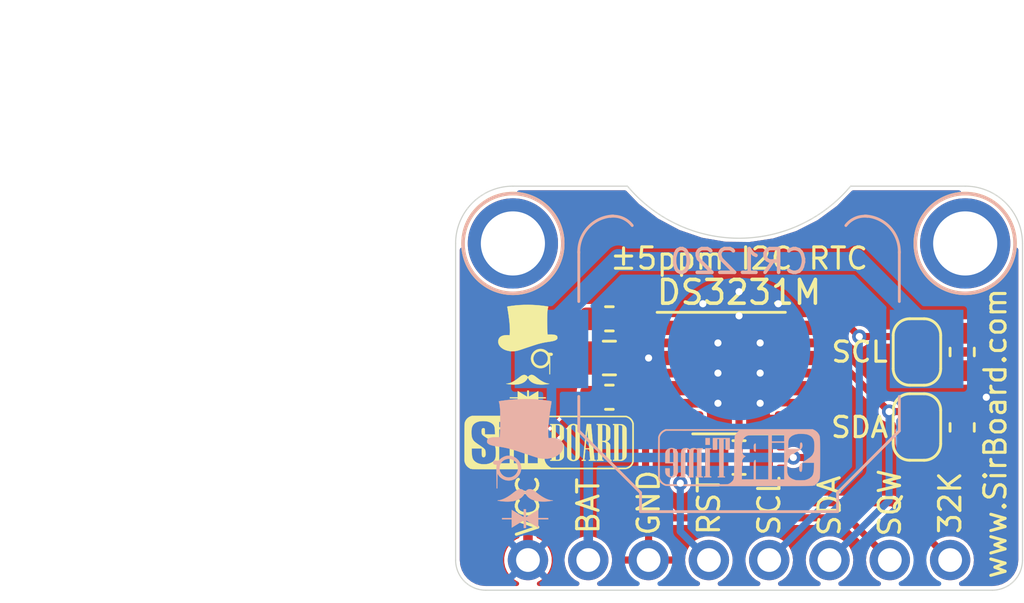
<source format=kicad_pcb>
(kicad_pcb (version 20171130) (host pcbnew "(5.1.2)-2")

  (general
    (thickness 1.6)
    (drawings 25)
    (tracks 88)
    (zones 0)
    (modules 17)
    (nets 11)
  )

  (page User 132.004 102.006)
  (title_block
    (title "DS3231MZ+ Based Real Time Clock")
    (date 2019-12-12)
    (rev 1)
    (company www.SirBoard.com)
    (comment 1 "SirBoard - SirTime")
    (comment 2 "±5ppm Accuracy RTC with internal MEMS oscillator")
    (comment 3 DS3231MZ+)
  )

  (layers
    (0 F.Cu signal)
    (31 B.Cu signal)
    (32 B.Adhes user hide)
    (33 F.Adhes user hide)
    (34 B.Paste user hide)
    (35 F.Paste user hide)
    (36 B.SilkS user)
    (37 F.SilkS user)
    (38 B.Mask user hide)
    (39 F.Mask user hide)
    (40 Dwgs.User user)
    (41 Cmts.User user hide)
    (42 Eco1.User user hide)
    (43 Eco2.User user hide)
    (44 Edge.Cuts user)
    (45 Margin user hide)
    (46 B.CrtYd user hide)
    (47 F.CrtYd user hide)
    (48 B.Fab user hide)
    (49 F.Fab user hide)
  )

  (setup
    (last_trace_width 0.4)
    (user_trace_width 0.127)
    (user_trace_width 0.15)
    (user_trace_width 0.2)
    (user_trace_width 0.25)
    (user_trace_width 0.3)
    (user_trace_width 0.4)
    (user_trace_width 0.5)
    (user_trace_width 0.6)
    (user_trace_width 0.7)
    (user_trace_width 0.8)
    (user_trace_width 0.9)
    (user_trace_width 1)
    (user_trace_width 1.5)
    (user_trace_width 2)
    (trace_clearance 0.127)
    (zone_clearance 0.15)
    (zone_45_only no)
    (trace_min 0.127)
    (via_size 0.6)
    (via_drill 0.3)
    (via_min_size 0.6)
    (via_min_drill 0.3)
    (user_via 0.6 0.3)
    (user_via 0.8 0.4)
    (user_via 1 0.5)
    (user_via 1.6 0.8)
    (user_via 3.5 2.5)
    (uvia_size 0.45)
    (uvia_drill 0.2)
    (uvias_allowed no)
    (uvia_min_size 0.45)
    (uvia_min_drill 0.1)
    (edge_width 0.05)
    (segment_width 0.2)
    (pcb_text_width 0.3)
    (pcb_text_size 1.5 1.5)
    (mod_edge_width 0.12)
    (mod_text_size 0.9 0.9)
    (mod_text_width 0.13)
    (pad_size 6 6)
    (pad_drill 0)
    (pad_to_mask_clearance 0)
    (solder_mask_min_width 0.1)
    (aux_axis_origin 0 0)
    (visible_elements 7FFFFFFF)
    (pcbplotparams
      (layerselection 0x010f0_ffffffff)
      (usegerberextensions false)
      (usegerberattributes false)
      (usegerberadvancedattributes false)
      (creategerberjobfile false)
      (excludeedgelayer true)
      (linewidth 0.100000)
      (plotframeref false)
      (viasonmask false)
      (mode 1)
      (useauxorigin true)
      (hpglpennumber 1)
      (hpglpenspeed 20)
      (hpglpendiameter 15.000000)
      (psnegative false)
      (psa4output false)
      (plotreference true)
      (plotvalue false)
      (plotinvisibletext false)
      (padsonsilk false)
      (subtractmaskfromsilk false)
      (outputformat 1)
      (mirror false)
      (drillshape 0)
      (scaleselection 1)
      (outputdirectory "C:/Users/elisha3/Desktop/GitHub/Gerbers/SirMicro/"))
  )

  (net 0 "")
  (net 1 GND)
  (net 2 SCL)
  (net 3 SDA)
  (net 4 VCC)
  (net 5 "Net-(A1-Pad2)")
  (net 6 "Net-(A2-Pad2)")
  (net 7 VBAT)
  (net 8 SQW)
  (net 9 RST)
  (net 10 32K)

  (net_class Default "This is the default net class."
    (clearance 0.127)
    (trace_width 0.127)
    (via_dia 0.6)
    (via_drill 0.3)
    (uvia_dia 0.45)
    (uvia_drill 0.2)
    (add_net 32K)
    (add_net GND)
    (add_net "Net-(A1-Pad2)")
    (add_net "Net-(A2-Pad2)")
    (add_net RST)
    (add_net SCL)
    (add_net SDA)
    (add_net SQW)
    (add_net VBAT)
    (add_net VCC)
  )

  (module logo:logo54x76 (layer B.Cu) (tedit 0) (tstamp 5DFAB248)
    (at 65.532 38.354 180)
    (fp_text reference G*** (at 0 0) (layer B.SilkS) hide
      (effects (font (size 1.524 1.524) (thickness 0.3)) (justify mirror))
    )
    (fp_text value LOGO (at 0.75 0) (layer B.SilkS) hide
      (effects (font (size 1.524 1.524) (thickness 0.3)) (justify mirror))
    )
    (fp_poly (pts (xy 0.252521 2.711196) (xy 0.49012 2.697494) (xy 0.724736 2.675821) (xy 0.953868 2.646201)
      (xy 0.9906 2.64061) (xy 1.033336 2.634024) (xy 1.06366 2.629087) (xy 1.083446 2.624901)
      (xy 1.09457 2.62057) (xy 1.098909 2.615195) (xy 1.098338 2.607879) (xy 1.094732 2.597724)
      (xy 1.092559 2.591818) (xy 1.080891 2.550355) (xy 1.07017 2.495015) (xy 1.060488 2.42641)
      (xy 1.051939 2.345154) (xy 1.048301 2.302291) (xy 1.044388 2.240273) (xy 1.041355 2.165772)
      (xy 1.039189 2.080789) (xy 1.037874 1.987326) (xy 1.037397 1.887388) (xy 1.037744 1.782975)
      (xy 1.038898 1.676091) (xy 1.040847 1.568737) (xy 1.043575 1.462918) (xy 1.047068 1.360634)
      (xy 1.051312 1.263889) (xy 1.056292 1.174685) (xy 1.056461 1.172029) (xy 1.06061 1.106715)
      (xy 1.191091 1.109122) (xy 1.281168 1.108808) (xy 1.358236 1.104218) (xy 1.423187 1.095243)
      (xy 1.476915 1.081777) (xy 1.505134 1.071056) (xy 1.545209 1.049462) (xy 1.572536 1.024535)
      (xy 1.588862 0.993659) (xy 1.595938 0.954216) (xy 1.596571 0.93421) (xy 1.595794 0.907476)
      (xy 1.59218 0.889356) (xy 1.5838 0.873981) (xy 1.571961 0.859233) (xy 1.547394 0.835186)
      (xy 1.516463 0.813654) (xy 1.478028 0.794276) (xy 1.430953 0.776691) (xy 1.374101 0.760538)
      (xy 1.306334 0.745455) (xy 1.226515 0.731083) (xy 1.133506 0.717059) (xy 1.116822 0.714755)
      (xy 0.972688 0.692936) (xy 0.83663 0.667637) (xy 0.702373 0.637543) (xy 0.563641 0.601342)
      (xy 0.529771 0.591823) (xy 0.505025 0.584431) (xy 0.468062 0.572906) (xy 0.42042 0.557751)
      (xy 0.363634 0.539472) (xy 0.299243 0.518571) (xy 0.228783 0.495553) (xy 0.153791 0.470922)
      (xy 0.075804 0.445182) (xy -0.003641 0.418838) (xy -0.083008 0.392392) (xy -0.160759 0.36635)
      (xy -0.235357 0.341215) (xy -0.266698 0.330603) (xy -0.339736 0.305961) (xy -0.401058 0.285625)
      (xy -0.452624 0.269037) (xy -0.496394 0.255639) (xy -0.534327 0.244872) (xy -0.568382 0.236178)
      (xy -0.600519 0.229) (xy -0.632698 0.222778) (xy -0.664029 0.217419) (xy -0.708712 0.211679)
      (xy -0.761132 0.207407) (xy -0.817021 0.20473) (xy -0.872115 0.203775) (xy -0.922147 0.204672)
      (xy -0.962851 0.207547) (xy -0.968829 0.208281) (xy -1.087596 0.229456) (xy -1.195257 0.259832)
      (xy -1.291998 0.299494) (xy -1.378006 0.348526) (xy -1.453468 0.407013) (xy -1.491018 0.443744)
      (xy -1.539967 0.502682) (xy -1.575408 0.561834) (xy -1.598228 0.623288) (xy -1.609312 0.689129)
      (xy -1.610731 0.725715) (xy -1.604705 0.798077) (xy -1.586651 0.862324) (xy -1.556605 0.918411)
      (xy -1.514604 0.966292) (xy -1.460684 1.005921) (xy -1.394883 1.037253) (xy -1.349777 1.052032)
      (xy -1.298785 1.063261) (xy -1.238559 1.071539) (xy -1.174157 1.076448) (xy -1.110638 1.077567)
      (xy -1.065557 1.075586) (xy -0.995371 1.070162) (xy -0.991204 1.090994) (xy -0.982829 1.148218)
      (xy -0.977783 1.218671) (xy -0.975994 1.301472) (xy -0.977393 1.395741) (xy -0.98191 1.500595)
      (xy -0.989474 1.615154) (xy -1.000014 1.738537) (xy -1.01346 1.869862) (xy -1.029742 2.008248)
      (xy -1.048789 2.152815) (xy -1.070531 2.30268) (xy -1.094897 2.456962) (xy -1.105405 2.519962)
      (xy -1.111996 2.559832) (xy -1.116057 2.587666) (xy -1.117707 2.605699) (xy -1.117064 2.616166)
      (xy -1.114247 2.621302) (xy -1.110872 2.622973) (xy -1.096781 2.626079) (xy -1.071008 2.630839)
      (xy -1.036229 2.636807) (xy -0.995125 2.643538) (xy -0.950373 2.650585) (xy -0.904652 2.657505)
      (xy -0.892629 2.659272) (xy -0.677652 2.685797) (xy -0.453146 2.704228) (xy -0.221614 2.714587)
      (xy 0.014443 2.716902) (xy 0.252521 2.711196)) (layer B.SilkS) (width 0.01))
    (fp_poly (pts (xy 0.726979 0.32675) (xy 0.779977 0.320861) (xy 0.800601 0.316685) (xy 0.872557 0.293181)
      (xy 0.942915 0.258598) (xy 1.007844 0.215229) (xy 1.063515 0.165367) (xy 1.07563 0.152049)
      (xy 1.106714 0.116279) (xy 1.199128 0.116197) (xy 1.237259 0.116062) (xy 1.263833 0.115376)
      (xy 1.281809 0.113598) (xy 1.294144 0.110185) (xy 1.303797 0.104597) (xy 1.313726 0.096292)
      (xy 1.315242 0.094939) (xy 1.329955 0.079776) (xy 1.336931 0.064712) (xy 1.338907 0.043132)
      (xy 1.338943 0.037643) (xy 1.334444 0.005765) (xy 1.320318 -0.01762) (xy 1.295618 -0.033167)
      (xy 1.259397 -0.041535) (xy 1.222077 -0.043502) (xy 1.18504 -0.043543) (xy 1.193701 -0.078014)
      (xy 1.195566 -0.089635) (xy 1.197102 -0.10886) (xy 1.198317 -0.136501) (xy 1.199219 -0.173369)
      (xy 1.199818 -0.220275) (xy 1.200121 -0.278031) (xy 1.200138 -0.347448) (xy 1.199877 -0.429338)
      (xy 1.199346 -0.524513) (xy 1.198972 -0.578757) (xy 1.195581 -1.045028) (xy 1.161297 -1.045028)
      (xy 1.159405 -0.731157) (xy 1.157514 -0.417285) (xy 1.134608 -0.4572) (xy 1.086988 -0.526327)
      (xy 1.030166 -0.585313) (xy 0.965655 -0.633806) (xy 0.894965 -0.671456) (xy 0.819608 -0.697913)
      (xy 0.741098 -0.712826) (xy 0.660945 -0.715843) (xy 0.580662 -0.706616) (xy 0.50176 -0.684793)
      (xy 0.425753 -0.650024) (xy 0.391885 -0.629393) (xy 0.372652 -0.614776) (xy 0.347439 -0.593014)
      (xy 0.320166 -0.56758) (xy 0.304257 -0.551809) (xy 0.250214 -0.486657) (xy 0.208349 -0.414077)
      (xy 0.179112 -0.335191) (xy 0.162951 -0.251118) (xy 0.160349 -0.203181) (xy 0.290156 -0.203181)
      (xy 0.297428 -0.270616) (xy 0.316743 -0.33712) (xy 0.348598 -0.401213) (xy 0.388438 -0.455657)
      (xy 0.438736 -0.503241) (xy 0.497851 -0.540834) (xy 0.563386 -0.56766) (xy 0.632945 -0.582943)
      (xy 0.70413 -0.585905) (xy 0.765628 -0.577833) (xy 0.836897 -0.555147) (xy 0.901289 -0.520151)
      (xy 0.957695 -0.473852) (xy 1.005005 -0.417259) (xy 1.042113 -0.351379) (xy 1.057458 -0.312476)
      (xy 1.068116 -0.267913) (xy 1.073556 -0.215702) (xy 1.073649 -0.161694) (xy 1.068265 -0.111742)
      (xy 1.062479 -0.086588) (xy 1.034911 -0.017647) (xy 0.995507 0.044268) (xy 0.945783 0.097759)
      (xy 0.887254 0.141431) (xy 0.821434 0.173887) (xy 0.760491 0.191696) (xy 0.720963 0.199)
      (xy 0.689434 0.202212) (xy 0.659987 0.201355) (xy 0.626703 0.196455) (xy 0.605971 0.19233)
      (xy 0.534769 0.170693) (xy 0.471638 0.138155) (xy 0.417075 0.096194) (xy 0.371576 0.046289)
      (xy 0.335638 -0.01008) (xy 0.309758 -0.071434) (xy 0.294432 -0.136294) (xy 0.290156 -0.203181)
      (xy 0.160349 -0.203181) (xy 0.159657 -0.190434) (xy 0.166668 -0.107332) (xy 0.186994 -0.027565)
      (xy 0.219575 0.047539) (xy 0.263352 0.116651) (xy 0.317265 0.178443) (xy 0.380254 0.231586)
      (xy 0.451259 0.274752) (xy 0.529221 0.306612) (xy 0.563924 0.316336) (xy 0.612783 0.324478)
      (xy 0.669191 0.327953) (xy 0.726979 0.32675)) (layer B.SilkS) (width 0.01))
    (fp_poly (pts (xy 0.237999 -1.079864) (xy 0.270846 -1.088698) (xy 0.291719 -1.096279) (xy 0.314155 -1.10698)
      (xy 0.339692 -1.121829) (xy 0.369865 -1.141854) (xy 0.406212 -1.168082) (xy 0.45027 -1.201542)
      (xy 0.503575 -1.243262) (xy 0.512679 -1.250468) (xy 0.624727 -1.334106) (xy 0.732729 -1.404284)
      (xy 0.836564 -1.460939) (xy 0.936109 -1.50401) (xy 1.031242 -1.533435) (xy 1.102446 -1.546892)
      (xy 1.12931 -1.550693) (xy 1.146855 -1.554024) (xy 1.154333 -1.55723) (xy 1.150999 -1.560655)
      (xy 1.136105 -1.564643) (xy 1.108904 -1.569538) (xy 1.06865 -1.575682) (xy 1.026885 -1.581681)
      (xy 0.920784 -1.593768) (xy 0.814316 -1.600277) (xy 0.710517 -1.601227) (xy 0.612418 -1.596633)
      (xy 0.523053 -1.586513) (xy 0.478817 -1.578617) (xy 0.377715 -1.552208) (xy 0.286614 -1.516907)
      (xy 0.206017 -1.473048) (xy 0.136426 -1.420964) (xy 0.07834 -1.36099) (xy 0.032263 -1.293458)
      (xy 0.022468 -1.275015) (xy -0.00429 -1.221751) (xy -0.024009 -1.262204) (xy -0.067713 -1.335591)
      (xy -0.122995 -1.400326) (xy -0.18971 -1.456313) (xy -0.267712 -1.503456) (xy -0.356855 -1.54166)
      (xy -0.456993 -1.570827) (xy -0.508806 -1.581568) (xy -0.560885 -1.58908) (xy -0.623357 -1.594878)
      (xy -0.692182 -1.598813) (xy -0.763324 -1.600736) (xy -0.832745 -1.600495) (xy -0.896406 -1.59794)
      (xy -0.9144 -1.59665) (xy -0.94123 -1.594012) (xy -0.975123 -1.589981) (xy -1.013357 -1.584963)
      (xy -1.053209 -1.579361) (xy -1.091955 -1.573581) (xy -1.126871 -1.568028) (xy -1.155235 -1.563107)
      (xy -1.174322 -1.559222) (xy -1.181288 -1.556977) (xy -1.17575 -1.55535) (xy -1.159303 -1.552907)
      (xy -1.135492 -1.550174) (xy -1.135177 -1.550142) (xy -1.055402 -1.537396) (xy -0.974076 -1.5151)
      (xy -0.890289 -1.482789) (xy -0.80313 -1.44) (xy -0.711689 -1.386266) (xy -0.615055 -1.321126)
      (xy -0.512319 -1.244113) (xy -0.471715 -1.211821) (xy -0.425095 -1.174862) (xy -0.386893 -1.146284)
      (xy -0.354832 -1.124656) (xy -0.326635 -1.108545) (xy -0.300025 -1.096521) (xy -0.274137 -1.087577)
      (xy -0.217324 -1.077138) (xy -0.163201 -1.080869) (xy -0.112479 -1.098562) (xy -0.065866 -1.130008)
      (xy -0.039095 -1.1566) (xy -0.005677 -1.194504) (xy 0.03889 -1.149974) (xy 0.071628 -1.120363)
      (xy 0.101936 -1.100303) (xy 0.125458 -1.08975) (xy 0.164107 -1.078214) (xy 0.199796 -1.074932)
      (xy 0.237999 -1.079864)) (layer B.SilkS) (width 0.01))
    (fp_poly (pts (xy 0.0508 -2.090662) (xy 0.051037 -2.138054) (xy 0.051705 -2.180038) (xy 0.052732 -2.214632)
      (xy 0.054049 -2.239852) (xy 0.055588 -2.253714) (xy 0.056574 -2.255762) (xy 0.064285 -2.251399)
      (xy 0.0824 -2.240651) (xy 0.108943 -2.224708) (xy 0.141935 -2.204757) (xy 0.1794 -2.181987)
      (xy 0.185389 -2.178337) (xy 0.235068 -2.148053) (xy 0.291732 -2.113508) (xy 0.349975 -2.078001)
      (xy 0.404388 -2.044828) (xy 0.4318 -2.028116) (xy 0.555171 -1.952899) (xy 0.557117 -2.123078)
      (xy 0.559062 -2.293257) (xy 0.9652 -2.293257) (xy 0.9652 -2.351314) (xy 0.559058 -2.351314)
      (xy 0.557114 -2.524705) (xy 0.555171 -2.698095) (xy 0.43476 -2.62449) (xy 0.387035 -2.595314)
      (xy 0.33198 -2.561654) (xy 0.274651 -2.526599) (xy 0.220099 -2.49324) (xy 0.186793 -2.472871)
      (xy 0.148273 -2.449432) (xy 0.11401 -2.42881) (xy 0.085904 -2.412132) (xy 0.065858 -2.400524)
      (xy 0.055774 -2.395111) (xy 0.055018 -2.394857) (xy 0.053793 -2.401769) (xy 0.052707 -2.421123)
      (xy 0.051816 -2.450849) (xy 0.051175 -2.488874) (xy 0.050838 -2.533128) (xy 0.0508 -2.554514)
      (xy 0.0508 -2.714171) (xy -0.043271 -2.714171) (xy -0.045221 -2.550982) (xy -0.047172 -2.387793)
      (xy -0.120591 -2.43372) (xy -0.150198 -2.452124) (xy -0.175892 -2.46788) (xy -0.194842 -2.479265)
      (xy -0.204048 -2.484479) (xy -0.212676 -2.489427) (xy -0.231961 -2.500954) (xy -0.260204 -2.518028)
      (xy -0.295703 -2.539617) (xy -0.336759 -2.56469) (xy -0.381669 -2.592215) (xy -0.384629 -2.594032)
      (xy -0.555172 -2.698753) (xy -0.557115 -2.525034) (xy -0.559058 -2.351314) (xy -0.979715 -2.351314)
      (xy -0.979715 -2.293257) (xy -0.5588 -2.293257) (xy -0.5588 -2.122714) (xy -0.558681 -2.074701)
      (xy -0.558345 -2.031919) (xy -0.557827 -1.99637) (xy -0.557162 -1.970059) (xy -0.556385 -1.95499)
      (xy -0.555851 -1.952171) (xy -0.548939 -1.955759) (xy -0.531999 -1.965608) (xy -0.507349 -1.980341)
      (xy -0.477304 -1.998585) (xy -0.466951 -2.004927) (xy -0.428813 -2.028295) (xy -0.383214 -2.056172)
      (xy -0.335105 -2.085536) (xy -0.289431 -2.113364) (xy -0.275772 -2.121674) (xy -0.234716 -2.146673)
      (xy -0.192212 -2.17261) (xy -0.152271 -2.197031) (xy -0.118908 -2.217485) (xy -0.107043 -2.224782)
      (xy -0.043543 -2.263897) (xy -0.043543 -1.923143) (xy 0.0508 -1.923143) (xy 0.0508 -2.090662)) (layer B.SilkS) (width 0.01))
  )

  (module logo:logo42x59 (layer F.Cu) (tedit 0) (tstamp 5DE5FA7C)
    (at 65.659 33.782)
    (fp_text reference G*** (at 0 0) (layer F.SilkS) hide
      (effects (font (size 1.524 1.524) (thickness 0.3)))
    )
    (fp_text value LOGO (at 0.75 0) (layer F.SilkS) hide
      (effects (font (size 1.524 1.524) (thickness 0.3)))
    )
    (fp_poly (pts (xy 0.196405 -2.108707) (xy 0.381204 -2.09805) (xy 0.563684 -2.081193) (xy 0.741898 -2.058156)
      (xy 0.770467 -2.053808) (xy 0.803706 -2.048685) (xy 0.827291 -2.044845) (xy 0.84268 -2.041589)
      (xy 0.851333 -2.03822) (xy 0.854707 -2.03404) (xy 0.854263 -2.02835) (xy 0.851458 -2.020451)
      (xy 0.849768 -2.015858) (xy 0.840693 -1.983609) (xy 0.832354 -1.940567) (xy 0.824824 -1.887208)
      (xy 0.818175 -1.824008) (xy 0.815345 -1.79067) (xy 0.812302 -1.742434) (xy 0.809943 -1.684489)
      (xy 0.808258 -1.618391) (xy 0.807236 -1.545698) (xy 0.806865 -1.467968) (xy 0.807134 -1.386758)
      (xy 0.808032 -1.303626) (xy 0.809548 -1.220128) (xy 0.811669 -1.137824) (xy 0.814386 -1.05827)
      (xy 0.817687 -0.983024) (xy 0.821561 -0.913643) (xy 0.821692 -0.911577) (xy 0.824919 -0.860777)
      (xy 0.926404 -0.86265) (xy 0.996464 -0.862406) (xy 1.056406 -0.858836) (xy 1.106923 -0.851855)
      (xy 1.148712 -0.841381) (xy 1.17066 -0.833043) (xy 1.201829 -0.816248) (xy 1.223083 -0.79686)
      (xy 1.235782 -0.772845) (xy 1.241285 -0.742167) (xy 1.241778 -0.726607) (xy 1.241174 -0.705814)
      (xy 1.238362 -0.691721) (xy 1.231845 -0.679763) (xy 1.222636 -0.668291) (xy 1.203529 -0.649588)
      (xy 1.179471 -0.632841) (xy 1.149577 -0.61777) (xy 1.112963 -0.604092) (xy 1.068745 -0.591529)
      (xy 1.016037 -0.579798) (xy 0.953956 -0.568619) (xy 0.881616 -0.557712) (xy 0.868639 -0.55592)
      (xy 0.756535 -0.53895) (xy 0.650713 -0.519272) (xy 0.54629 -0.495866) (xy 0.438388 -0.46771)
      (xy 0.412044 -0.460306) (xy 0.392797 -0.454557) (xy 0.364048 -0.445593) (xy 0.326993 -0.433806)
      (xy 0.282827 -0.419588) (xy 0.232745 -0.403332) (xy 0.177943 -0.385429) (xy 0.119616 -0.366272)
      (xy 0.058959 -0.346252) (xy -0.002832 -0.325762) (xy -0.064561 -0.305193) (xy -0.125034 -0.284938)
      (xy -0.183055 -0.265389) (xy -0.207432 -0.257135) (xy -0.264239 -0.237969) (xy -0.311934 -0.222152)
      (xy -0.352041 -0.209251) (xy -0.386084 -0.19883) (xy -0.415588 -0.190455) (xy -0.442075 -0.183694)
      (xy -0.467071 -0.17811) (xy -0.492098 -0.173271) (xy -0.516467 -0.169103) (xy -0.551221 -0.164639)
      (xy -0.591991 -0.161316) (xy -0.635461 -0.159234) (xy -0.678311 -0.158491) (xy -0.717225 -0.159189)
      (xy -0.748884 -0.161425) (xy -0.753533 -0.161996) (xy -0.845908 -0.178465) (xy -0.929644 -0.202091)
      (xy -1.004887 -0.232939) (xy -1.071782 -0.271075) (xy -1.130475 -0.316565) (xy -1.15968 -0.345133)
      (xy -1.197752 -0.390974) (xy -1.225317 -0.436982) (xy -1.243066 -0.484779) (xy -1.251687 -0.535989)
      (xy -1.252791 -0.564444) (xy -1.248104 -0.620726) (xy -1.234062 -0.670696) (xy -1.210693 -0.714319)
      (xy -1.178025 -0.75156) (xy -1.136088 -0.782382) (xy -1.084909 -0.806751) (xy -1.049827 -0.818247)
      (xy -1.010166 -0.82698) (xy -0.963323 -0.833419) (xy -0.913233 -0.837237) (xy -0.86383 -0.838107)
      (xy -0.828767 -0.836567) (xy -0.774177 -0.832347) (xy -0.770937 -0.84855) (xy -0.764423 -0.893058)
      (xy -0.760497 -0.947855) (xy -0.759106 -1.012256) (xy -0.760195 -1.085576) (xy -0.763708 -1.167129)
      (xy -0.769591 -1.256231) (xy -0.777789 -1.352195) (xy -0.788247 -1.454337) (xy -0.80091 -1.56197)
      (xy -0.815725 -1.674411) (xy -0.832635 -1.790972) (xy -0.851587 -1.91097) (xy -0.859759 -1.95997)
      (xy -0.864886 -1.99098) (xy -0.868044 -2.012629) (xy -0.869328 -2.026654) (xy -0.868828 -2.034795)
      (xy -0.866637 -2.03879) (xy -0.864011 -2.04009) (xy -0.853052 -2.042506) (xy -0.833006 -2.046208)
      (xy -0.805956 -2.050849) (xy -0.773986 -2.056084) (xy -0.739179 -2.061566) (xy -0.703618 -2.066947)
      (xy -0.694267 -2.068322) (xy -0.527062 -2.088953) (xy -0.352447 -2.103288) (xy -0.172366 -2.111345)
      (xy 0.011233 -2.113145) (xy 0.196405 -2.108707)) (layer F.SilkS) (width 0.01))
    (fp_poly (pts (xy 0.565428 -0.254138) (xy 0.606649 -0.249558) (xy 0.62269 -0.24631) (xy 0.678655 -0.228029)
      (xy 0.733378 -0.201131) (xy 0.783879 -0.1674) (xy 0.827178 -0.128618) (xy 0.836601 -0.118259)
      (xy 0.860778 -0.090438) (xy 0.932655 -0.090375) (xy 0.962312 -0.09027) (xy 0.982981 -0.089736)
      (xy 0.996963 -0.088353) (xy 1.006557 -0.085699) (xy 1.014065 -0.081353) (xy 1.021787 -0.074893)
      (xy 1.022966 -0.073841) (xy 1.03441 -0.062047) (xy 1.039835 -0.050331) (xy 1.041372 -0.033547)
      (xy 1.0414 -0.029278) (xy 1.037901 -0.004483) (xy 1.026914 0.013705) (xy 1.007703 0.025797)
      (xy 0.979531 0.032306) (xy 0.950504 0.033835) (xy 0.921698 0.033867) (xy 0.928434 0.060678)
      (xy 0.929885 0.069717) (xy 0.931079 0.08467) (xy 0.932024 0.106168) (xy 0.932726 0.134843)
      (xy 0.933192 0.171326) (xy 0.933428 0.216247) (xy 0.933441 0.270238) (xy 0.933238 0.33393)
      (xy 0.932825 0.407955) (xy 0.932534 0.450145) (xy 0.929896 0.8128) (xy 0.903231 0.8128)
      (xy 0.900289 0.324556) (xy 0.882473 0.3556) (xy 0.845435 0.409366) (xy 0.801241 0.455244)
      (xy 0.751065 0.492961) (xy 0.696084 0.522244) (xy 0.637473 0.542822) (xy 0.576409 0.55442)
      (xy 0.514068 0.556768) (xy 0.451626 0.549591) (xy 0.390258 0.532618) (xy 0.331141 0.505575)
      (xy 0.3048 0.489529) (xy 0.28984 0.478159) (xy 0.27023 0.461234) (xy 0.249018 0.441451)
      (xy 0.236644 0.429186) (xy 0.194611 0.378512) (xy 0.16205 0.322061) (xy 0.13931 0.260705)
      (xy 0.126739 0.195315) (xy 0.124716 0.15803) (xy 0.225677 0.15803) (xy 0.231333 0.21048)
      (xy 0.246356 0.262205) (xy 0.271132 0.312055) (xy 0.302119 0.3544) (xy 0.341239 0.39141)
      (xy 0.387217 0.420649) (xy 0.438189 0.441514) (xy 0.492291 0.453401) (xy 0.547657 0.455705)
      (xy 0.595489 0.449426) (xy 0.65092 0.431782) (xy 0.701003 0.404562) (xy 0.744874 0.368552)
      (xy 0.781671 0.324535) (xy 0.810533 0.273295) (xy 0.822467 0.243038) (xy 0.830757 0.208378)
      (xy 0.834988 0.167769) (xy 0.835061 0.125763) (xy 0.830873 0.086911) (xy 0.826373 0.067347)
      (xy 0.804931 0.013726) (xy 0.774284 -0.03443) (xy 0.735609 -0.076034) (xy 0.690087 -0.110001)
      (xy 0.638893 -0.135245) (xy 0.591493 -0.149096) (xy 0.560749 -0.154777) (xy 0.536227 -0.157275)
      (xy 0.513323 -0.156609) (xy 0.487435 -0.152798) (xy 0.471311 -0.149589) (xy 0.415931 -0.132761)
      (xy 0.36683 -0.107453) (xy 0.324392 -0.074817) (xy 0.289004 -0.036002) (xy 0.261052 0.00784)
      (xy 0.240923 0.05556) (xy 0.229003 0.106007) (xy 0.225677 0.15803) (xy 0.124716 0.15803)
      (xy 0.124178 0.148116) (xy 0.12963 0.083481) (xy 0.14544 0.02144) (xy 0.170781 -0.036974)
      (xy 0.20483 -0.090728) (xy 0.246762 -0.138789) (xy 0.295753 -0.180122) (xy 0.35098 -0.213695)
      (xy 0.411617 -0.238475) (xy 0.438608 -0.246039) (xy 0.476609 -0.252372) (xy 0.520482 -0.255074)
      (xy 0.565428 -0.254138)) (layer F.SilkS) (width 0.01))
    (fp_poly (pts (xy 0.185111 0.839895) (xy 0.210658 0.846766) (xy 0.226893 0.852662) (xy 0.244343 0.860985)
      (xy 0.264205 0.872534) (xy 0.287673 0.888109) (xy 0.315943 0.908509) (xy 0.35021 0.934533)
      (xy 0.391669 0.966982) (xy 0.398751 0.972587) (xy 0.485899 1.037639) (xy 0.5699 1.092222)
      (xy 0.650661 1.136287) (xy 0.728085 1.169786) (xy 0.802077 1.192672) (xy 0.857458 1.203139)
      (xy 0.878352 1.206095) (xy 0.891998 1.208686) (xy 0.897815 1.21118) (xy 0.895222 1.213844)
      (xy 0.883637 1.216945) (xy 0.862481 1.220752) (xy 0.831172 1.225531) (xy 0.798689 1.230197)
      (xy 0.716165 1.239598) (xy 0.633357 1.244661) (xy 0.552624 1.245399) (xy 0.476325 1.241826)
      (xy 0.406819 1.233955) (xy 0.372413 1.227814) (xy 0.293778 1.207273) (xy 0.222922 1.179817)
      (xy 0.160236 1.145705) (xy 0.106109 1.105195) (xy 0.060931 1.058548) (xy 0.025093 1.006023)
      (xy 0.017475 0.991679) (xy -0.003337 0.950252) (xy -0.018674 0.981715) (xy -0.052665 1.038793)
      (xy -0.095662 1.089143) (xy -0.147552 1.132688) (xy -0.20822 1.169355) (xy -0.277554 1.199069)
      (xy -0.355439 1.221755) (xy -0.395738 1.230109) (xy -0.436244 1.235951) (xy -0.484833 1.240461)
      (xy -0.538364 1.243522) (xy -0.593697 1.245017) (xy -0.64769 1.24483) (xy -0.697204 1.242843)
      (xy -0.7112 1.24184) (xy -0.732067 1.239788) (xy -0.758429 1.236653) (xy -0.788167 1.232749)
      (xy -0.819162 1.228393) (xy -0.849298 1.223897) (xy -0.876455 1.219578) (xy -0.898516 1.21575)
      (xy -0.913362 1.212729) (xy -0.91878 1.210983) (xy -0.914472 1.209717) (xy -0.90168 1.207817)
      (xy -0.88316 1.205691) (xy -0.882915 1.205666) (xy -0.820868 1.195753) (xy -0.757615 1.178412)
      (xy -0.692447 1.153281) (xy -0.624656 1.12) (xy -0.553536 1.078208) (xy -0.478376 1.027543)
      (xy -0.39847 0.967644) (xy -0.366889 0.942528) (xy -0.33063 0.913782) (xy -0.300917 0.891555)
      (xy -0.275981 0.874733) (xy -0.25405 0.862203) (xy -0.233353 0.85285) (xy -0.213218 0.845893)
      (xy -0.16903 0.837774) (xy -0.126934 0.840676) (xy -0.087484 0.854437) (xy -0.051229 0.878896)
      (xy -0.030407 0.899578) (xy -0.004415 0.929059) (xy 0.030248 0.894425) (xy 0.055711 0.871394)
      (xy 0.079283 0.855791) (xy 0.097578 0.847584) (xy 0.127639 0.838611) (xy 0.155397 0.836059)
      (xy 0.185111 0.839895)) (layer F.SilkS) (width 0.01))
    (fp_poly (pts (xy 0.039511 1.626071) (xy 0.039696 1.662931) (xy 0.040215 1.695586) (xy 0.041014 1.722492)
      (xy 0.042039 1.742108) (xy 0.043236 1.752889) (xy 0.044002 1.754482) (xy 0.05 1.751088)
      (xy 0.064089 1.742729) (xy 0.084733 1.730329) (xy 0.110394 1.714811) (xy 0.139534 1.697101)
      (xy 0.144191 1.694263) (xy 0.18283 1.670708) (xy 0.226903 1.64384) (xy 0.272203 1.616224)
      (xy 0.314524 1.590422) (xy 0.335844 1.577424) (xy 0.4318 1.518922) (xy 0.433313 1.651283)
      (xy 0.434826 1.783645) (xy 0.750711 1.783645) (xy 0.750711 1.8288) (xy 0.434823 1.8288)
      (xy 0.433311 1.96366) (xy 0.4318 2.098519) (xy 0.338147 2.041271) (xy 0.301027 2.018578)
      (xy 0.258207 1.992398) (xy 0.213617 1.965133) (xy 0.171188 1.939187) (xy 0.145284 1.923345)
      (xy 0.115324 1.905114) (xy 0.088674 1.889075) (xy 0.066815 1.876103) (xy 0.051223 1.867075)
      (xy 0.04338 1.862864) (xy 0.042792 1.862667) (xy 0.041839 1.868043) (xy 0.040995 1.883096)
      (xy 0.040302 1.906216) (xy 0.039803 1.935792) (xy 0.03954 1.970211) (xy 0.039511 1.986845)
      (xy 0.039511 2.111023) (xy -0.033655 2.111023) (xy -0.036689 1.857173) (xy -0.093793 1.892894)
      (xy -0.116821 1.907208) (xy -0.136805 1.919463) (xy -0.151544 1.928318) (xy -0.158704 1.932373)
      (xy -0.165414 1.936222) (xy -0.180414 1.945187) (xy -0.202381 1.958467) (xy -0.229991 1.975259)
      (xy -0.261923 1.99476) (xy -0.296854 2.016168) (xy -0.299156 2.017581) (xy -0.4318 2.099031)
      (xy -0.433312 1.963916) (xy -0.434823 1.8288) (xy -0.762 1.8288) (xy -0.762 1.783645)
      (xy -0.434622 1.783645) (xy -0.434622 1.651) (xy -0.434529 1.613657) (xy -0.434268 1.580382)
      (xy -0.433865 1.552733) (xy -0.433348 1.532268) (xy -0.432744 1.520548) (xy -0.432329 1.518356)
      (xy -0.426952 1.521147) (xy -0.413777 1.528806) (xy -0.394604 1.540266) (xy -0.371237 1.554456)
      (xy -0.363184 1.559388) (xy -0.333521 1.577564) (xy -0.298056 1.599246) (xy -0.260637 1.622084)
      (xy -0.225113 1.643728) (xy -0.214489 1.650192) (xy -0.182557 1.669635) (xy -0.149498 1.689808)
      (xy -0.118433 1.708802) (xy -0.092484 1.724711) (xy -0.083256 1.730387) (xy -0.033867 1.76081)
      (xy -0.033867 1.495778) (xy 0.039511 1.495778) (xy 0.039511 1.626071)) (layer F.SilkS) (width 0.01))
  )

  (module logo:SirBoard71X22 (layer F.Cu) (tedit 0) (tstamp 5DFAB16D)
    (at 66.548 37.465)
    (fp_text reference G*** (at 0 0) (layer F.SilkS) hide
      (effects (font (size 1.524 1.524) (thickness 0.3)))
    )
    (fp_text value LOGO (at 0.75 0) (layer F.SilkS) hide
      (effects (font (size 1.524 1.524) (thickness 0.3)))
    )
    (fp_poly (pts (xy -0.970812 -0.56019) (xy -0.94283 -0.550542) (xy -0.921444 -0.534536) (xy -0.906752 -0.51223)
      (xy -0.902591 -0.500966) (xy -0.900427 -0.488816) (xy -0.898654 -0.469175) (xy -0.897286 -0.443783)
      (xy -0.896337 -0.414378) (xy -0.895821 -0.382698) (xy -0.895751 -0.350482) (xy -0.896142 -0.319469)
      (xy -0.897007 -0.291397) (xy -0.898359 -0.268004) (xy -0.900214 -0.25103) (xy -0.900589 -0.248858)
      (xy -0.908058 -0.223866) (xy -0.920423 -0.205214) (xy -0.93858 -0.19225) (xy -0.963425 -0.184323)
      (xy -0.994064 -0.180865) (xy -1.029854 -0.179131) (xy -1.029854 -0.563418) (xy -1.005293 -0.563418)
      (xy -0.970812 -0.56019)) (layer F.SilkS) (width 0.01))
    (fp_poly (pts (xy 2.871355 -0.774578) (xy 2.919107 -0.7739) (xy 2.958559 -0.773185) (xy 2.990647 -0.772388)
      (xy 3.016305 -0.771464) (xy 3.036471 -0.770369) (xy 3.052079 -0.769059) (xy 3.064066 -0.767487)
      (xy 3.073367 -0.765609) (xy 3.076525 -0.764769) (xy 3.122918 -0.747565) (xy 3.164389 -0.724241)
      (xy 3.200059 -0.695557) (xy 3.229052 -0.662278) (xy 3.25049 -0.625166) (xy 3.257369 -0.607623)
      (xy 3.258498 -0.603707) (xy 3.259512 -0.598673) (xy 3.260416 -0.592034) (xy 3.261217 -0.583305)
      (xy 3.261922 -0.571998) (xy 3.262536 -0.557628) (xy 3.263065 -0.539709) (xy 3.263516 -0.517753)
      (xy 3.263894 -0.491275) (xy 3.264206 -0.459788) (xy 3.264458 -0.422805) (xy 3.264656 -0.379842)
      (xy 3.264806 -0.33041) (xy 3.264915 -0.274024) (xy 3.264988 -0.210198) (xy 3.265031 -0.138444)
      (xy 3.265051 -0.058277) (xy 3.265055 0.002408) (xy 3.265051 0.088186) (xy 3.265036 0.16522)
      (xy 3.265001 0.234007) (xy 3.264941 0.29504) (xy 3.264846 0.348814) (xy 3.264711 0.395821)
      (xy 3.264529 0.436557) (xy 3.264291 0.471516) (xy 3.26399 0.501192) (xy 3.26362 0.526079)
      (xy 3.263173 0.546671) (xy 3.262643 0.563462) (xy 3.26202 0.576947) (xy 3.2613 0.58762)
      (xy 3.260474 0.595974) (xy 3.259534 0.602505) (xy 3.258475 0.607705) (xy 3.257288 0.61207)
      (xy 3.256094 0.615726) (xy 3.238828 0.65227) (xy 3.213703 0.686036) (xy 3.181931 0.715989)
      (xy 3.144722 0.741098) (xy 3.103286 0.76033) (xy 3.076762 0.768654) (xy 3.067908 0.770567)
      (xy 3.056931 0.772123) (xy 3.042876 0.773356) (xy 3.024787 0.774299) (xy 3.00171 0.774986)
      (xy 2.972689 0.77545) (xy 2.936769 0.775725) (xy 2.892994 0.775843) (xy 2.870688 0.775854)
      (xy 2.6924 0.775854) (xy 2.6924 0.735044) (xy 2.923309 0.735044) (xy 2.980624 0.733513)
      (xy 3.004636 0.732783) (xy 3.021402 0.731828) (xy 3.032914 0.730236) (xy 3.041161 0.727592)
      (xy 3.048133 0.723483) (xy 3.055184 0.718011) (xy 3.067883 0.705714) (xy 3.078656 0.691965)
      (xy 3.081038 0.687993) (xy 3.082215 0.685548) (xy 3.083279 0.68252) (xy 3.084233 0.678455)
      (xy 3.085083 0.672903) (xy 3.085834 0.665413) (xy 3.08649 0.655532) (xy 3.087057 0.642809)
      (xy 3.087539 0.626794) (xy 3.087941 0.607034) (xy 3.088269 0.583077) (xy 3.088526 0.554473)
      (xy 3.088717 0.52077) (xy 3.088848 0.481517) (xy 3.088924 0.436261) (xy 3.088948 0.384552)
      (xy 3.088927 0.325937) (xy 3.088865 0.259966) (xy 3.088766 0.186188) (xy 3.088636 0.104149)
      (xy 3.088479 0.0134) (xy 3.088452 -0.002309) (xy 3.087255 -0.676564) (xy 3.074184 -0.69365)
      (xy 3.059072 -0.709439) (xy 3.040569 -0.720746) (xy 3.017066 -0.728191) (xy 2.986953 -0.732392)
      (xy 2.971013 -0.73338) (xy 2.923309 -0.735502) (xy 2.923309 0.735044) (xy 2.6924 0.735044)
      (xy 2.6924 0.734291) (xy 2.747818 0.734291) (xy 2.747818 -0.734291) (xy 2.6924 -0.734291)
      (xy 2.6924 -0.77689) (xy 2.871355 -0.774578)) (layer F.SilkS) (width 0.01))
    (fp_poly (pts (xy 2.183246 -0.774578) (xy 2.230998 -0.7739) (xy 2.27045 -0.773185) (xy 2.302538 -0.772388)
      (xy 2.328196 -0.771464) (xy 2.348362 -0.770369) (xy 2.36397 -0.769059) (xy 2.375957 -0.767487)
      (xy 2.385258 -0.765609) (xy 2.388416 -0.764769) (xy 2.434877 -0.747547) (xy 2.476359 -0.724219)
      (xy 2.512003 -0.695534) (xy 2.540952 -0.662243) (xy 2.562345 -0.625094) (xy 2.569532 -0.606558)
      (xy 2.571462 -0.599919) (xy 2.573036 -0.592205) (xy 2.57428 -0.582503) (xy 2.575222 -0.569902)
      (xy 2.575887 -0.553492) (xy 2.576303 -0.53236) (xy 2.576496 -0.505595) (xy 2.576493 -0.472287)
      (xy 2.57632 -0.431522) (xy 2.576022 -0.384885) (xy 2.574636 -0.187037) (xy 2.559658 -0.156422)
      (xy 2.541473 -0.127516) (xy 2.516652 -0.099769) (xy 2.487706 -0.075613) (xy 2.457871 -0.057823)
      (xy 2.443553 -0.050598) (xy 2.433266 -0.044596) (xy 2.429168 -0.04108) (xy 2.429164 -0.041019)
      (xy 2.433031 -0.037476) (xy 2.442394 -0.03324) (xy 2.442964 -0.033038) (xy 2.465276 -0.022355)
      (xy 2.489719 -0.005931) (xy 2.513623 0.014087) (xy 2.534319 0.035549) (xy 2.544268 0.048491)
      (xy 2.550199 0.057076) (xy 2.555302 0.064684) (xy 2.559645 0.072048) (xy 2.563295 0.079901)
      (xy 2.56632 0.088974) (xy 2.568787 0.100001) (xy 2.570763 0.113714) (xy 2.572315 0.130845)
      (xy 2.573511 0.152128) (xy 2.574418 0.178295) (xy 2.575103 0.210079) (xy 2.575635 0.248211)
      (xy 2.576079 0.293426) (xy 2.576504 0.346454) (xy 2.576946 0.404091) (xy 2.577427 0.464977)
      (xy 2.57788 0.517311) (xy 2.578354 0.561779) (xy 2.578896 0.599066) (xy 2.579554 0.629855)
      (xy 2.580376 0.654833) (xy 2.581411 0.674683) (xy 2.582705 0.69009) (xy 2.584307 0.701739)
      (xy 2.586264 0.710315) (xy 2.588626 0.716503) (xy 2.591439 0.720987) (xy 2.594751 0.724452)
      (xy 2.598611 0.727584) (xy 2.599636 0.728371) (xy 2.609741 0.732716) (xy 2.619664 0.734144)
      (xy 2.627426 0.734936) (xy 2.631142 0.738736) (xy 2.63229 0.748032) (xy 2.632364 0.755505)
      (xy 2.632364 0.77672) (xy 2.566555 0.774823) (xy 2.538745 0.773812) (xy 2.51824 0.772457)
      (xy 2.503108 0.770496) (xy 2.491417 0.76767) (xy 2.481236 0.763716) (xy 2.479964 0.763125)
      (xy 2.453535 0.746474) (xy 2.433093 0.723986) (xy 2.418283 0.695065) (xy 2.408752 0.659116)
      (xy 2.40585 0.638263) (xy 2.405079 0.626315) (xy 2.40435 0.60609) (xy 2.403677 0.578548)
      (xy 2.403073 0.544648) (xy 2.40255 0.505349) (xy 2.402122 0.461612) (xy 2.401801 0.414395)
      (xy 2.401602 0.364659) (xy 2.401537 0.320713) (xy 2.401455 0.043372) (xy 2.388124 0.022351)
      (xy 2.374855 0.005496) (xy 2.358584 -0.006746) (xy 2.337742 -0.015041) (xy 2.310759 -0.020053)
      (xy 2.282904 -0.02218) (xy 2.2352 -0.024302) (xy 2.2352 0.734291) (xy 2.290618 0.734291)
      (xy 2.290618 0.775854) (xy 2.004291 0.775854) (xy 2.004291 0.734291) (xy 2.059709 0.734291)
      (xy 2.059709 -0.063902) (xy 2.2352 -0.063902) (xy 2.292515 -0.065433) (xy 2.316526 -0.066163)
      (xy 2.333293 -0.067117) (xy 2.344805 -0.068709) (xy 2.353052 -0.071353) (xy 2.360024 -0.075462)
      (xy 2.367075 -0.080934) (xy 2.374066 -0.086483) (xy 2.380048 -0.091427) (xy 2.385096 -0.096493)
      (xy 2.389286 -0.102405) (xy 2.392692 -0.10989) (xy 2.39539 -0.119675) (xy 2.397456 -0.132485)
      (xy 2.398965 -0.149046) (xy 2.399991 -0.170084) (xy 2.400611 -0.196325) (xy 2.4009 -0.228495)
      (xy 2.400933 -0.267321) (xy 2.400786 -0.313527) (xy 2.400534 -0.36784) (xy 2.400376 -0.401782)
      (xy 2.399146 -0.676564) (xy 2.386075 -0.69365) (xy 2.370963 -0.709439) (xy 2.35246 -0.720746)
      (xy 2.328957 -0.728191) (xy 2.298844 -0.732392) (xy 2.282904 -0.73338) (xy 2.2352 -0.735502)
      (xy 2.2352 -0.063902) (xy 2.059709 -0.063902) (xy 2.059709 -0.734291) (xy 2.004291 -0.734291)
      (xy 2.004291 -0.77689) (xy 2.183246 -0.774578)) (layer F.SilkS) (width 0.01))
    (fp_poly (pts (xy 1.640508 -0.776313) (xy 1.665016 -0.776058) (xy 1.690268 -0.775599) (xy 1.714579 -0.774967)
      (xy 1.736267 -0.774192) (xy 1.753645 -0.773304) (xy 1.76503 -0.772334) (xy 1.768764 -0.771388)
      (xy 1.769193 -0.76607) (xy 1.770444 -0.752153) (xy 1.77246 -0.730232) (xy 1.775184 -0.700904)
      (xy 1.778559 -0.664763) (xy 1.78253 -0.622406) (xy 1.78704 -0.574428) (xy 1.792032 -0.521424)
      (xy 1.797449 -0.463991) (xy 1.803235 -0.402723) (xy 1.809334 -0.338216) (xy 1.815689 -0.271066)
      (xy 1.822243 -0.201869) (xy 1.828941 -0.13122) (xy 1.835724 -0.059714) (xy 1.842538 0.012053)
      (xy 1.849324 0.083485) (xy 1.856028 0.153986) (xy 1.862591 0.222962) (xy 1.868958 0.289816)
      (xy 1.875073 0.353953) (xy 1.880878 0.414778) (xy 1.886317 0.471694) (xy 1.891334 0.524106)
      (xy 1.895871 0.57142) (xy 1.899873 0.613038) (xy 1.903283 0.648365) (xy 1.906044 0.676807)
      (xy 1.908101 0.697766) (xy 1.909395 0.710649) (xy 1.909833 0.714663) (xy 1.912493 0.734291)
      (xy 1.962727 0.734291) (xy 1.962727 0.775854) (xy 1.6764 0.775854) (xy 1.6764 0.734291)
      (xy 1.704109 0.734291) (xy 1.719448 0.734099) (xy 1.727726 0.73282) (xy 1.731123 0.729399)
      (xy 1.731813 0.722781) (xy 1.731818 0.720858) (xy 1.731405 0.713527) (xy 1.730225 0.698013)
      (xy 1.728363 0.67533) (xy 1.725908 0.646491) (xy 1.722947 0.612511) (xy 1.719565 0.574403)
      (xy 1.715851 0.533181) (xy 1.713346 0.505691) (xy 1.709474 0.463219) (xy 1.705879 0.42339)
      (xy 1.702644 0.387188) (xy 1.699858 0.355597) (xy 1.697607 0.329602) (xy 1.695976 0.310187)
      (xy 1.695053 0.298337) (xy 1.694873 0.295142) (xy 1.694391 0.292005) (xy 1.692111 0.289715)
      (xy 1.686782 0.28814) (xy 1.677155 0.287146) (xy 1.661978 0.286601) (xy 1.640002 0.286372)
      (xy 1.611746 0.286327) (xy 1.585191 0.286477) (xy 1.562146 0.286895) (xy 1.544068 0.287531)
      (xy 1.532414 0.288333) (xy 1.528618 0.289186) (xy 1.528177 0.294228) (xy 1.526913 0.307535)
      (xy 1.524916 0.328178) (xy 1.522279 0.355231) (xy 1.519091 0.387766) (xy 1.515442 0.424856)
      (xy 1.511424 0.465573) (xy 1.507836 0.501833) (xy 1.50356 0.545247) (xy 1.49958 0.586119)
      (xy 1.495989 0.623472) (xy 1.492877 0.656329) (xy 1.490338 0.683712) (xy 1.488463 0.704645)
      (xy 1.487344 0.718149) (xy 1.487055 0.722957) (xy 1.487743 0.72945) (xy 1.491312 0.732832)
      (xy 1.50002 0.734108) (xy 1.512455 0.734291) (xy 1.537855 0.734291) (xy 1.537855 0.775854)
      (xy 1.3716 0.775854) (xy 1.3716 0.734731) (xy 1.400295 0.733356) (xy 1.428989 0.731982)
      (xy 1.47924 0.2413) (xy 1.533107 0.2413) (xy 1.533853 0.244247) (xy 1.536829 0.24638)
      (xy 1.543305 0.247829) (xy 1.554553 0.248723) (xy 1.57184 0.249192) (xy 1.59644 0.249365)
      (xy 1.612381 0.249382) (xy 1.691526 0.249382) (xy 1.688846 0.225136) (xy 1.687878 0.215404)
      (xy 1.686215 0.197567) (xy 1.683953 0.17272) (xy 1.681192 0.14196) (xy 1.678029 0.106384)
      (xy 1.674563 0.067088) (xy 1.670892 0.025169) (xy 1.668901 0.002309) (xy 1.6652 -0.039546)
      (xy 1.661634 -0.078506) (xy 1.658301 -0.113617) (xy 1.655296 -0.143927) (xy 1.652714 -0.168483)
      (xy 1.650653 -0.186334) (xy 1.649207 -0.196526) (xy 1.648661 -0.198582) (xy 1.647622 -0.203541)
      (xy 1.645921 -0.216707) (xy 1.64366 -0.23708) (xy 1.64094 -0.263662) (xy 1.637861 -0.295454)
      (xy 1.634526 -0.331459) (xy 1.631036 -0.370677) (xy 1.63004 -0.382155) (xy 1.626537 -0.421985)
      (xy 1.623177 -0.458788) (xy 1.620059 -0.491582) (xy 1.61728 -0.519385) (xy 1.614941 -0.541216)
      (xy 1.61314 -0.556091) (xy 1.611977 -0.563031) (xy 1.611771 -0.563418) (xy 1.611041 -0.558955)
      (xy 1.609518 -0.546098) (xy 1.607279 -0.525651) (xy 1.604405 -0.498416) (xy 1.600972 -0.465195)
      (xy 1.59706 -0.42679) (xy 1.592747 -0.384005) (xy 1.588111 -0.337641) (xy 1.583231 -0.2885)
      (xy 1.578185 -0.237386) (xy 1.573052 -0.185099) (xy 1.567909 -0.132444) (xy 1.562837 -0.080221)
      (xy 1.557912 -0.029234) (xy 1.553214 0.019716) (xy 1.54882 0.065825) (xy 1.54481 0.108292)
      (xy 1.541261 0.146315) (xy 1.538252 0.17909) (xy 1.535862 0.205816) (xy 1.534169 0.225691)
      (xy 1.533252 0.237911) (xy 1.533107 0.2413) (xy 1.47924 0.2413) (xy 1.50608 -0.020782)
      (xy 1.514524 -0.103214) (xy 1.522714 -0.183137) (xy 1.530602 -0.260067) (xy 1.538137 -0.333525)
      (xy 1.54527 -0.403029) (xy 1.551952 -0.468096) (xy 1.558132 -0.528246) (xy 1.563763 -0.582997)
      (xy 1.568793 -0.631868) (xy 1.573174 -0.674377) (xy 1.576855 -0.710042) (xy 1.579788 -0.738382)
      (xy 1.581924 -0.758916) (xy 1.583211 -0.771163) (xy 1.583604 -0.7747) (xy 1.588292 -0.775559)
      (xy 1.600462 -0.776094) (xy 1.618429 -0.776336) (xy 1.640508 -0.776313)) (layer F.SilkS) (width 0.01))
    (fp_poly (pts (xy 0.229755 -0.774578) (xy 0.276086 -0.773958) (xy 0.314208 -0.773337) (xy 0.345145 -0.772658)
      (xy 0.369924 -0.771868) (xy 0.38957 -0.770911) (xy 0.405109 -0.769731) (xy 0.417568 -0.768274)
      (xy 0.427972 -0.766484) (xy 0.437348 -0.764306) (xy 0.441503 -0.763185) (xy 0.487424 -0.746251)
      (xy 0.5287 -0.722707) (xy 0.564276 -0.693369) (xy 0.593098 -0.659054) (xy 0.607651 -0.634583)
      (xy 0.625764 -0.598891) (xy 0.625764 -0.187037) (xy 0.610785 -0.156422) (xy 0.5926 -0.127516)
      (xy 0.567779 -0.099769) (xy 0.538833 -0.075613) (xy 0.508998 -0.057823) (xy 0.4947 -0.0507)
      (xy 0.48443 -0.044948) (xy 0.480335 -0.041775) (xy 0.48033 -0.041722) (xy 0.484126 -0.038542)
      (xy 0.494125 -0.03239) (xy 0.508304 -0.024499) (xy 0.51095 -0.023091) (xy 0.545737 -0.000626)
      (xy 0.576188 0.027103) (xy 0.600403 0.058194) (xy 0.610765 0.076857) (xy 0.625764 0.108527)
      (xy 0.627078 0.348155) (xy 0.627348 0.402164) (xy 0.627505 0.447745) (xy 0.627528 0.485704)
      (xy 0.627398 0.516849) (xy 0.627097 0.541986) (xy 0.626604 0.561923) (xy 0.625899 0.577468)
      (xy 0.624965 0.589426) (xy 0.62378 0.598606) (xy 0.622326 0.605814) (xy 0.620736 0.611392)
      (xy 0.603838 0.64899) (xy 0.579034 0.683557) (xy 0.547414 0.714147) (xy 0.51007 0.739816)
      (xy 0.468093 0.759619) (xy 0.438794 0.76891) (xy 0.43001 0.770757) (xy 0.418703 0.772263)
      (xy 0.40395 0.773458) (xy 0.384832 0.774373) (xy 0.360428 0.775039) (xy 0.329817 0.775486)
      (xy 0.292078 0.775746) (xy 0.246291 0.775849) (xy 0.231397 0.775854) (xy 0.0508 0.775854)
      (xy 0.0508 0.734291) (xy 0.106218 0.734291) (xy 0.281709 0.734291) (xy 0.33336 0.734291)
      (xy 0.357992 0.733986) (xy 0.375738 0.732867) (xy 0.388933 0.730622) (xy 0.399916 0.726939)
      (xy 0.404571 0.724822) (xy 0.420113 0.714797) (xy 0.43436 0.701689) (xy 0.437202 0.698267)
      (xy 0.450273 0.681182) (xy 0.450273 0.03858) (xy 0.437877 0.019849) (xy 0.424586 0.003913)
      (xy 0.407931 -0.007702) (xy 0.38642 -0.015585) (xy 0.358562 -0.020328) (xy 0.331612 -0.022222)
      (xy 0.281709 -0.024278) (xy 0.281709 0.734291) (xy 0.106218 0.734291) (xy 0.106218 -0.064655)
      (xy 0.281709 -0.064655) (xy 0.33336 -0.064655) (xy 0.357992 -0.064959) (xy 0.375738 -0.066078)
      (xy 0.388933 -0.068324) (xy 0.399916 -0.072006) (xy 0.404571 -0.074124) (xy 0.420113 -0.084148)
      (xy 0.43436 -0.097257) (xy 0.437202 -0.100678) (xy 0.450273 -0.117764) (xy 0.450273 -0.67262)
      (xy 0.437877 -0.691351) (xy 0.424586 -0.707287) (xy 0.407931 -0.718902) (xy 0.38642 -0.726785)
      (xy 0.358562 -0.731528) (xy 0.331612 -0.733422) (xy 0.281709 -0.735478) (xy 0.281709 -0.064655)
      (xy 0.106218 -0.064655) (xy 0.106218 -0.734291) (xy 0.0508 -0.734291) (xy 0.0508 -0.776825)
      (xy 0.229755 -0.774578)) (layer F.SilkS) (width 0.01))
    (fp_poly (pts (xy 1.053023 -0.779784) (xy 1.087657 -0.775572) (xy 1.104691 -0.771626) (xy 1.148555 -0.755198)
      (xy 1.188412 -0.732585) (xy 1.223129 -0.704767) (xy 1.251575 -0.672722) (xy 1.272619 -0.63743)
      (xy 1.279512 -0.620345) (xy 1.280811 -0.616341) (xy 1.281978 -0.611953) (xy 1.28302 -0.606688)
      (xy 1.283944 -0.600058) (xy 1.284758 -0.591572) (xy 1.285468 -0.580742) (xy 1.286082 -0.567075)
      (xy 1.286605 -0.550084) (xy 1.287047 -0.529277) (xy 1.287413 -0.504165) (xy 1.28771 -0.474258)
      (xy 1.287946 -0.439065) (xy 1.288128 -0.398098) (xy 1.288262 -0.350866) (xy 1.288357 -0.296879)
      (xy 1.288418 -0.235648) (xy 1.288453 -0.166681) (xy 1.288469 -0.08949) (xy 1.288473 -0.003584)
      (xy 1.288473 0.002309) (xy 1.288469 0.088797) (xy 1.288454 0.16654) (xy 1.288421 0.236026)
      (xy 1.288362 0.297745) (xy 1.28827 0.352187) (xy 1.288138 0.399843) (xy 1.287959 0.441203)
      (xy 1.287727 0.476755) (xy 1.287434 0.506991) (xy 1.287073 0.532399) (xy 1.286637 0.553471)
      (xy 1.286118 0.570695) (xy 1.285511 0.584563) (xy 1.284807 0.595563) (xy 1.284001 0.604186)
      (xy 1.283084 0.610922) (xy 1.282049 0.61626) (xy 1.280891 0.620691) (xy 1.279601 0.624704)
      (xy 1.279512 0.624962) (xy 1.262246 0.661507) (xy 1.237122 0.695272) (xy 1.205349 0.725225)
      (xy 1.16814 0.750334) (xy 1.126705 0.769566) (xy 1.100181 0.77789) (xy 1.075239 0.782292)
      (xy 1.044961 0.784535) (xy 1.01257 0.784654) (xy 0.981288 0.782685) (xy 0.954339 0.778663)
      (xy 0.944418 0.776174) (xy 0.899524 0.759407) (xy 0.860951 0.737352) (xy 0.82675 0.708825)
      (xy 0.817271 0.699067) (xy 0.796886 0.674976) (xy 0.782132 0.651715) (xy 0.770671 0.62545)
      (xy 0.768341 0.618836) (xy 0.767081 0.614838) (xy 0.765949 0.61031) (xy 0.764939 0.604761)
      (xy 0.764043 0.597698) (xy 0.763256 0.588631) (xy 0.762569 0.577068) (xy 0.761976 0.562516)
      (xy 0.761471 0.544486) (xy 0.761046 0.522485) (xy 0.760694 0.496022) (xy 0.760408 0.464606)
      (xy 0.760183 0.427744) (xy 0.76001 0.384946) (xy 0.759882 0.335719) (xy 0.759794 0.279573)
      (xy 0.759737 0.216016) (xy 0.759724 0.185978) (xy 0.933714 0.185978) (xy 0.93372 0.272731)
      (xy 0.933808 0.351229) (xy 0.933978 0.421364) (xy 0.934228 0.483025) (xy 0.934559 0.536103)
      (xy 0.934969 0.58049) (xy 0.935459 0.616076) (xy 0.936027 0.642751) (xy 0.936673 0.660406)
      (xy 0.937382 0.66885) (xy 0.942237 0.686345) (xy 0.949362 0.702579) (xy 0.953409 0.708979)
      (xy 0.972711 0.727138) (xy 0.99651 0.738553) (xy 1.022674 0.742912) (xy 1.049068 0.739901)
      (xy 1.073562 0.729209) (xy 1.076737 0.727067) (xy 1.090128 0.715498) (xy 1.101377 0.702297)
      (xy 1.104422 0.697417) (xy 1.105591 0.694948) (xy 1.106649 0.691852) (xy 1.107601 0.687678)
      (xy 1.108453 0.681976) (xy 1.109209 0.674296) (xy 1.109877 0.664187) (xy 1.110461 0.651197)
      (xy 1.110967 0.634878) (xy 1.111401 0.614777) (xy 1.111768 0.590444) (xy 1.112073 0.561429)
      (xy 1.112323 0.527281) (xy 1.112522 0.48755) (xy 1.112677 0.441784) (xy 1.112793 0.389534)
      (xy 1.112875 0.330348) (xy 1.11293 0.263776) (xy 1.112962 0.189367) (xy 1.112978 0.106671)
      (xy 1.112982 0.015238) (xy 1.112982 -0.671339) (xy 1.103186 -0.691574) (xy 1.088335 -0.713528)
      (xy 1.06839 -0.728062) (xy 1.042852 -0.735462) (xy 1.025236 -0.7366) (xy 0.996608 -0.73339)
      (xy 0.973849 -0.723385) (xy 0.95601 -0.706019) (xy 0.946132 -0.689569) (xy 0.935182 -0.667328)
      (xy 0.93395 -0.011855) (xy 0.93379 0.09108) (xy 0.933714 0.185978) (xy 0.759724 0.185978)
      (xy 0.759706 0.144556) (xy 0.759693 0.064702) (xy 0.759691 0.002309) (xy 0.759695 -0.083804)
      (xy 0.759712 -0.161173) (xy 0.759748 -0.230288) (xy 0.759811 -0.291642) (xy 0.759907 -0.345726)
      (xy 0.760045 -0.393033) (xy 0.760229 -0.434053) (xy 0.760469 -0.469278) (xy 0.76077 -0.499201)
      (xy 0.76114 -0.524312) (xy 0.761585 -0.545104) (xy 0.762113 -0.562067) (xy 0.76273 -0.575695)
      (xy 0.763444 -0.586478) (xy 0.764261 -0.594908) (xy 0.765189 -0.601477) (xy 0.766235 -0.606676)
      (xy 0.767405 -0.610998) (xy 0.768458 -0.614218) (xy 0.786948 -0.653953) (xy 0.813225 -0.689848)
      (xy 0.846342 -0.721067) (xy 0.885352 -0.746774) (xy 0.929307 -0.766134) (xy 0.94676 -0.771556)
      (xy 0.978923 -0.777774) (xy 1.015561 -0.780518) (xy 1.053023 -0.779784)) (layer F.SilkS) (width 0.01))
    (fp_poly (pts (xy 3.295073 -1.107298) (xy 3.35189 -1.083205) (xy 3.403373 -1.051746) (xy 3.449074 -1.013394)
      (xy 3.488546 -0.968622) (xy 3.52134 -0.917903) (xy 3.54701 -0.861708) (xy 3.557429 -0.830358)
      (xy 3.567297 -0.796637) (xy 3.568703 -0.018473) (xy 3.568883 0.095273) (xy 3.568996 0.199915)
      (xy 3.56904 0.295584) (xy 3.569015 0.382412) (xy 3.568921 0.46053) (xy 3.568757 0.530071)
      (xy 3.568523 0.591165) (xy 3.568217 0.643945) (xy 3.56784 0.688542) (xy 3.567391 0.725088)
      (xy 3.566868 0.753714) (xy 3.566272 0.774553) (xy 3.565603 0.787735) (xy 3.565166 0.792018)
      (xy 3.55178 0.849374) (xy 3.529752 0.903907) (xy 3.49943 0.954922) (xy 3.46116 1.001724)
      (xy 3.459952 1.002994) (xy 3.415833 1.043517) (xy 3.368702 1.07557) (xy 3.317599 1.099687)
      (xy 3.261568 1.116404) (xy 3.253808 1.118075) (xy 3.250943 1.11863) (xy 3.247716 1.119162)
      (xy 3.243922 1.119669) (xy 3.239356 1.120153) (xy 3.233813 1.120614) (xy 3.227089 1.121053)
      (xy 3.218979 1.12147) (xy 3.209278 1.121866) (xy 3.197781 1.122242) (xy 3.184284 1.122597)
      (xy 3.168582 1.122932) (xy 3.15047 1.123248) (xy 3.129743 1.123545) (xy 3.106197 1.123825)
      (xy 3.079627 1.124087) (xy 3.049827 1.124331) (xy 3.016594 1.12456) (xy 2.979722 1.124772)
      (xy 2.939008 1.124968) (xy 2.894245 1.12515) (xy 2.845229 1.125317) (xy 2.791756 1.12547)
      (xy 2.73362 1.12561) (xy 2.670618 1.125737) (xy 2.602543 1.125851) (xy 2.529192 1.125954)
      (xy 2.45036 1.126045) (xy 2.365841 1.126126) (xy 2.275432 1.126196) (xy 2.178927 1.126256)
      (xy 2.076121 1.126308) (xy 1.96681 1.12635) (xy 1.85079 1.126384) (xy 1.727854 1.126411)
      (xy 1.597799 1.12643) (xy 1.46042 1.126443) (xy 1.315512 1.12645) (xy 1.16287 1.126451)
      (xy 1.00229 1.126447) (xy 0.833566 1.126438) (xy 0.656494 1.126426) (xy 0.47087 1.126409)
      (xy 0.276488 1.12639) (xy 0.073143 1.126369) (xy 0.002309 1.126361) (xy -0.207457 1.126336)
      (xy -0.40818 1.126307) (xy -0.600054 1.126275) (xy -0.783271 1.126239) (xy -0.958026 1.126198)
      (xy -1.124512 1.126152) (xy -1.282922 1.126101) (xy -1.43345 1.126045) (xy -1.576289 1.125982)
      (xy -1.711632 1.125912) (xy -1.839673 1.125835) (xy -1.960606 1.125752) (xy -2.074624 1.12566)
      (xy -2.18192 1.12556) (xy -2.282687 1.125451) (xy -2.37712 1.125334) (xy -2.465412 1.125207)
      (xy -2.547755 1.12507) (xy -2.624344 1.124923) (xy -2.695372 1.124765) (xy -2.761032 1.124597)
      (xy -2.821518 1.124417) (xy -2.877023 1.124224) (xy -2.927741 1.12402) (xy -2.973864 1.123803)
      (xy -3.015588 1.123573) (xy -3.053104 1.123329) (xy -3.086607 1.123072) (xy -3.116289 1.1228)
      (xy -3.142345 1.122513) (xy -3.164967 1.122211) (xy -3.18435 1.121894) (xy -3.200686 1.121561)
      (xy -3.214169 1.121211) (xy -3.224992 1.120845) (xy -3.23335 1.120461) (xy -3.239434 1.12006)
      (xy -3.24344 1.119641) (xy -3.244273 1.11951) (xy -3.263134 1.115858) (xy -3.279579 1.112078)
      (xy -3.290558 1.108884) (xy -3.291826 1.108379) (xy -3.301733 1.104676) (xy -3.306366 1.104129)
      (xy -3.304228 1.106803) (xy -3.302553 1.107924) (xy -3.300886 1.110654) (xy -3.307984 1.111341)
      (xy -3.310316 1.11125) (xy -3.321498 1.109647) (xy -3.328096 1.106898) (xy -3.327877 1.105144)
      (xy -3.324263 1.106125) (xy -3.316569 1.106498) (xy -3.314138 1.104705) (xy -3.316342 1.100544)
      (xy -3.324941 1.094853) (xy -3.330989 1.091943) (xy -3.380691 1.06541) (xy -3.426106 1.03125)
      (xy -3.466476 0.99037) (xy -3.501043 0.94368) (xy -3.529047 0.892087) (xy -3.549732 0.836499)
      (xy -3.552483 0.826654) (xy -3.562927 0.7874) (xy -3.562927 0.002309) (xy -3.562923 -0.097852)
      (xy -3.562907 -0.189202) (xy -3.562876 -0.272167) (xy -3.562825 -0.347174) (xy -3.56276 -0.406539)
      (xy -3.26868 -0.406539) (xy -3.268249 -0.387215) (xy -3.266175 -0.336766) (xy -3.262667 -0.293719)
      (xy -3.257363 -0.256301) (xy -3.2499 -0.222741) (xy -3.239916 -0.191265) (xy -3.227049 -0.160103)
      (xy -3.217889 -0.141007) (xy -3.206923 -0.120115) (xy -3.195596 -0.101011) (xy -3.18319 -0.083046)
      (xy -3.168989 -0.065571) (xy -3.152274 -0.047937) (xy -3.132331 -0.029497) (xy -3.10844 -0.009601)
      (xy -3.079886 0.012399) (xy -3.045951 0.037152) (xy -3.005919 0.065306) (xy -2.959072 0.097509)
      (xy -2.939473 0.110849) (xy -2.888569 0.14551) (xy -2.844784 0.175723) (xy -2.80757 0.20219)
      (xy -2.77638 0.225615) (xy -2.750666 0.246702) (xy -2.729881 0.266154) (xy -2.713477 0.284674)
      (xy -2.700906 0.302966) (xy -2.691622 0.321732) (xy -2.685077 0.341676) (xy -2.680723 0.363501)
      (xy -2.678013 0.387912) (xy -2.676399 0.41561) (xy -2.675334 0.447299) (xy -2.675249 0.450272)
      (xy -2.674475 0.480555) (xy -2.674195 0.503343) (xy -2.674526 0.520371) (xy -2.675585 0.533371)
      (xy -2.677488 0.544077) (xy -2.680352 0.554225) (xy -2.682689 0.561077) (xy -2.691277 0.580213)
      (xy -2.702073 0.597339) (xy -2.707905 0.604169) (xy -2.718591 0.613457) (xy -2.729474 0.618618)
      (xy -2.744461 0.621269) (xy -2.750578 0.621837) (xy -2.777336 0.620892) (xy -2.79824 0.612981)
      (xy -2.813738 0.597891) (xy -2.81873 0.589388) (xy -2.823586 0.574227) (xy -2.827609 0.549893)
      (xy -2.830797 0.516412) (xy -2.833149 0.47381) (xy -2.834663 0.422112) (xy -2.835336 0.361345)
      (xy -2.835364 0.352136) (xy -2.835564 0.254) (xy -3.260436 0.254) (xy -3.260334 0.294409)
      (xy -3.259898 0.326221) (xy -3.258813 0.36227) (xy -3.257187 0.400689) (xy -3.255132 0.439611)
      (xy -3.252757 0.477168) (xy -3.250174 0.511495) (xy -3.247491 0.540723) (xy -3.24482 0.562987)
      (xy -3.244255 0.5667) (xy -3.234441 0.617469) (xy -3.222183 0.660754) (xy -3.206768 0.698145)
      (xy -3.187482 0.731231) (xy -3.16361 0.761602) (xy -3.150483 0.775511) (xy -3.107347 0.813726)
      (xy -3.059774 0.84568) (xy -3.006879 0.871805) (xy -2.947774 0.892532) (xy -2.881571 0.908293)
      (xy -2.874818 0.909559) (xy -2.845442 0.913607) (xy -2.809513 0.916478) (xy -2.769643 0.91814)
      (xy -2.728444 0.918563) (xy -2.688527 0.917716) (xy -2.652505 0.915569) (xy -2.625436 0.912479)
      (xy -2.556969 0.898884) (xy -2.49497 0.879871) (xy -2.438065 0.8549) (xy -2.384879 0.823432)
      (xy -2.367714 0.811388) (xy -2.338104 0.787055) (xy -2.31297 0.760141) (xy -2.292047 0.729854)
      (xy -2.275067 0.6954) (xy -2.261763 0.655987) (xy -2.25187 0.610821) (xy -2.24512 0.559111)
      (xy -2.241246 0.500063) (xy -2.239981 0.432884) (xy -2.239981 0.4318) (xy -2.241732 0.355489)
      (xy -2.247139 0.287075) (xy -2.256386 0.225897) (xy -2.269658 0.171293) (xy -2.287139 0.1226)
      (xy -2.309015 0.079157) (xy -2.335469 0.040301) (xy -2.355827 0.016526) (xy -2.385308 -0.012881)
      (xy -2.420492 -0.043971) (xy -2.461875 -0.077115) (xy -2.509948 -0.112683) (xy -2.565206 -0.151048)
      (xy -2.628141 -0.192579) (xy -2.666444 -0.217055) (xy -2.707424 -0.243417) (xy -2.74108 -0.266216)
      (xy -2.768226 -0.286256) (xy -2.789675 -0.304344) (xy -2.80624 -0.321283) (xy -2.818737 -0.337878)
      (xy -2.827979 -0.354935) (xy -2.834779 -0.373259) (xy -2.838517 -0.387247) (xy -2.842443 -0.411138)
      (xy -2.844557 -0.43979) (xy -2.844911 -0.470469) (xy -2.843555 -0.500441) (xy -2.84054 -0.526972)
      (xy -2.835916 -0.547327) (xy -2.835525 -0.548475) (xy -2.824714 -0.57286) (xy -2.811546 -0.58934)
      (xy -2.794589 -0.5992) (xy -2.774099 -0.603562) (xy -2.757661 -0.604592) (xy -2.746264 -0.602969)
      (xy -2.735902 -0.59791) (xy -2.731973 -0.595315) (xy -2.723816 -0.589381) (xy -2.717427 -0.583293)
      (xy -2.712571 -0.575879) (xy -2.709011 -0.565965) (xy -2.706512 -0.552376) (xy -2.704836 -0.53394)
      (xy -2.703749 -0.509483) (xy -2.703013 -0.477831) (xy -2.702556 -0.449119) (xy -2.700915 -0.337128)
      (xy -2.275549 -0.337128) (xy -2.278052 -0.449118) (xy -2.279943 -0.506296) (xy -2.282958 -0.554182)
      (xy -2.105891 -0.554182) (xy -2.105891 0.882072) (xy -1.653309 0.882072) (xy -1.487054 0.882072)
      (xy -1.029854 0.882072) (xy -1.029854 0.095662) (xy -0.993097 0.098181) (xy -0.963133 0.101888)
      (xy -0.940674 0.108865) (xy -0.92432 0.119921) (xy -0.912672 0.135869) (xy -0.907473 0.147814)
      (xy -0.905759 0.152806) (xy -0.904268 0.158167) (xy -0.90298 0.164549) (xy -0.901878 0.172606)
      (xy -0.900942 0.182991) (xy -0.900156 0.196359) (xy -0.8995 0.213362) (xy -0.898957 0.234654)
      (xy -0.898508 0.260889) (xy -0.898135 0.29272) (xy -0.89782 0.3308) (xy -0.897545 0.375784)
      (xy -0.897292 0.428325) (xy -0.897042 0.489075) (xy -0.896893 0.527627) (xy -0.89555 0.882072)
      (xy -0.470574 0.882072) (xy -0.471969 0.532245) (xy -0.472232 0.467131) (xy -0.472479 0.410593)
      (xy -0.47273 0.36197) (xy -0.473007 0.3206) (xy -0.473329 0.285824) (xy -0.473718 0.25698)
      (xy -0.474193 0.233408) (xy -0.474776 0.214446) (xy -0.475487 0.199435) (xy -0.476347 0.187712)
      (xy -0.477375 0.178619) (xy -0.478593 0.171493) (xy -0.480022 0.165674) (xy -0.481681 0.160501)
      (xy -0.483591 0.155313) (xy -0.483701 0.155022) (xy -0.505604 0.108784) (xy -0.534161 0.067759)
      (xy -0.547406 0.052992) (xy -0.570717 0.033391) (xy -0.601514 0.01449) (xy -0.638051 -0.002785)
      (xy -0.678582 -0.017512) (xy -0.683491 -0.019022) (xy -0.718127 -0.029473) (xy -0.682697 -0.035028)
      (xy -0.636668 -0.044515) (xy -0.598157 -0.057572) (xy -0.565969 -0.074692) (xy -0.542314 -0.093155)
      (xy -0.523675 -0.113494) (xy -0.508193 -0.137645) (xy -0.49568 -0.166383) (xy -0.485951 -0.200483)
      (xy -0.478816 -0.240722) (xy -0.474091 -0.287874) (xy -0.471587 -0.342716) (xy -0.471054 -0.388738)
      (xy -0.472959 -0.461299) (xy -0.478806 -0.526016) (xy -0.488801 -0.583493) (xy -0.503145 -0.634331)
      (xy -0.522041 -0.679132) (xy -0.545694 -0.718499) (xy -0.574305 -0.753034) (xy -0.602673 -0.779037)
      (xy -0.619157 -0.791834) (xy -0.635752 -0.803253) (xy -0.653065 -0.81338) (xy -0.671701 -0.822302)
      (xy -0.692269 -0.830102) (xy -0.715375 -0.836868) (xy -0.741626 -0.842684) (xy -0.771628 -0.847637)
      (xy -0.805989 -0.851811) (xy -0.845316 -0.855292) (xy -0.890216 -0.858166) (xy -0.941295 -0.860519)
      (xy -0.999161 -0.862436) (xy -1.06442 -0.864002) (xy -1.137679 -0.865304) (xy -1.219545 -0.866426)
      (xy -1.222664 -0.866464) (xy -1.487054 -0.86969) (xy -1.487054 0.882072) (xy -1.653309 0.882072)
      (xy -1.653309 -0.554182) (xy -2.105891 -0.554182) (xy -2.282958 -0.554182) (xy -2.283034 -0.555379)
      (xy -2.287584 -0.597463) (xy -2.293849 -0.63364) (xy -2.302087 -0.665005) (xy -2.312556 -0.692652)
      (xy -2.325514 -0.717675) (xy -2.341217 -0.741168) (xy -2.34924 -0.751523) (xy -2.374215 -0.777177)
      (xy -2.406783 -0.802319) (xy -2.44531 -0.826042) (xy -2.488163 -0.847438) (xy -2.533706 -0.865598)
      (xy -2.542383 -0.868218) (xy -2.105891 -0.868218) (xy -2.105891 -0.641928) (xy -1.653309 -0.641928)
      (xy -1.653309 -0.868218) (xy -2.105891 -0.868218) (xy -2.542383 -0.868218) (xy -2.579254 -0.87935)
      (xy -2.632371 -0.890048) (xy -2.690814 -0.897084) (xy -2.752185 -0.900453) (xy -2.814088 -0.900149)
      (xy -2.874125 -0.896167) (xy -2.929901 -0.888499) (xy -2.96765 -0.880286) (xy -3.02701 -0.861249)
      (xy -3.080563 -0.836767) (xy -3.127662 -0.807247) (xy -3.167663 -0.773096) (xy -3.19992 -0.734723)
      (xy -3.201257 -0.73279) (xy -3.22128 -0.699597) (xy -3.237532 -0.663519) (xy -3.250197 -0.623605)
      (xy -3.25946 -0.578901) (xy -3.265505 -0.528457) (xy -3.268517 -0.471321) (xy -3.26868 -0.406539)
      (xy -3.56276 -0.406539) (xy -3.56275 -0.414647) (xy -3.562647 -0.475013) (xy -3.562511 -0.528697)
      (xy -3.562338 -0.576126) (xy -3.562125 -0.617725) (xy -3.561866 -0.653919) (xy -3.561557 -0.685136)
      (xy -3.561195 -0.7118) (xy -3.560775 -0.734337) (xy -3.560292 -0.753173) (xy -3.559743 -0.768734)
      (xy -3.559123 -0.781446) (xy -3.558429 -0.791735) (xy -3.557655 -0.800026) (xy -3.556797 -0.806745)
      (xy -3.555852 -0.812318) (xy -3.554815 -0.817171) (xy -3.554757 -0.817418) (xy -3.53651 -0.875307)
      (xy -3.510394 -0.928832) (xy -3.476983 -0.977378) (xy -3.43685 -1.020332) (xy -3.390567 -1.057079)
      (xy -3.373827 -1.066739) (xy -0.468745 -1.066739) (xy -0.438832 -1.050069) (xy -0.385971 -1.015392)
      (xy -0.338413 -0.973511) (xy -0.296791 -0.925192) (xy -0.261739 -0.871199) (xy -0.233888 -0.812298)
      (xy -0.227221 -0.794328) (xy -0.223425 -0.783523) (xy -0.21998 -0.773589) (xy -0.216869 -0.764052)
      (xy -0.214074 -0.754439) (xy -0.211579 -0.744275) (xy -0.209367 -0.733087) (xy -0.207421 -0.720401)
      (xy -0.205724 -0.705743) (xy -0.204258 -0.688639) (xy -0.203008 -0.668615) (xy -0.201955 -0.645198)
      (xy -0.201082 -0.617914) (xy -0.200374 -0.586288) (xy -0.199813 -0.549847) (xy -0.199381 -0.508118)
      (xy -0.199062 -0.460625) (xy -0.198839 -0.406896) (xy -0.198694 -0.346457) (xy -0.198612 -0.278833)
      (xy -0.198574 -0.203551) (xy -0.198564 -0.120137) (xy -0.198565 -0.028117) (xy -0.198564 0.004277)
      (xy -0.198561 0.099082) (xy -0.198546 0.18512) (xy -0.198507 0.26286) (xy -0.198429 0.332771)
      (xy -0.198299 0.395323) (xy -0.198103 0.450985) (xy -0.197827 0.500225) (xy -0.197458 0.543514)
      (xy -0.196981 0.581319) (xy -0.196384 0.614112) (xy -0.195652 0.64236) (xy -0.194771 0.666533)
      (xy -0.193728 0.687101) (xy -0.192509 0.704532) (xy -0.1911 0.719295) (xy -0.189488 0.731861)
      (xy -0.187659 0.742697) (xy -0.185598 0.752274) (xy -0.183293 0.76106) (xy -0.18073 0.769525)
      (xy -0.177894 0.778138) (xy -0.1757 0.784624) (xy -0.150954 0.84352) (xy -0.11829 0.898227)
      (xy -0.078361 0.947994) (xy -0.031821 0.99207) (xy 0.020677 1.029705) (xy 0.054111 1.048548)
      (xy 0.089954 1.066879) (xy 1.664804 1.065685) (xy 3.239655 1.064491) (xy 3.2766 1.051909)
      (xy 3.32012 1.034103) (xy 3.358665 1.011482) (xy 3.395013 0.982296) (xy 3.410527 0.967423)
      (xy 3.437922 0.93776) (xy 3.459162 0.909062) (xy 3.47631 0.878073) (xy 3.491425 0.841539)
      (xy 3.493032 0.837097) (xy 3.507509 0.796636) (xy 3.508801 0.018472) (xy 3.508961 -0.082083)
      (xy 3.509089 -0.173822) (xy 3.509183 -0.257166) (xy 3.509239 -0.332535) (xy 3.509255 -0.40035)
      (xy 3.509228 -0.46103) (xy 3.509154 -0.514997) (xy 3.50903 -0.562671) (xy 3.508854 -0.604472)
      (xy 3.508622 -0.640821) (xy 3.508331 -0.672138) (xy 3.507979 -0.698844) (xy 3.507562 -0.721359)
      (xy 3.507077 -0.740104) (xy 3.506521 -0.755499) (xy 3.505892 -0.767965) (xy 3.505186 -0.777921)
      (xy 3.504399 -0.785789) (xy 3.50353 -0.791989) (xy 3.502937 -0.795239) (xy 3.487645 -0.848757)
      (xy 3.46443 -0.897872) (xy 3.433732 -0.942102) (xy 3.395993 -0.980963) (xy 3.351652 -1.013971)
      (xy 3.30115 -1.040644) (xy 3.267364 -1.053645) (xy 3.235036 -1.064491) (xy 1.383146 -1.065615)
      (xy -0.468745 -1.066739) (xy -3.373827 -1.066739) (xy -3.338707 -1.087005) (xy -3.282678 -1.109232)
      (xy -3.248891 -1.119909) (xy 3.258127 -1.119909) (xy 3.295073 -1.107298)) (layer F.SilkS) (width 0.01))
  )

  (module Battery:BatteryHolder_Keystone_3000_1x12mm (layer B.Cu) (tedit 5DFA1AFB) (tstamp 5DE583D7)
    (at 74.549 33.528)
    (descr http://www.keyelco.com/product-pdf.cfm?p=777)
    (tags "Keystone type 3000 coin cell retainer")
    (path /5DE772AA)
    (attr smd)
    (fp_text reference CR1220 (at 0 -3.683) (layer B.SilkS)
      (effects (font (size 1 1) (thickness 0.15)) (justify mirror))
    )
    (fp_text value Battery_Cell (at 0 -7.5) (layer B.Fab)
      (effects (font (size 1 1) (thickness 0.15)) (justify mirror))
    )
    (fp_line (start -4 6.7) (end 4 6.7) (layer B.Fab) (width 0.1))
    (fp_line (start -4 6.7) (end -4 6) (layer B.Fab) (width 0.1))
    (fp_line (start 4 6.7) (end 4 6) (layer B.Fab) (width 0.1))
    (fp_line (start -4 6) (end -6.6 3.4) (layer B.Fab) (width 0.1))
    (fp_line (start 4 6) (end 6.6 3.4) (layer B.Fab) (width 0.1))
    (fp_line (start -6.6 3.4) (end -6.6 -4.1) (layer B.Fab) (width 0.1))
    (fp_line (start 6.6 3.4) (end 6.6 -4.1) (layer B.Fab) (width 0.1))
    (fp_arc (start -5.25 -4.1) (end -5.3 -5.45) (angle -90) (layer B.Fab) (width 0.1))
    (fp_line (start 10.15 -2.15) (end 7.25 -2.15) (layer B.CrtYd) (width 0.05))
    (fp_line (start 10.15 2.15) (end 10.15 -2.15) (layer B.CrtYd) (width 0.05))
    (fp_line (start 7.25 2.15) (end 10.15 2.15) (layer B.CrtYd) (width 0.05))
    (fp_line (start -10.15 -2.15) (end -7.25 -2.15) (layer B.CrtYd) (width 0.05))
    (fp_line (start -10.15 2.15) (end -10.15 -2.15) (layer B.CrtYd) (width 0.05))
    (fp_line (start -7.25 2.15) (end -10.15 2.15) (layer B.CrtYd) (width 0.05))
    (fp_line (start 6.75 3.45) (end 6.75 2) (layer B.SilkS) (width 0.12))
    (fp_line (start 4.15 6.05) (end 6.75 3.45) (layer B.SilkS) (width 0.12))
    (fp_line (start 4.15 6.85) (end 4.15 6.05) (layer B.SilkS) (width 0.12))
    (fp_line (start -4.15 6.85) (end 4.15 6.85) (layer B.SilkS) (width 0.12))
    (fp_line (start -4.15 6.05) (end -4.15 6.85) (layer B.SilkS) (width 0.12))
    (fp_line (start -6.75 3.45) (end -4.15 6.05) (layer B.SilkS) (width 0.12))
    (fp_line (start -6.75 2) (end -6.75 3.45) (layer B.SilkS) (width 0.12))
    (fp_line (start -7.25 2.15) (end -7.25 3.8) (layer B.CrtYd) (width 0.05))
    (fp_line (start -7.25 3.8) (end -4.65 6.4) (layer B.CrtYd) (width 0.05))
    (fp_line (start -4.65 6.4) (end -4.65 7.35) (layer B.CrtYd) (width 0.05))
    (fp_line (start -4.65 7.35) (end 4.65 7.35) (layer B.CrtYd) (width 0.05))
    (fp_line (start 4.65 6.4) (end 4.65 7.35) (layer B.CrtYd) (width 0.05))
    (fp_line (start 7.25 3.8) (end 4.65 6.4) (layer B.CrtYd) (width 0.05))
    (fp_line (start 7.25 2.15) (end 7.25 3.8) (layer B.CrtYd) (width 0.05))
    (fp_arc (start 5.25 -4.1) (end 5.3 -5.45) (angle 90) (layer B.Fab) (width 0.1))
    (fp_line (start -6.75 -2) (end -6.75 -4.1) (layer B.SilkS) (width 0.12))
    (fp_line (start 6.75 -2) (end 6.75 -4.1) (layer B.SilkS) (width 0.12))
    (fp_line (start 7.25 -2.15) (end 7.25 -4.1) (layer B.CrtYd) (width 0.05))
    (fp_line (start -7.25 -2.15) (end -7.25 -4.1) (layer B.CrtYd) (width 0.05))
    (fp_arc (start -5.25 -4.1) (end -5.3 -5.6) (angle -90) (layer B.SilkS) (width 0.12))
    (fp_arc (start 5.25 -4.1) (end 5.3 -5.6) (angle 90) (layer B.SilkS) (width 0.12))
    (fp_arc (start -5.25 -4.1) (end -5.3 -6.1) (angle -90) (layer B.CrtYd) (width 0.05))
    (fp_arc (start 0 -8.9) (end -4.6 -5.1) (angle -101) (layer B.Fab) (width 0.1))
    (fp_arc (start -5.29 -4.6) (end -4.6 -5.1) (angle -60) (layer B.Fab) (width 0.1))
    (fp_arc (start 5.29 -4.6) (end 4.6 -5.1) (angle 60) (layer B.Fab) (width 0.1))
    (fp_arc (start -5.29 -4.6) (end -4.5 -5.2) (angle -60) (layer B.SilkS) (width 0.12))
    (fp_arc (start 5.29 -4.6) (end 4.5 -5.2) (angle 60) (layer B.SilkS) (width 0.12))
    (fp_circle (center 0 0) (end 0 -6.25) (layer Dwgs.User) (width 0.15))
    (fp_arc (start -5.29 -4.6) (end -4.22 -5.65) (angle -54.1) (layer B.CrtYd) (width 0.05))
    (fp_arc (start 5.29 -4.6) (end 4.22 -5.65) (angle 54.1) (layer B.CrtYd) (width 0.05))
    (fp_arc (start 5.25 -4.1) (end 5.3 -6.1) (angle 90) (layer B.CrtYd) (width 0.05))
    (fp_arc (start 0 0) (end 0 -6.75) (angle 36.6) (layer B.CrtYd) (width 0.05))
    (fp_arc (start 0.11 -9.15) (end -4.22 -5.65) (angle -3.1) (layer B.CrtYd) (width 0.05))
    (fp_arc (start 0.11 -9.15) (end 4.22 -5.65) (angle 3.1) (layer B.CrtYd) (width 0.05))
    (fp_arc (start 0 0) (end 0 -6.75) (angle -36.6) (layer B.CrtYd) (width 0.05))
    (fp_text user %R (at 0 0) (layer B.Fab)
      (effects (font (size 1 1) (thickness 0.15)) (justify mirror))
    )
    (pad 2 smd circle (at 0 0) (size 6 6) (layers B.Cu B.Mask)
      (net 1 GND))
    (pad 1 smd rect (at 7.9 0) (size 3.1 3.3) (layers B.Cu B.Paste B.Mask)
      (net 7 VBAT))
    (pad 1 smd rect (at -7.9 0) (size 3.1 3.3) (layers B.Cu B.Paste B.Mask)
      (net 7 VBAT))
    (model ${KISYS3DMOD}/Battery.3dshapes/BatteryHolder_Keystone_3000_1x12mm.wrl
      (at (xyz 0 0 0))
      (scale (xyz 1 1 1))
      (rotate (xyz 0 0 0))
    )
  )

  (module Capacitor_SMD:C_0805_2012Metric (layer F.Cu) (tedit 5B36C52B) (tstamp 5DF2F750)
    (at 74.549 38.1 180)
    (descr "Capacitor SMD 0805 (2012 Metric), square (rectangular) end terminal, IPC_7351 nominal, (Body size source: https://docs.google.com/spreadsheets/d/1BsfQQcO9C6DZCsRaXUlFlo91Tg2WpOkGARC1WS5S8t0/edit?usp=sharing), generated with kicad-footprint-generator")
    (tags capacitor)
    (path /5DF48E88)
    (attr smd)
    (fp_text reference C2 (at 0 0) (layer F.SilkS) hide
      (effects (font (size 1 1) (thickness 0.15)))
    )
    (fp_text value 1uF (at 0 1.65) (layer F.Fab)
      (effects (font (size 1 1) (thickness 0.15)))
    )
    (fp_text user %R (at 0 0) (layer F.Fab)
      (effects (font (size 0.5 0.5) (thickness 0.08)))
    )
    (fp_line (start 1.68 0.95) (end -1.68 0.95) (layer F.CrtYd) (width 0.05))
    (fp_line (start 1.68 -0.95) (end 1.68 0.95) (layer F.CrtYd) (width 0.05))
    (fp_line (start -1.68 -0.95) (end 1.68 -0.95) (layer F.CrtYd) (width 0.05))
    (fp_line (start -1.68 0.95) (end -1.68 -0.95) (layer F.CrtYd) (width 0.05))
    (fp_line (start -0.258578 0.71) (end 0.258578 0.71) (layer F.SilkS) (width 0.12))
    (fp_line (start -0.258578 -0.71) (end 0.258578 -0.71) (layer F.SilkS) (width 0.12))
    (fp_line (start 1 0.6) (end -1 0.6) (layer F.Fab) (width 0.1))
    (fp_line (start 1 -0.6) (end 1 0.6) (layer F.Fab) (width 0.1))
    (fp_line (start -1 -0.6) (end 1 -0.6) (layer F.Fab) (width 0.1))
    (fp_line (start -1 0.6) (end -1 -0.6) (layer F.Fab) (width 0.1))
    (pad 2 smd roundrect (at 0.9375 0 180) (size 0.975 1.4) (layers F.Cu F.Paste F.Mask) (roundrect_rratio 0.25)
      (net 1 GND))
    (pad 1 smd roundrect (at -0.9375 0 180) (size 0.975 1.4) (layers F.Cu F.Paste F.Mask) (roundrect_rratio 0.25)
      (net 7 VBAT))
    (model ${KISYS3DMOD}/Capacitor_SMD.3dshapes/C_0805_2012Metric.wrl
      (at (xyz 0 0 0))
      (scale (xyz 1 1 1))
      (rotate (xyz 0 0 0))
    )
  )

  (module Capacitor_SMD:C_0805_2012Metric (layer F.Cu) (tedit 5B36C52B) (tstamp 5DF2F73F)
    (at 69.088 33.909 180)
    (descr "Capacitor SMD 0805 (2012 Metric), square (rectangular) end terminal, IPC_7351 nominal, (Body size source: https://docs.google.com/spreadsheets/d/1BsfQQcO9C6DZCsRaXUlFlo91Tg2WpOkGARC1WS5S8t0/edit?usp=sharing), generated with kicad-footprint-generator")
    (tags capacitor)
    (path /5DE90F8C)
    (attr smd)
    (fp_text reference C1 (at 0 0 180) (layer F.SilkS) hide
      (effects (font (size 1 1) (thickness 0.15)))
    )
    (fp_text value 1uF (at 0 1.65) (layer F.Fab)
      (effects (font (size 1 1) (thickness 0.15)))
    )
    (fp_text user %R (at 0 0) (layer F.Fab)
      (effects (font (size 0.5 0.5) (thickness 0.08)))
    )
    (fp_line (start 1.68 0.95) (end -1.68 0.95) (layer F.CrtYd) (width 0.05))
    (fp_line (start 1.68 -0.95) (end 1.68 0.95) (layer F.CrtYd) (width 0.05))
    (fp_line (start -1.68 -0.95) (end 1.68 -0.95) (layer F.CrtYd) (width 0.05))
    (fp_line (start -1.68 0.95) (end -1.68 -0.95) (layer F.CrtYd) (width 0.05))
    (fp_line (start -0.258578 0.71) (end 0.258578 0.71) (layer F.SilkS) (width 0.12))
    (fp_line (start -0.258578 -0.71) (end 0.258578 -0.71) (layer F.SilkS) (width 0.12))
    (fp_line (start 1 0.6) (end -1 0.6) (layer F.Fab) (width 0.1))
    (fp_line (start 1 -0.6) (end 1 0.6) (layer F.Fab) (width 0.1))
    (fp_line (start -1 -0.6) (end 1 -0.6) (layer F.Fab) (width 0.1))
    (fp_line (start -1 0.6) (end -1 -0.6) (layer F.Fab) (width 0.1))
    (pad 2 smd roundrect (at 0.9375 0 180) (size 0.975 1.4) (layers F.Cu F.Paste F.Mask) (roundrect_rratio 0.25)
      (net 1 GND))
    (pad 1 smd roundrect (at -0.9375 0 180) (size 0.975 1.4) (layers F.Cu F.Paste F.Mask) (roundrect_rratio 0.25)
      (net 4 VCC))
    (model ${KISYS3DMOD}/Capacitor_SMD.3dshapes/C_0805_2012Metric.wrl
      (at (xyz 0 0 0))
      (scale (xyz 1 1 1))
      (rotate (xyz 0 0 0))
    )
  )

  (module SirBoardLibrary:MountingHole_M2.5_SirBoard (layer F.Cu) (tedit 5DE563BC) (tstamp 5DF2F2B2)
    (at 65.024 29.083 180)
    (descr "Mounting Hole 2.7mm, M2.5, ISO14580")
    (tags "mounting hole 2.7mm m2.5 iso14580")
    (path /5DF70CD8)
    (attr virtual)
    (fp_text reference H2 (at 0 -3.25) (layer F.SilkS) hide
      (effects (font (size 1 1) (thickness 0.15)))
    )
    (fp_text value MountingHole (at 0 3.25) (layer F.Fab)
      (effects (font (size 1 1) (thickness 0.15)))
    )
    (fp_circle (center 0 0) (end 2.1 0) (layer B.SilkS) (width 0.15))
    (fp_text user %R (at 0.3 0) (layer F.Fab)
      (effects (font (size 1 1) (thickness 0.15)))
    )
    (fp_circle (center 0 0) (end 2.1 0) (layer F.SilkS) (width 0.15))
    (fp_circle (center 0 0) (end 2.2 0) (layer F.CrtYd) (width 0.05))
    (pad 1 thru_hole circle (at 0 0 180) (size 3.8 3.8) (drill 2.7) (layers *.Cu *.Mask))
  )

  (module SirBoardLibrary:MountingHole_M2.5_SirBoard (layer F.Cu) (tedit 5DE563BC) (tstamp 5DF2F2A9)
    (at 84.074 29.083 180)
    (descr "Mounting Hole 2.7mm, M2.5, ISO14580")
    (tags "mounting hole 2.7mm m2.5 iso14580")
    (path /5DF700C3)
    (attr virtual)
    (fp_text reference H1 (at 0 -3.25) (layer F.SilkS) hide
      (effects (font (size 1 1) (thickness 0.15)))
    )
    (fp_text value MountingHole (at 0 3.25) (layer F.Fab)
      (effects (font (size 1 1) (thickness 0.15)))
    )
    (fp_circle (center 0 0) (end 2.1 0) (layer B.SilkS) (width 0.15))
    (fp_text user %R (at 0.3 0) (layer F.Fab)
      (effects (font (size 1 1) (thickness 0.15)))
    )
    (fp_circle (center 0 0) (end 2.1 0) (layer F.SilkS) (width 0.15))
    (fp_circle (center 0 0) (end 2.2 0) (layer F.CrtYd) (width 0.05))
    (pad 1 thru_hole circle (at 0 0 180) (size 3.8 3.8) (drill 2.7) (layers *.Cu *.Mask))
  )

  (module Connector_PinHeader_2.54mm:PinHeader_1x08_P2.54mm_Vertical (layer B.Cu) (tedit 5DF24483) (tstamp 5DF29361)
    (at 65.659 42.418 270)
    (descr "Through hole straight pin header, 1x08, 2.54mm pitch, single row")
    (tags "Through hole pin header THT 1x08 2.54mm single row")
    (path /5DF8437E)
    (fp_text reference J3 (at 0 2.33 270) (layer B.SilkS) hide
      (effects (font (size 1 1) (thickness 0.15)) (justify mirror))
    )
    (fp_text value Conn_01x08 (at 0 -20.11 270) (layer B.Fab)
      (effects (font (size 1 1) (thickness 0.15)) (justify mirror))
    )
    (fp_text user %R (at 0 -8.89 180) (layer B.Fab)
      (effects (font (size 1 1) (thickness 0.15)) (justify mirror))
    )
    (fp_line (start 1.8 1.8) (end -1.8 1.8) (layer B.CrtYd) (width 0.05))
    (fp_line (start 1.8 -19.55) (end 1.8 1.8) (layer B.CrtYd) (width 0.05))
    (fp_line (start -1.8 -19.55) (end 1.8 -19.55) (layer B.CrtYd) (width 0.05))
    (fp_line (start -1.8 1.8) (end -1.8 -19.55) (layer B.CrtYd) (width 0.05))
    (fp_line (start -1.27 0.635) (end -0.635 1.27) (layer B.Fab) (width 0.1))
    (fp_line (start -1.27 -19.05) (end -1.27 0.635) (layer B.Fab) (width 0.1))
    (fp_line (start 1.27 -19.05) (end -1.27 -19.05) (layer B.Fab) (width 0.1))
    (fp_line (start 1.27 1.27) (end 1.27 -19.05) (layer B.Fab) (width 0.1))
    (fp_line (start -0.635 1.27) (end 1.27 1.27) (layer B.Fab) (width 0.1))
    (pad 8 thru_hole oval (at 0 -17.78 270) (size 1.7 1.7) (drill 1) (layers *.Cu *.Mask)
      (net 10 32K))
    (pad 7 thru_hole oval (at 0 -15.24 270) (size 1.7 1.7) (drill 1) (layers *.Cu *.Mask)
      (net 8 SQW))
    (pad 6 thru_hole oval (at 0 -12.7 270) (size 1.7 1.7) (drill 1) (layers *.Cu *.Mask)
      (net 3 SDA))
    (pad 5 thru_hole oval (at 0 -10.16 270) (size 1.7 1.7) (drill 1) (layers *.Cu *.Mask)
      (net 2 SCL))
    (pad 4 thru_hole oval (at 0 -7.62 270) (size 1.7 1.7) (drill 1) (layers *.Cu *.Mask)
      (net 9 RST))
    (pad 3 thru_hole oval (at 0 -5.08 270) (size 1.7 1.7) (drill 1) (layers *.Cu *.Mask)
      (net 1 GND))
    (pad 2 thru_hole oval (at 0 -2.54 270) (size 1.7 1.7) (drill 1) (layers *.Cu *.Mask)
      (net 7 VBAT))
    (pad 1 thru_hole circle (at 0 0 270) (size 1.7 1.7) (drill 1) (layers *.Cu *.Mask)
      (net 4 VCC))
    (model ${KISYS3DMOD}/Connector_PinHeader_2.54mm.3dshapes/PinHeader_1x08_P2.54mm_Vertical.wrl
      (at (xyz 0 0 0))
      (scale (xyz 0 0 0))
      (rotate (xyz 0 0 0))
    )
  )

  (module Package_SO:SOIC-8_3.9x4.9mm_P1.27mm (layer F.Cu) (tedit 5C97300E) (tstamp 5DF293DD)
    (at 74.549 34.544)
    (descr "SOIC, 8 Pin (JEDEC MS-012AA, https://www.analog.com/media/en/package-pcb-resources/package/pkg_pdf/soic_narrow-r/r_8.pdf), generated with kicad-footprint-generator ipc_gullwing_generator.py")
    (tags "SOIC SO")
    (path /5DF24987)
    (attr smd)
    (fp_text reference DS3231M (at 0 -3.4) (layer F.SilkS)
      (effects (font (size 1 1) (thickness 0.15)))
    )
    (fp_text value DS3231MZ (at 0 3.4) (layer F.Fab)
      (effects (font (size 1 1) (thickness 0.15)))
    )
    (fp_text user %R (at 0 0) (layer F.Fab)
      (effects (font (size 0.98 0.98) (thickness 0.15)))
    )
    (fp_line (start 3.7 -2.7) (end -3.7 -2.7) (layer F.CrtYd) (width 0.05))
    (fp_line (start 3.7 2.7) (end 3.7 -2.7) (layer F.CrtYd) (width 0.05))
    (fp_line (start -3.7 2.7) (end 3.7 2.7) (layer F.CrtYd) (width 0.05))
    (fp_line (start -3.7 -2.7) (end -3.7 2.7) (layer F.CrtYd) (width 0.05))
    (fp_line (start -1.95 -1.475) (end -0.975 -2.45) (layer F.Fab) (width 0.1))
    (fp_line (start -1.95 2.45) (end -1.95 -1.475) (layer F.Fab) (width 0.1))
    (fp_line (start 1.95 2.45) (end -1.95 2.45) (layer F.Fab) (width 0.1))
    (fp_line (start 1.95 -2.45) (end 1.95 2.45) (layer F.Fab) (width 0.1))
    (fp_line (start -0.975 -2.45) (end 1.95 -2.45) (layer F.Fab) (width 0.1))
    (fp_line (start 0 -2.56) (end -3.45 -2.56) (layer F.SilkS) (width 0.12))
    (fp_line (start 0 -2.56) (end 1.95 -2.56) (layer F.SilkS) (width 0.12))
    (fp_line (start 0 2.56) (end -1.95 2.56) (layer F.SilkS) (width 0.12))
    (fp_line (start 0 2.56) (end 1.95 2.56) (layer F.SilkS) (width 0.12))
    (pad 8 smd roundrect (at 2.475 -1.905) (size 1.95 0.6) (layers F.Cu F.Paste F.Mask) (roundrect_rratio 0.25)
      (net 2 SCL))
    (pad 7 smd roundrect (at 2.475 -0.635) (size 1.95 0.6) (layers F.Cu F.Paste F.Mask) (roundrect_rratio 0.25)
      (net 3 SDA))
    (pad 6 smd roundrect (at 2.475 0.635) (size 1.95 0.6) (layers F.Cu F.Paste F.Mask) (roundrect_rratio 0.25)
      (net 7 VBAT))
    (pad 5 smd roundrect (at 2.475 1.905) (size 1.95 0.6) (layers F.Cu F.Paste F.Mask) (roundrect_rratio 0.25)
      (net 1 GND))
    (pad 4 smd roundrect (at -2.475 1.905) (size 1.95 0.6) (layers F.Cu F.Paste F.Mask) (roundrect_rratio 0.25)
      (net 9 RST))
    (pad 3 smd roundrect (at -2.475 0.635) (size 1.95 0.6) (layers F.Cu F.Paste F.Mask) (roundrect_rratio 0.25)
      (net 8 SQW))
    (pad 2 smd roundrect (at -2.475 -0.635) (size 1.95 0.6) (layers F.Cu F.Paste F.Mask) (roundrect_rratio 0.25)
      (net 4 VCC))
    (pad 1 smd roundrect (at -2.475 -1.905) (size 1.95 0.6) (layers F.Cu F.Paste F.Mask) (roundrect_rratio 0.25)
      (net 10 32K))
    (model ${KISYS3DMOD}/Package_SO.3dshapes/SOIC-8_3.9x4.9mm_P1.27mm.wrl
      (at (xyz 0 0 0))
      (scale (xyz 1 1 1))
      (rotate (xyz 0 0 0))
    )
  )

  (module Resistor_SMD:R_0603_1608Metric (layer F.Cu) (tedit 5B301BBD) (tstamp 5DF293C3)
    (at 69.088 35.56 180)
    (descr "Resistor SMD 0603 (1608 Metric), square (rectangular) end terminal, IPC_7351 nominal, (Body size source: http://www.tortai-tech.com/upload/download/2011102023233369053.pdf), generated with kicad-footprint-generator")
    (tags resistor)
    (path /5DF40063)
    (attr smd)
    (fp_text reference R4 (at -0.073 0) (layer F.SilkS) hide
      (effects (font (size 1 1) (thickness 0.15)))
    )
    (fp_text value 10K (at 0 1.43) (layer F.Fab)
      (effects (font (size 1 1) (thickness 0.15)))
    )
    (fp_text user %R (at 0 0) (layer F.Fab)
      (effects (font (size 0.4 0.4) (thickness 0.06)))
    )
    (fp_line (start 1.48 0.73) (end -1.48 0.73) (layer F.CrtYd) (width 0.05))
    (fp_line (start 1.48 -0.73) (end 1.48 0.73) (layer F.CrtYd) (width 0.05))
    (fp_line (start -1.48 -0.73) (end 1.48 -0.73) (layer F.CrtYd) (width 0.05))
    (fp_line (start -1.48 0.73) (end -1.48 -0.73) (layer F.CrtYd) (width 0.05))
    (fp_line (start -0.162779 0.51) (end 0.162779 0.51) (layer F.SilkS) (width 0.12))
    (fp_line (start -0.162779 -0.51) (end 0.162779 -0.51) (layer F.SilkS) (width 0.12))
    (fp_line (start 0.8 0.4) (end -0.8 0.4) (layer F.Fab) (width 0.1))
    (fp_line (start 0.8 -0.4) (end 0.8 0.4) (layer F.Fab) (width 0.1))
    (fp_line (start -0.8 -0.4) (end 0.8 -0.4) (layer F.Fab) (width 0.1))
    (fp_line (start -0.8 0.4) (end -0.8 -0.4) (layer F.Fab) (width 0.1))
    (pad 2 smd roundrect (at 0.7875 0 180) (size 0.875 0.95) (layers F.Cu F.Paste F.Mask) (roundrect_rratio 0.25)
      (net 4 VCC))
    (pad 1 smd roundrect (at -0.7875 0 180) (size 0.875 0.95) (layers F.Cu F.Paste F.Mask) (roundrect_rratio 0.25)
      (net 8 SQW))
    (model ${KISYS3DMOD}/Resistor_SMD.3dshapes/R_0603_1608Metric.wrl
      (at (xyz 0 0 0))
      (scale (xyz 1 1 1))
      (rotate (xyz 0 0 0))
    )
  )

  (module Resistor_SMD:R_0603_1608Metric (layer F.Cu) (tedit 5B301BBD) (tstamp 5DF293B2)
    (at 69.088 32.258 180)
    (descr "Resistor SMD 0603 (1608 Metric), square (rectangular) end terminal, IPC_7351 nominal, (Body size source: http://www.tortai-tech.com/upload/download/2011102023233369053.pdf), generated with kicad-footprint-generator")
    (tags resistor)
    (path /5DF3D678)
    (attr smd)
    (fp_text reference R3 (at 0 0) (layer F.SilkS) hide
      (effects (font (size 1 1) (thickness 0.15)))
    )
    (fp_text value 10K (at 0 1.43) (layer F.Fab)
      (effects (font (size 1 1) (thickness 0.15)))
    )
    (fp_text user %R (at 0 0) (layer F.Fab)
      (effects (font (size 0.4 0.4) (thickness 0.06)))
    )
    (fp_line (start 1.48 0.73) (end -1.48 0.73) (layer F.CrtYd) (width 0.05))
    (fp_line (start 1.48 -0.73) (end 1.48 0.73) (layer F.CrtYd) (width 0.05))
    (fp_line (start -1.48 -0.73) (end 1.48 -0.73) (layer F.CrtYd) (width 0.05))
    (fp_line (start -1.48 0.73) (end -1.48 -0.73) (layer F.CrtYd) (width 0.05))
    (fp_line (start -0.162779 0.51) (end 0.162779 0.51) (layer F.SilkS) (width 0.12))
    (fp_line (start -0.162779 -0.51) (end 0.162779 -0.51) (layer F.SilkS) (width 0.12))
    (fp_line (start 0.8 0.4) (end -0.8 0.4) (layer F.Fab) (width 0.1))
    (fp_line (start 0.8 -0.4) (end 0.8 0.4) (layer F.Fab) (width 0.1))
    (fp_line (start -0.8 -0.4) (end 0.8 -0.4) (layer F.Fab) (width 0.1))
    (fp_line (start -0.8 0.4) (end -0.8 -0.4) (layer F.Fab) (width 0.1))
    (pad 2 smd roundrect (at 0.7875 0 180) (size 0.875 0.95) (layers F.Cu F.Paste F.Mask) (roundrect_rratio 0.25)
      (net 4 VCC))
    (pad 1 smd roundrect (at -0.7875 0 180) (size 0.875 0.95) (layers F.Cu F.Paste F.Mask) (roundrect_rratio 0.25)
      (net 10 32K))
    (model ${KISYS3DMOD}/Resistor_SMD.3dshapes/R_0603_1608Metric.wrl
      (at (xyz 0 0 0))
      (scale (xyz 1 1 1))
      (rotate (xyz 0 0 0))
    )
  )

  (module logo:SirTime68x24 (layer B.Cu) (tedit 0) (tstamp 5DE5FFC6)
    (at 74.549 38.1 180)
    (fp_text reference G*** (at 0 0) (layer B.SilkS) hide
      (effects (font (size 1.524 1.524) (thickness 0.3)) (justify mirror))
    )
    (fp_text value LOGO (at 0.75 0) (layer B.SilkS) hide
      (effects (font (size 1.524 1.524) (thickness 0.3)) (justify mirror))
    )
    (fp_poly (pts (xy -0.673719 0.587374) (xy -0.659773 0.577055) (xy -0.658155 0.575785) (xy -0.642403 0.560306)
      (xy -0.631506 0.540852) (xy -0.62487 0.514532) (xy -0.621899 0.478454) (xy -0.621998 0.429727)
      (xy -0.62284 0.404093) (xy -0.624738 0.35587) (xy -0.626252 0.322022) (xy -0.627668 0.300007)
      (xy -0.629273 0.287279) (xy -0.631355 0.281296) (xy -0.634199 0.279512) (xy -0.636911 0.279401)
      (xy -0.640867 0.274245) (xy -0.639743 0.271759) (xy -0.643829 0.264984) (xy -0.658257 0.256488)
      (xy -0.67705 0.249078) (xy -0.694235 0.245563) (xy -0.69553 0.245534) (xy -0.697694 0.253583)
      (xy -0.699598 0.276061) (xy -0.701138 0.310465) (xy -0.70221 0.354292) (xy -0.70271 0.405038)
      (xy -0.702733 0.4191) (xy -0.702616 0.480589) (xy -0.701948 0.526813) (xy -0.700253 0.559442)
      (xy -0.697058 0.580143) (xy -0.691887 0.590587) (xy -0.684265 0.592441) (xy -0.673719 0.587374)) (layer B.SilkS) (width 0.01))
    (fp_poly (pts (xy -2.643282 -0.226599) (xy -2.636591 -0.235604) (xy -2.624382 -0.249365) (xy -2.616105 -0.254)
      (xy -2.60554 -0.259476) (xy -2.58966 -0.272887) (xy -2.587337 -0.275166) (xy -2.574723 -0.288968)
      (xy -2.570553 -0.296075) (xy -2.571055 -0.296333) (xy -2.570518 -0.301645) (xy -2.564691 -0.309887)
      (xy -2.55438 -0.32559) (xy -2.5514 -0.33317) (xy -2.539812 -0.399849) (xy -2.535822 -0.456733)
      (xy -2.539382 -0.509134) (xy -2.549454 -0.558594) (xy -2.559387 -0.574663) (xy -2.577035 -0.590497)
      (xy -2.595251 -0.600171) (xy -2.600602 -0.601003) (xy -2.618108 -0.596454) (xy -2.621283 -0.594653)
      (xy -2.632065 -0.584734) (xy -2.640334 -0.569733) (xy -2.646495 -0.547394) (xy -2.650951 -0.515466)
      (xy -2.654108 -0.471695) (xy -2.65637 -0.413828) (xy -2.656856 -0.396389) (xy -2.657825 -0.346864)
      (xy -2.658072 -0.302539) (xy -2.657629 -0.266472) (xy -2.656528 -0.241721) (xy -2.65513 -0.231943)
      (xy -2.649971 -0.22276) (xy -2.643282 -0.226599)) (layer B.SilkS) (width 0.01))
    (fp_poly (pts (xy 1.413933 0.5334) (xy 1.227667 0.5334) (xy 1.227667 0.821267) (xy 1.413933 0.821267)
      (xy 1.413933 0.5334)) (layer B.SilkS) (width 0.01))
    (fp_poly (pts (xy 1.968705 0.395502) (xy 2.020548 0.375647) (xy 2.040101 0.363358) (xy 2.074841 0.338193)
      (xy 2.102104 0.358244) (xy 2.143439 0.382977) (xy 2.187668 0.396792) (xy 2.240648 0.401425)
      (xy 2.247846 0.401447) (xy 2.309277 0.395331) (xy 2.3587 0.377361) (xy 2.396473 0.347252)
      (xy 2.422952 0.304718) (xy 2.438498 0.249471) (xy 2.438572 0.249016) (xy 2.440131 0.231022)
      (xy 2.441583 0.197671) (xy 2.442907 0.150538) (xy 2.444077 0.091198) (xy 2.445071 0.021226)
      (xy 2.445864 -0.057801) (xy 2.446432 -0.144308) (xy 2.446753 -0.236721) (xy 2.446817 -0.29845)
      (xy 2.446867 -0.795866) (xy 2.4765 -0.795866) (xy 2.49654 -0.797448) (xy 2.504744 -0.804564)
      (xy 2.506133 -0.817033) (xy 2.506133 -0.838199) (xy 2.2606 -0.838199) (xy 2.2606 0.310984)
      (xy 2.242307 0.334239) (xy 2.229161 0.348351) (xy 2.214975 0.354342) (xy 2.192996 0.35443)
      (xy 2.183398 0.353591) (xy 2.1376 0.341607) (xy 2.11308 0.327034) (xy 2.094973 0.312029)
      (xy 2.088405 0.300847) (xy 2.090937 0.287745) (xy 2.093673 0.281307) (xy 2.095968 0.271428)
      (xy 2.09799 0.25213) (xy 2.099758 0.222517) (xy 2.101294 0.181693) (xy 2.102617 0.128762)
      (xy 2.10375 0.062828) (xy 2.104712 -0.017006) (xy 2.105525 -0.111635) (xy 2.10621 -0.221957)
      (xy 2.106443 -0.268816) (xy 2.10892 -0.795866) (xy 2.138193 -0.795866) (xy 2.158077 -0.797494)
      (xy 2.166151 -0.804787) (xy 2.167467 -0.817033) (xy 2.167467 -0.838199) (xy 1.921933 -0.838199)
      (xy 1.921933 -0.263608) (xy 1.921924 -0.151028) (xy 1.921874 -0.054149) (xy 1.921745 0.028264)
      (xy 1.921501 0.097444) (xy 1.921107 0.154624) (xy 1.920527 0.201038) (xy 1.919723 0.237919)
      (xy 1.918659 0.2665) (xy 1.9173 0.288015) (xy 1.915609 0.303697) (xy 1.913549 0.314779)
      (xy 1.911086 0.322496) (xy 1.908181 0.32808) (xy 1.904799 0.332764) (xy 1.904385 0.333292)
      (xy 1.880289 0.35103) (xy 1.847885 0.355632) (xy 1.809808 0.346883) (xy 1.798329 0.341936)
      (xy 1.769533 0.328271) (xy 1.769533 -0.795866) (xy 1.799167 -0.795866) (xy 1.819206 -0.797448)
      (xy 1.82741 -0.804564) (xy 1.8288 -0.817033) (xy 1.8288 -0.838199) (xy 1.524 -0.838199)
      (xy 1.524 -0.817033) (xy 1.526214 -0.802719) (xy 1.536177 -0.796859) (xy 1.553633 -0.795866)
      (xy 1.583267 -0.795866) (xy 1.583267 0.347134) (xy 1.553633 0.347134) (xy 1.533593 0.348715)
      (xy 1.525389 0.355832) (xy 1.524 0.368301) (xy 1.524 0.389467) (xy 1.646767 0.389467)
      (xy 1.695444 0.389233) (xy 1.7296 0.388362) (xy 1.75164 0.386601) (xy 1.763973 0.383699)
      (xy 1.769003 0.379403) (xy 1.769533 0.376595) (xy 1.771704 0.369537) (xy 1.780749 0.370316)
      (xy 1.800468 0.379306) (xy 1.801283 0.379716) (xy 1.854259 0.397866) (xy 1.911671 0.403019)
      (xy 1.968705 0.395502)) (layer B.SilkS) (width 0.01))
    (fp_poly (pts (xy 1.413933 -0.795866) (xy 1.443567 -0.795866) (xy 1.463606 -0.797448) (xy 1.47181 -0.804564)
      (xy 1.4732 -0.817033) (xy 1.4732 -0.838199) (xy 1.1684 -0.838199) (xy 1.1684 -0.817033)
      (xy 1.170614 -0.802719) (xy 1.180577 -0.796859) (xy 1.198033 -0.795866) (xy 1.227667 -0.795866)
      (xy 1.227667 0.347134) (xy 1.198033 0.347134) (xy 1.177993 0.348715) (xy 1.169789 0.355832)
      (xy 1.1684 0.368301) (xy 1.1684 0.389467) (xy 1.413933 0.389467) (xy 1.413933 -0.795866)) (layer B.SilkS) (width 0.01))
    (fp_poly (pts (xy 1.100667 0.321734) (xy 0.922867 0.321734) (xy 0.922867 0.778934) (xy 0.8382 0.778934)
      (xy 0.8382 -0.795866) (xy 0.867833 -0.795866) (xy 0.887873 -0.797448) (xy 0.896077 -0.804564)
      (xy 0.897467 -0.817033) (xy 0.897467 -0.838199) (xy 0.592666 -0.838199) (xy 0.592666 -0.817033)
      (xy 0.594881 -0.802719) (xy 0.604844 -0.796859) (xy 0.6223 -0.795866) (xy 0.651933 -0.795866)
      (xy 0.651933 0.778934) (xy 0.567266 0.778934) (xy 0.567266 0.321734) (xy 0.389466 0.321734)
      (xy 0.389466 0.821267) (xy 1.100667 0.821267) (xy 1.100667 0.321734)) (layer B.SilkS) (width 0.01))
    (fp_poly (pts (xy 2.917317 0.393509) (xy 2.975641 0.371069) (xy 3.026348 0.337028) (xy 3.066646 0.292655)
      (xy 3.083274 0.264488) (xy 3.089164 0.251872) (xy 3.093785 0.239288) (xy 3.097323 0.22452)
      (xy 3.09996 0.20535) (xy 3.10188 0.179562) (xy 3.103269 0.144939) (xy 3.104309 0.099263)
      (xy 3.105185 0.040319) (xy 3.105756 -0.00635) (xy 3.108478 -0.237066) (xy 2.760133 -0.237066)
      (xy 2.760133 -0.491487) (xy 2.760256 -0.572455) (xy 2.760899 -0.638097) (xy 2.762477 -0.69002)
      (xy 2.765401 -0.72983) (xy 2.770086 -0.759135) (xy 2.776944 -0.779541) (xy 2.786389 -0.792654)
      (xy 2.798833 -0.800083) (xy 2.814689 -0.803433) (xy 2.834372 -0.804311) (xy 2.840567 -0.804333)
      (xy 2.865961 -0.802977) (xy 2.885421 -0.797606) (xy 2.899722 -0.786268) (xy 2.909638 -0.76701)
      (xy 2.915943 -0.737879) (xy 2.919413 -0.696922) (xy 2.920822 -0.642186) (xy 2.921 -0.601553)
      (xy 2.921 -0.457199) (xy 3.109311 -0.457199) (xy 3.105597 -0.560916) (xy 3.103569 -0.606767)
      (xy 3.100822 -0.639929) (xy 3.096604 -0.664646) (xy 3.090162 -0.685162) (xy 3.080746 -0.705721)
      (xy 3.079514 -0.708133) (xy 3.044961 -0.757551) (xy 2.998692 -0.796969) (xy 2.943445 -0.825208)
      (xy 2.881959 -0.841088) (xy 2.816973 -0.843432) (xy 2.778004 -0.837967) (xy 2.714136 -0.816772)
      (xy 2.660403 -0.782167) (xy 2.617412 -0.7346) (xy 2.600594 -0.706966) (xy 2.5781 -0.664633)
      (xy 2.5781 0.055454) (xy 2.760133 0.055454) (xy 2.760133 -0.194733) (xy 2.921 -0.194733)
      (xy 2.921 0.055454) (xy 2.92087 0.135824) (xy 2.9202 0.200877) (xy 2.918569 0.252233)
      (xy 2.915554 0.291509) (xy 2.910734 0.320322) (xy 2.903687 0.340289) (xy 2.893992 0.353029)
      (xy 2.881228 0.360159) (xy 2.864972 0.363296) (xy 2.844803 0.364057) (xy 2.840567 0.364067)
      (xy 2.81962 0.36357) (xy 2.802665 0.361) (xy 2.78928 0.354739) (xy 2.779044 0.343171)
      (xy 2.771534 0.324677) (xy 2.76633 0.29764) (xy 2.76301 0.260442) (xy 2.761152 0.211467)
      (xy 2.760334 0.149095) (xy 2.760136 0.071711) (xy 2.760133 0.055454) (xy 2.5781 0.055454)
      (xy 2.5781 0.224367) (xy 2.600594 0.266701) (xy 2.63649 0.319032) (xy 2.682185 0.358377)
      (xy 2.738919 0.385604) (xy 2.78897 0.398503) (xy 2.854163 0.403077) (xy 2.917317 0.393509)) (layer B.SilkS) (width 0.01))
    (fp_poly (pts (xy 3.168343 1.15838) (xy 3.237423 1.116641) (xy 3.297706 1.062668) (xy 3.347114 0.999061)
      (xy 3.383568 0.928418) (xy 3.40271 0.8653) (xy 3.404489 0.849539) (xy 3.406068 0.820054)
      (xy 3.40745 0.7765) (xy 3.40864 0.718535) (xy 3.409641 0.645812) (xy 3.410457 0.557989)
      (xy 3.411091 0.454719) (xy 3.411548 0.335658) (xy 3.41183 0.200463) (xy 3.411941 0.048789)
      (xy 3.411941 -0.002533) (xy 3.411919 -0.143617) (xy 3.411862 -0.268826) (xy 3.41172 -0.379217)
      (xy 3.41144 -0.475848) (xy 3.410971 -0.559778) (xy 3.410261 -0.632064) (xy 3.409258 -0.693765)
      (xy 3.407912 -0.745937) (xy 3.406169 -0.789639) (xy 3.403978 -0.825929) (xy 3.401288 -0.855865)
      (xy 3.398047 -0.880505) (xy 3.394204 -0.900906) (xy 3.389705 -0.918127) (xy 3.384501 -0.933225)
      (xy 3.378538 -0.947259) (xy 3.371766 -0.961286) (xy 3.364371 -0.975893) (xy 3.327094 -1.033001)
      (xy 3.276848 -1.085991) (xy 3.217557 -1.131916) (xy 3.153145 -1.167831) (xy 3.087535 -1.190791)
      (xy 3.074324 -1.193624) (xy 3.06122 -1.194514) (xy 3.031552 -1.195353) (xy 2.985301 -1.19614)
      (xy 2.922447 -1.196876) (xy 2.842967 -1.19756) (xy 2.746842 -1.198193) (xy 2.634051 -1.198775)
      (xy 2.504574 -1.199305) (xy 2.358389 -1.199785) (xy 2.195477 -1.200213) (xy 2.015815 -1.20059)
      (xy 1.819385 -1.200916) (xy 1.606164 -1.201191) (xy 1.376133 -1.201415) (xy 1.129271 -1.201589)
      (xy 0.865557 -1.201711) (xy 0.58497 -1.201783) (xy 0.28749 -1.201804) (xy -0.007506 -1.201778)
      (xy -0.277325 -1.201732) (xy -0.530736 -1.201682) (xy -0.768262 -1.201624) (xy -0.990431 -1.201557)
      (xy -1.197765 -1.201477) (xy -1.39079 -1.201383) (xy -1.57003 -1.20127) (xy -1.736011 -1.201137)
      (xy -1.889257 -1.200982) (xy -2.030294 -1.2008) (xy -2.159645 -1.200591) (xy -2.277836 -1.20035)
      (xy -2.385392 -1.200076) (xy -2.482837 -1.199765) (xy -2.570697 -1.199415) (xy -2.649496 -1.199024)
      (xy -2.719758 -1.198589) (xy -2.78201 -1.198106) (xy -2.836774 -1.197574) (xy -2.884578 -1.19699)
      (xy -2.925944 -1.196351) (xy -2.961399 -1.195654) (xy -2.991467 -1.194897) (xy -3.016672 -1.194077)
      (xy -3.03754 -1.193192) (xy -3.054595 -1.192239) (xy -3.068363 -1.191214) (xy -3.079367 -1.190116)
      (xy -3.088134 -1.188942) (xy -3.095187 -1.18769) (xy -3.101052 -1.186355) (xy -3.102006 -1.18611)
      (xy -3.135919 -1.17865) (xy -3.167521 -1.174016) (xy -3.188727 -1.173191) (xy -3.209126 -1.172973)
      (xy -3.220831 -1.169425) (xy -3.221264 -1.16889) (xy -3.216726 -1.165167) (xy -3.200346 -1.164381)
      (xy -3.196025 -1.164654) (xy -3.181463 -1.165479) (xy -3.176412 -1.163706) (xy -3.182142 -1.157458)
      (xy -3.199924 -1.14486) (xy -3.217328 -1.133192) (xy -3.281244 -1.081321) (xy -3.334126 -1.019415)
      (xy -3.374159 -0.950147) (xy -3.399526 -0.876192) (xy -3.402891 -0.859928) (xy -3.404697 -0.841587)
      (xy -3.4063 -0.807386) (xy -3.407699 -0.757202) (xy -3.408897 -0.690911) (xy -3.409895 -0.608391)
      (xy -3.410694 -0.509518) (xy -3.411296 -0.394171) (xy -3.411701 -0.262225) (xy -3.411911 -0.113559)
      (xy -3.411942 0.003672) (xy -3.411922 0.143878) (xy -3.41187 0.268219) (xy -3.411733 0.377766)
      (xy -3.411453 0.473589) (xy -3.411153 0.526061) (xy -3.175093 0.526061) (xy -3.17496 0.471253)
      (xy -3.173433 0.415321) (xy -3.170624 0.361445) (xy -3.166647 0.312806) (xy -3.161613 0.272584)
      (xy -3.155636 0.243961) (xy -3.151146 0.232834) (xy -3.145415 0.217725) (xy -3.143281 0.207801)
      (xy -3.136984 0.191319) (xy -3.13173 0.185688) (xy -3.124616 0.178406) (xy -3.124719 0.176854)
      (xy -3.12436 0.16544) (xy -3.11819 0.1495) (xy -3.109967 0.137429) (xy -3.106197 0.135467)
      (xy -3.101689 0.130238) (xy -3.10307 0.126941) (xy -3.101253 0.117254) (xy -3.095152 0.113354)
      (xy -3.085709 0.106044) (xy -3.085769 0.102137) (xy -3.082022 0.093414) (xy -3.06788 0.076685)
      (xy -3.046076 0.054634) (xy -3.019344 0.029947) (xy -2.990418 0.005311) (xy -2.973917 -0.00774)
      (xy -2.95414 -0.021794) (xy -2.941071 -0.028997) (xy -2.937934 -0.028726) (xy -2.933748 -0.028759)
      (xy -2.92735 -0.035443) (xy -2.916624 -0.045167) (xy -2.896575 -0.060378) (xy -2.870415 -0.078938)
      (xy -2.841356 -0.09871) (xy -2.81261 -0.117555) (xy -2.787388 -0.133334) (xy -2.768903 -0.14391)
      (xy -2.760366 -0.147144) (xy -2.760133 -0.146766) (xy -2.755959 -0.147757) (xy -2.747703 -0.157131)
      (xy -2.738342 -0.167257) (xy -2.735003 -0.167216) (xy -2.729841 -0.167409) (xy -2.719733 -0.175683)
      (xy -2.701064 -0.191909) (xy -2.68375 -0.204872) (xy -2.67848 -0.208998) (xy -2.677181 -0.212255)
      (xy -2.681487 -0.21475) (xy -2.693033 -0.21659) (xy -2.713457 -0.217881) (xy -2.744392 -0.218731)
      (xy -2.787475 -0.219246) (xy -2.844341 -0.219533) (xy -2.910722 -0.219689) (xy -3.158678 -0.220133)
      (xy -3.157574 -0.37465) (xy -3.156603 -0.444477) (xy -3.154622 -0.500717) (xy -3.151366 -0.546699)
      (xy -3.14657 -0.585753) (xy -3.139967 -0.621208) (xy -3.136791 -0.634999) (xy -3.1316 -0.65645)
      (xy -3.128586 -0.668866) (xy -3.125173 -0.680092) (xy -3.124219 -0.681566) (xy -3.121949 -0.688744)
      (xy -3.119069 -0.702722) (xy -3.110878 -0.725957) (xy -3.09539 -0.754061) (xy -3.075518 -0.783175)
      (xy -3.054174 -0.809441) (xy -3.034273 -0.829001) (xy -3.018725 -0.837998) (xy -3.016783 -0.838199)
      (xy -3.006566 -0.842898) (xy -3.005667 -0.84594) (xy -2.998079 -0.857523) (xy -2.977368 -0.872607)
      (xy -2.946608 -0.88976) (xy -2.908876 -0.907555) (xy -2.867248 -0.924561) (xy -2.8248 -0.93935)
      (xy -2.784607 -0.950491) (xy -2.777067 -0.952165) (xy -2.749721 -0.955859) (xy -2.709357 -0.958678)
      (xy -2.65987 -0.960601) (xy -2.605153 -0.961612) (xy -2.549101 -0.961689) (xy -2.495607 -0.960814)
      (xy -2.448565 -0.958967) (xy -2.411869 -0.956131) (xy -2.396933 -0.954037) (xy -2.362555 -0.946183)
      (xy -2.329995 -0.936154) (xy -2.305064 -0.925881) (xy -2.296583 -0.920726) (xy -2.287495 -0.916317)
      (xy -2.286 -0.918058) (xy -2.279159 -0.917128) (xy -2.260982 -0.909582) (xy -2.234991 -0.896929)
      (xy -2.226735 -0.892647) (xy -2.193933 -0.873712) (xy -2.161694 -0.852206) (xy -2.132907 -0.830442)
      (xy -2.110461 -0.810732) (xy -2.097247 -0.795391) (xy -2.095416 -0.787536) (xy -2.09266 -0.779258)
      (xy -2.086448 -0.775646) (xy -2.077511 -0.767582) (xy -2.078083 -0.762782) (xy -2.076652 -0.75344)
      (xy -2.073925 -0.751986) (xy -2.06436 -0.742022) (xy -2.062473 -0.736446) (xy -2.05748 -0.719398)
      (xy -2.050871 -0.70174) (xy -2.041386 -0.668703) (xy -2.033727 -0.622101) (xy -2.027992 -0.565213)
      (xy -2.024275 -0.50132) (xy -2.022671 -0.4337) (xy -2.023275 -0.365634) (xy -2.026184 -0.300401)
      (xy -2.031491 -0.24128) (xy -2.036487 -0.206425) (xy -2.044549 -0.169849) (xy -2.056098 -0.130444)
      (xy -2.069774 -0.09159) (xy -2.084213 -0.056668) (xy -2.098055 -0.029058) (xy -2.109938 -0.012139)
      (xy -2.11625 -0.008466) (xy -2.124567 -0.001825) (xy -2.125133 0.00176) (xy -2.131038 0.014189)
      (xy -2.145726 0.032409) (xy -2.164654 0.051834) (xy -2.183282 0.067876) (xy -2.19707 0.075947)
      (xy -2.198818 0.0762) (xy -2.208939 0.081087) (xy -2.2098 0.084172) (xy -2.215939 0.093176)
      (xy -2.231688 0.107881) (xy -2.253049 0.125265) (xy -2.276023 0.142305) (xy -2.296609 0.155978)
      (xy -2.31081 0.163261) (xy -2.314556 0.163355) (xy -2.319586 0.164195) (xy -2.319867 0.166681)
      (xy -2.32598 0.17438) (xy -2.341853 0.18762) (xy -2.363783 0.203872) (xy -2.388069 0.220607)
      (xy -2.411009 0.235298) (xy -2.4289 0.245416) (xy -2.438042 0.248435) (xy -2.43853 0.247718)
      (xy -2.442137 0.247115) (xy -2.44488 0.250495) (xy -2.454455 0.259365) (xy -2.472515 0.272536)
      (xy -2.494944 0.287415) (xy -2.517626 0.301408) (xy -2.536444 0.31192) (xy -2.547284 0.316357)
      (xy -2.548467 0.315777) (xy -2.552652 0.317019) (xy -2.560898 0.326466) (xy -2.570203 0.335928)
      (xy -2.573598 0.334667) (xy -2.577752 0.334453) (xy -2.587047 0.34525) (xy -2.600947 0.359321)
      (xy -2.612199 0.364067) (xy -2.622737 0.371499) (xy -2.635703 0.39087) (xy -2.649028 0.417793)
      (xy -2.660643 0.447881) (xy -2.668481 0.476749) (xy -2.67008 0.486834) (xy -2.670615 0.526118)
      (xy -2.664245 0.56412) (xy -2.652395 0.597216) (xy -2.63649 0.62178) (xy -2.617955 0.634189)
      (xy -2.611832 0.635001) (xy -2.596788 0.627365) (xy -2.582901 0.607614) (xy -2.573026 0.580478)
      (xy -2.5706 0.566668) (xy -2.569086 0.5457) (xy -2.567721 0.513104) (xy -2.566702 0.474186)
      (xy -2.566347 0.45085) (xy -2.5654 0.364067) (xy -2.064496 0.364067) (xy -2.068354 0.51435)
      (xy -2.07043 0.581532) (xy -2.072599 0.626534) (xy -1.905 0.626534) (xy -1.905 -0.922866)
      (xy -1.380067 -0.922866) (xy -1.236133 -0.922866) (xy -0.702733 -0.922866) (xy -0.702733 -0.512233)
      (xy -0.70274 -0.415906) (xy -0.702665 -0.335249) (xy -0.702364 -0.268998) (xy -0.701691 -0.215889)
      (xy -0.700503 -0.174659) (xy -0.698656 -0.144045) (xy -0.696005 -0.122783) (xy -0.692405 -0.109608)
      (xy -0.687713 -0.103259) (xy -0.681785 -0.102471) (xy -0.674475 -0.10598) (xy -0.66564 -0.112524)
      (xy -0.657792 -0.118767) (xy -0.640302 -0.139993) (xy -0.630586 -0.172028) (xy -0.629965 -0.175917)
      (xy -0.627722 -0.191096) (xy -0.625872 -0.2051) (xy -0.62437 -0.219701) (xy -0.623171 -0.236674)
      (xy -0.62223 -0.257792) (xy -0.621503 -0.284828) (xy -0.620942 -0.319554) (xy -0.620504 -0.363745)
      (xy -0.620143 -0.419173) (xy -0.619813 -0.487612) (xy -0.619471 -0.570834) (xy -0.619392 -0.590549)
      (xy -0.618067 -0.922866) (xy -0.117557 -0.922866) (xy -0.120162 -0.521991) (xy -0.120916 -0.422942)
      (xy -0.121805 -0.339723) (xy -0.122866 -0.27123) (xy -0.124133 -0.216358) (xy -0.12564 -0.174005)
      (xy -0.127424 -0.143065) (xy -0.129518 -0.122436) (xy -0.131959 -0.111014) (xy -0.133277 -0.108462)
      (xy -0.139511 -0.095628) (xy -0.138216 -0.090237) (xy -0.139449 -0.085267) (xy -0.143934 -0.084666)
      (xy -0.151087 -0.081735) (xy -0.149912 -0.079356) (xy -0.150208 -0.068751) (xy -0.160432 -0.050449)
      (xy -0.177751 -0.027884) (xy -0.199331 -0.004491) (xy -0.22234 0.016296) (xy -0.238283 0.027772)
      (xy -0.279571 0.053438) (xy -0.243502 0.069552) (xy -0.216811 0.083941) (xy -0.192547 0.101184)
      (xy -0.174259 0.118205) (xy -0.165499 0.131929) (xy -0.165901 0.136763) (xy -0.163968 0.143453)
      (xy -0.160867 0.143934) (xy -0.155097 0.148857) (xy -0.156187 0.151677) (xy -0.154876 0.160983)
      (xy -0.152454 0.162261) (xy -0.143384 0.173581) (xy -0.135414 0.199918) (xy -0.128777 0.239376)
      (xy -0.123707 0.29006) (xy -0.120435 0.350075) (xy -0.119197 0.417527) (xy -0.119216 0.432361)
      (xy -0.121258 0.522926) (xy -0.126845 0.59905) (xy -0.136541 0.662961) (xy -0.15091 0.716887)
      (xy -0.170519 0.763057) (xy -0.195931 0.803699) (xy -0.221005 0.833932) (xy -0.251085 0.862534)
      (xy -0.284868 0.88839) (xy -0.317497 0.908173) (xy -0.344115 0.918562) (xy -0.344891 0.918717)
      (xy -0.357502 0.921729) (xy -0.359833 0.922867) (xy -0.362938 0.924621) (xy -0.374249 0.927989)
      (xy -0.39676 0.933795) (xy -0.423333 0.940379) (xy -0.441645 0.942807) (xy -0.475793 0.945139)
      (xy -0.524679 0.947339) (xy -0.587205 0.949371) (xy -0.662274 0.9512) (xy -0.748789 0.95279)
      (xy -0.845651 0.954107) (xy -0.848783 0.954142) (xy -1.236133 0.95854) (xy -1.236133 -0.922866)
      (xy -1.380067 -0.922866) (xy -1.380067 0.626534) (xy -1.905 0.626534) (xy -2.072599 0.626534)
      (xy -2.072975 0.634321) (xy -2.076256 0.675259) (xy -2.080543 0.706885) (xy -2.086105 0.73174)
      (xy -2.093209 0.752364) (xy -2.093629 0.753378) (xy -2.102011 0.774417) (xy -2.105906 0.788006)
      (xy -2.107142 0.795889) (xy -2.113494 0.806741) (xy -2.128805 0.824608) (xy -2.149811 0.846376)
      (xy -2.173251 0.868935) (xy -2.195864 0.889174) (xy -2.214388 0.90398) (xy -2.225561 0.910244)
      (xy -2.226861 0.910088) (xy -2.234596 0.910288) (xy -2.2352 0.912874) (xy -2.242184 0.920664)
      (xy -2.258679 0.930238) (xy -2.277997 0.938446) (xy -2.293452 0.942132) (xy -2.296583 0.941814)
      (xy -2.30283 0.945878) (xy -2.302933 0.947167) (xy -2.311033 0.954266) (xy -2.31757 0.956734)
      (xy -1.905 0.956734) (xy -1.905 0.677334) (xy -1.380067 0.677334) (xy -1.380067 0.956734)
      (xy -1.905 0.956734) (xy -2.31757 0.956734) (xy -2.334133 0.962987) (xy -2.370431 0.972829)
      (xy -2.418128 0.983292) (xy -2.4638 0.991864) (xy -2.497137 0.995654) (xy -2.541385 0.997727)
      (xy -2.593045 0.998221) (xy -2.648612 0.997274) (xy -2.704587 0.995025) (xy -2.757466 0.991613)
      (xy -2.803748 0.987177) (xy -2.83993 0.981855) (xy -2.861733 0.976115) (xy -2.87671 0.970421)
      (xy -2.880783 0.969107) (xy -2.88925 0.96563) (xy -2.898178 0.963023) (xy -2.912534 0.960093)
      (xy -2.929615 0.954259) (xy -2.93654 0.94797) (xy -2.944306 0.943159) (xy -2.946441 0.944059)
      (xy -2.957186 0.942323) (xy -2.966884 0.93504) (xy -2.977211 0.926632) (xy -2.980267 0.926902)
      (xy -2.986482 0.925515) (xy -3.002497 0.916401) (xy -3.017609 0.906455) (xy -3.06506 0.866515)
      (xy -3.105496 0.818312) (xy -3.135831 0.766212) (xy -3.152882 0.715083) (xy -3.157808 0.690688)
      (xy -3.164136 0.660589) (xy -3.166 0.651934) (xy -3.170726 0.619582) (xy -3.173719 0.576565)
      (xy -3.175093 0.526061) (xy -3.411153 0.526061) (xy -3.410976 0.556756) (xy -3.410247 0.628338)
      (xy -3.409209 0.689403) (xy -3.407808 0.741022) (xy -3.405989 0.784263) (xy -3.403695 0.820197)
      (xy -3.400872 0.849893) (xy -3.397464 0.87442) (xy -3.393416 0.894848) (xy -3.388673 0.912246)
      (xy -3.383178 0.927685) (xy -3.376878 0.942233) (xy -3.369716 0.956959) (xy -3.361789 0.972632)
      (xy -3.326552 1.027315) (xy -3.278731 1.079591) (xy -3.222593 1.125375) (xy -3.207965 1.134107)
      (xy -0.0127 1.134107) (xy 0.0127 1.115943) (xy 0.067718 1.068798) (xy 0.115804 1.012397)
      (xy 0.1538 0.951074) (xy 0.178551 0.889165) (xy 0.179002 0.887541) (xy 0.181837 0.868653)
      (xy 0.184553 0.833547) (xy 0.187135 0.782938) (xy 0.18957 0.717542) (xy 0.191844 0.638073)
      (xy 0.193944 0.545247) (xy 0.195854 0.439778) (xy 0.197563 0.322382) (xy 0.199055 0.193774)
      (xy 0.200317 0.054668) (xy 0.201336 -0.094219) (xy 0.202097 -0.252174) (xy 0.202352 -0.325966)
      (xy 0.202756 -0.440101) (xy 0.203349 -0.53868) (xy 0.204325 -0.623081) (xy 0.205875 -0.694681)
      (xy 0.20819 -0.754857) (xy 0.211462 -0.804988) (xy 0.215883 -0.846449) (xy 0.221645 -0.88062)
      (xy 0.228939 -0.908878) (xy 0.237957 -0.932599) (xy 0.248891 -0.953162) (xy 0.261933 -0.971943)
      (xy 0.277274 -0.990321) (xy 0.295106 -1.009673) (xy 0.297937 -1.01267) (xy 0.35455 -1.063651)
      (xy 0.416323 -1.100974) (xy 0.461323 -1.119359) (xy 0.467792 -1.12134) (xy 0.475776 -1.123132)
      (xy 0.48609 -1.124744) (xy 0.499549 -1.126183) (xy 0.516969 -1.127457) (xy 0.539166 -1.128575)
      (xy 0.566956 -1.129544) (xy 0.601154 -1.130372) (xy 0.642576 -1.131066) (xy 0.692037 -1.131635)
      (xy 0.750354 -1.132087) (xy 0.818342 -1.13243) (xy 0.896816 -1.13267) (xy 0.986592 -1.132817)
      (xy 1.088486 -1.132878) (xy 1.203314 -1.132861) (xy 1.331891 -1.132774) (xy 1.475033 -1.132624)
      (xy 1.633556 -1.13242) (xy 1.7907 -1.132196) (xy 3.077633 -1.1303) (xy 3.134985 -1.103133)
      (xy 3.198957 -1.063921) (xy 3.254992 -1.011887) (xy 3.299564 -0.950556) (xy 3.312934 -0.925185)
      (xy 3.3401 -0.867833) (xy 3.3401 0.859367) (xy 3.321767 0.904071) (xy 3.28593 0.970384)
      (xy 3.237186 1.028803) (xy 3.178392 1.076528) (xy 3.112405 1.110756) (xy 3.11004 1.111661)
      (xy 3.0607 1.130301) (xy -0.0127 1.134107) (xy -3.207965 1.134107) (xy -3.168665 1.157565)
      (xy -3.103912 1.189567) (xy 3.103033 1.189567) (xy 3.168343 1.15838)) (layer B.SilkS) (width 0.01))
  )

  (module Jumper:SolderJumper-2_P1.3mm_Open_RoundedPad1.0x1.5mm (layer F.Cu) (tedit 5B391E66) (tstamp 5DE5F346)
    (at 82.042 33.655 270)
    (descr "SMD Solder Jumper, 1x1.5mm, rounded Pads, 0.3mm gap, open")
    (tags "solder jumper open")
    (path /5DE6A0F3)
    (attr virtual)
    (fp_text reference SCL (at 0 2.413 180) (layer F.SilkS)
      (effects (font (size 0.85 0.85) (thickness 0.135)))
    )
    (fp_text value SolderJumper_2_Open (at 0 1.9 90) (layer F.Fab)
      (effects (font (size 1 1) (thickness 0.15)))
    )
    (fp_line (start 1.65 1.25) (end -1.65 1.25) (layer F.CrtYd) (width 0.05))
    (fp_line (start 1.65 1.25) (end 1.65 -1.25) (layer F.CrtYd) (width 0.05))
    (fp_line (start -1.65 -1.25) (end -1.65 1.25) (layer F.CrtYd) (width 0.05))
    (fp_line (start -1.65 -1.25) (end 1.65 -1.25) (layer F.CrtYd) (width 0.05))
    (fp_line (start -0.7 -1) (end 0.7 -1) (layer F.SilkS) (width 0.12))
    (fp_line (start 1.4 -0.3) (end 1.4 0.3) (layer F.SilkS) (width 0.12))
    (fp_line (start 0.7 1) (end -0.7 1) (layer F.SilkS) (width 0.12))
    (fp_line (start -1.4 0.3) (end -1.4 -0.3) (layer F.SilkS) (width 0.12))
    (fp_arc (start -0.7 -0.3) (end -0.7 -1) (angle -90) (layer F.SilkS) (width 0.12))
    (fp_arc (start -0.7 0.3) (end -1.4 0.3) (angle -90) (layer F.SilkS) (width 0.12))
    (fp_arc (start 0.7 0.3) (end 0.7 1) (angle -90) (layer F.SilkS) (width 0.12))
    (fp_arc (start 0.7 -0.3) (end 1.4 -0.3) (angle -90) (layer F.SilkS) (width 0.12))
    (pad 2 smd custom (at 0.65 0 270) (size 1 0.5) (layers F.Cu F.Mask)
      (net 6 "Net-(A2-Pad2)") (zone_connect 2)
      (options (clearance outline) (anchor rect))
      (primitives
        (gr_circle (center 0 0.25) (end 0.5 0.25) (width 0))
        (gr_circle (center 0 -0.25) (end 0.5 -0.25) (width 0))
        (gr_poly (pts
           (xy 0 -0.75) (xy -0.5 -0.75) (xy -0.5 0.75) (xy 0 0.75)) (width 0))
      ))
    (pad 1 smd custom (at -0.65 0 270) (size 1 0.5) (layers F.Cu F.Mask)
      (net 2 SCL) (zone_connect 2)
      (options (clearance outline) (anchor rect))
      (primitives
        (gr_circle (center 0 0.25) (end 0.5 0.25) (width 0))
        (gr_circle (center 0 -0.25) (end 0.5 -0.25) (width 0))
        (gr_poly (pts
           (xy 0 -0.75) (xy 0.5 -0.75) (xy 0.5 0.75) (xy 0 0.75)) (width 0))
      ))
  )

  (module Jumper:SolderJumper-2_P1.3mm_Open_RoundedPad1.0x1.5mm (layer F.Cu) (tedit 5B391E66) (tstamp 5DE5F334)
    (at 82.042 36.815 270)
    (descr "SMD Solder Jumper, 1x1.5mm, rounded Pads, 0.3mm gap, open")
    (tags "solder jumper open")
    (path /5DE6A0ED)
    (attr virtual)
    (fp_text reference SDA (at 0.015 2.413 180) (layer F.SilkS)
      (effects (font (size 0.85 0.85) (thickness 0.135)))
    )
    (fp_text value SolderJumper_2_Open (at 0 1.9 90) (layer F.Fab)
      (effects (font (size 1 1) (thickness 0.15)))
    )
    (fp_line (start 1.65 1.25) (end -1.65 1.25) (layer F.CrtYd) (width 0.05))
    (fp_line (start 1.65 1.25) (end 1.65 -1.25) (layer F.CrtYd) (width 0.05))
    (fp_line (start -1.65 -1.25) (end -1.65 1.25) (layer F.CrtYd) (width 0.05))
    (fp_line (start -1.65 -1.25) (end 1.65 -1.25) (layer F.CrtYd) (width 0.05))
    (fp_line (start -0.7 -1) (end 0.7 -1) (layer F.SilkS) (width 0.12))
    (fp_line (start 1.4 -0.3) (end 1.4 0.3) (layer F.SilkS) (width 0.12))
    (fp_line (start 0.7 1) (end -0.7 1) (layer F.SilkS) (width 0.12))
    (fp_line (start -1.4 0.3) (end -1.4 -0.3) (layer F.SilkS) (width 0.12))
    (fp_arc (start -0.7 -0.3) (end -0.7 -1) (angle -90) (layer F.SilkS) (width 0.12))
    (fp_arc (start -0.7 0.3) (end -1.4 0.3) (angle -90) (layer F.SilkS) (width 0.12))
    (fp_arc (start 0.7 0.3) (end 0.7 1) (angle -90) (layer F.SilkS) (width 0.12))
    (fp_arc (start 0.7 -0.3) (end 1.4 -0.3) (angle -90) (layer F.SilkS) (width 0.12))
    (pad 2 smd custom (at 0.65 0 270) (size 1 0.5) (layers F.Cu F.Mask)
      (net 5 "Net-(A1-Pad2)") (zone_connect 2)
      (options (clearance outline) (anchor rect))
      (primitives
        (gr_circle (center 0 0.25) (end 0.5 0.25) (width 0))
        (gr_circle (center 0 -0.25) (end 0.5 -0.25) (width 0))
        (gr_poly (pts
           (xy 0 -0.75) (xy -0.5 -0.75) (xy -0.5 0.75) (xy 0 0.75)) (width 0))
      ))
    (pad 1 smd custom (at -0.65 0 270) (size 1 0.5) (layers F.Cu F.Mask)
      (net 3 SDA) (zone_connect 2)
      (options (clearance outline) (anchor rect))
      (primitives
        (gr_circle (center 0 0.25) (end 0.5 0.25) (width 0))
        (gr_circle (center 0 -0.25) (end 0.5 -0.25) (width 0))
        (gr_poly (pts
           (xy 0 -0.75) (xy 0.5 -0.75) (xy 0.5 0.75) (xy 0 0.75)) (width 0))
      ))
  )

  (module Resistor_SMD:R_0603_1608Metric (layer F.Cu) (tedit 5B301BBD) (tstamp 5DE58413)
    (at 83.947 33.655 90)
    (descr "Resistor SMD 0603 (1608 Metric), square (rectangular) end terminal, IPC_7351 nominal, (Body size source: http://www.tortai-tech.com/upload/download/2011102023233369053.pdf), generated with kicad-footprint-generator")
    (tags resistor)
    (path /5DE74B5D)
    (attr smd)
    (fp_text reference R2 (at 0 0.083 90) (layer F.SilkS) hide
      (effects (font (size 1 1) (thickness 0.15)))
    )
    (fp_text value 4K7 (at 0 1.43 90) (layer F.Fab)
      (effects (font (size 1 1) (thickness 0.15)))
    )
    (fp_text user %R (at 0 0 90) (layer F.Fab)
      (effects (font (size 0.4 0.4) (thickness 0.06)))
    )
    (fp_line (start 1.48 0.73) (end -1.48 0.73) (layer F.CrtYd) (width 0.05))
    (fp_line (start 1.48 -0.73) (end 1.48 0.73) (layer F.CrtYd) (width 0.05))
    (fp_line (start -1.48 -0.73) (end 1.48 -0.73) (layer F.CrtYd) (width 0.05))
    (fp_line (start -1.48 0.73) (end -1.48 -0.73) (layer F.CrtYd) (width 0.05))
    (fp_line (start -0.162779 0.51) (end 0.162779 0.51) (layer F.SilkS) (width 0.12))
    (fp_line (start -0.162779 -0.51) (end 0.162779 -0.51) (layer F.SilkS) (width 0.12))
    (fp_line (start 0.8 0.4) (end -0.8 0.4) (layer F.Fab) (width 0.1))
    (fp_line (start 0.8 -0.4) (end 0.8 0.4) (layer F.Fab) (width 0.1))
    (fp_line (start -0.8 -0.4) (end 0.8 -0.4) (layer F.Fab) (width 0.1))
    (fp_line (start -0.8 0.4) (end -0.8 -0.4) (layer F.Fab) (width 0.1))
    (pad 2 smd roundrect (at 0.7875 0 90) (size 0.875 0.95) (layers F.Cu F.Paste F.Mask) (roundrect_rratio 0.25)
      (net 4 VCC))
    (pad 1 smd roundrect (at -0.7875 0 90) (size 0.875 0.95) (layers F.Cu F.Paste F.Mask) (roundrect_rratio 0.25)
      (net 6 "Net-(A2-Pad2)"))
    (model ${KISYS3DMOD}/Resistor_SMD.3dshapes/R_0603_1608Metric.wrl
      (at (xyz 0 0 0))
      (scale (xyz 1 1 1))
      (rotate (xyz 0 0 0))
    )
  )

  (module Resistor_SMD:R_0603_1608Metric (layer F.Cu) (tedit 5B301BBD) (tstamp 5DE58402)
    (at 83.947 36.83 90)
    (descr "Resistor SMD 0603 (1608 Metric), square (rectangular) end terminal, IPC_7351 nominal, (Body size source: http://www.tortai-tech.com/upload/download/2011102023233369053.pdf), generated with kicad-footprint-generator")
    (tags resistor)
    (path /5DE65C3C)
    (attr smd)
    (fp_text reference R1 (at 0 0.053 90) (layer F.SilkS) hide
      (effects (font (size 1 1) (thickness 0.15)))
    )
    (fp_text value 4K7 (at 0 1.43 90) (layer F.Fab)
      (effects (font (size 1 1) (thickness 0.15)))
    )
    (fp_text user %R (at 0 0 90) (layer F.Fab)
      (effects (font (size 0.4 0.4) (thickness 0.06)))
    )
    (fp_line (start 1.48 0.73) (end -1.48 0.73) (layer F.CrtYd) (width 0.05))
    (fp_line (start 1.48 -0.73) (end 1.48 0.73) (layer F.CrtYd) (width 0.05))
    (fp_line (start -1.48 -0.73) (end 1.48 -0.73) (layer F.CrtYd) (width 0.05))
    (fp_line (start -1.48 0.73) (end -1.48 -0.73) (layer F.CrtYd) (width 0.05))
    (fp_line (start -0.162779 0.51) (end 0.162779 0.51) (layer F.SilkS) (width 0.12))
    (fp_line (start -0.162779 -0.51) (end 0.162779 -0.51) (layer F.SilkS) (width 0.12))
    (fp_line (start 0.8 0.4) (end -0.8 0.4) (layer F.Fab) (width 0.1))
    (fp_line (start 0.8 -0.4) (end 0.8 0.4) (layer F.Fab) (width 0.1))
    (fp_line (start -0.8 -0.4) (end 0.8 -0.4) (layer F.Fab) (width 0.1))
    (fp_line (start -0.8 0.4) (end -0.8 -0.4) (layer F.Fab) (width 0.1))
    (pad 2 smd roundrect (at 0.7875 0 90) (size 0.875 0.95) (layers F.Cu F.Paste F.Mask) (roundrect_rratio 0.25)
      (net 4 VCC))
    (pad 1 smd roundrect (at -0.7875 0 90) (size 0.875 0.95) (layers F.Cu F.Paste F.Mask) (roundrect_rratio 0.25)
      (net 5 "Net-(A1-Pad2)"))
    (model ${KISYS3DMOD}/Resistor_SMD.3dshapes/R_0603_1608Metric.wrl
      (at (xyz 0 0 0))
      (scale (xyz 1 1 1))
      (rotate (xyz 0 0 0))
    )
  )

  (gr_text www.SirBoard.com (at 85.344 37.084 90) (layer F.SilkS)
    (effects (font (size 0.9 0.9) (thickness 0.13)))
  )
  (gr_text "±5ppm I2C RTC" (at 74.549 29.718) (layer F.SilkS)
    (effects (font (size 0.9 0.9) (thickness 0.13)))
  )
  (dimension 2.413 (width 0.15) (layer Dwgs.User)
    (gr_text "2.413 mm" (at 57.882 27.8765) (layer Dwgs.User)
      (effects (font (size 1 1) (thickness 0.15)) (justify right))
    )
    (feature1 (pts (xy 65.024 29.083) (xy 58.595579 29.083)))
    (feature2 (pts (xy 65.024 26.67) (xy 58.595579 26.67)))
    (crossbar (pts (xy 59.182 26.67) (xy 59.182 29.083)))
    (arrow1a (pts (xy 59.182 29.083) (xy 58.595579 27.956496)))
    (arrow1b (pts (xy 59.182 29.083) (xy 59.768421 27.956496)))
    (arrow2a (pts (xy 59.182 26.67) (xy 58.595579 27.796504)))
    (arrow2b (pts (xy 59.182 26.67) (xy 59.768421 27.796504)))
  )
  (gr_line (start 65.024 26.67) (end 69.85 26.67) (layer Edge.Cuts) (width 0.05) (tstamp 5DF316A0))
  (gr_text 32K (at 83.439 40.005 90) (layer F.SilkS)
    (effects (font (size 0.9 0.9) (thickness 0.13)))
  )
  (gr_text SQW (at 80.899 40.005 90) (layer F.SilkS)
    (effects (font (size 0.9 0.9) (thickness 0.13)))
  )
  (gr_text SDA (at 78.359 40.132 90) (layer F.SilkS)
    (effects (font (size 0.9 0.9) (thickness 0.13)))
  )
  (gr_text SCL (at 75.819 40.132 90) (layer F.SilkS)
    (effects (font (size 0.9 0.9) (thickness 0.13)))
  )
  (gr_text RST (at 73.279 40.132 90) (layer F.SilkS)
    (effects (font (size 0.9 0.9) (thickness 0.13)))
  )
  (gr_text GND (at 70.739 40.005 90) (layer F.SilkS)
    (effects (font (size 0.9 0.9) (thickness 0.13)))
  )
  (gr_text BAT (at 68.199 40.132 90) (layer F.SilkS)
    (effects (font (size 0.9 0.9) (thickness 0.13)))
  )
  (gr_text VCC (at 65.659 40.132 90) (layer F.SilkS)
    (effects (font (size 0.9 0.9) (thickness 0.13)))
  )
  (gr_line (start 85.217 43.688) (end 63.881 43.688) (layer Edge.Cuts) (width 0.05) (tstamp 5DF2E1BC))
  (gr_arc (start 85.217 42.418) (end 85.217 43.688) (angle -90) (layer Edge.Cuts) (width 0.05) (tstamp 5DF2E1B7))
  (gr_arc (start 63.881 42.418) (end 62.611 42.418) (angle -90) (layer Edge.Cuts) (width 0.05))
  (gr_line (start 62.611 29.083) (end 62.611 42.418) (layer Edge.Cuts) (width 0.05))
  (gr_line (start 86.487 29.083) (end 86.487 42.418) (layer Edge.Cuts) (width 0.05))
  (gr_line (start 79.247999 26.669999) (end 84.074 26.67) (layer Edge.Cuts) (width 0.05) (tstamp 5DF2E1B0))
  (gr_arc (start 65.024 29.083) (end 65.024 26.67) (angle -90) (layer Edge.Cuts) (width 0.05))
  (gr_arc (start 84.074 29.083) (end 86.487 29.083) (angle -90) (layer Edge.Cuts) (width 0.05))
  (dimension 17.018 (width 0.15) (layer Dwgs.User)
    (gr_text "17.018 mm" (at 47.087 35.179 270) (layer Dwgs.User)
      (effects (font (size 1 1) (thickness 0.15)))
    )
    (feature1 (pts (xy 62.611 43.688) (xy 47.800579 43.688)))
    (feature2 (pts (xy 62.611 26.67) (xy 47.800579 26.67)))
    (crossbar (pts (xy 48.387 26.67) (xy 48.387 43.688)))
    (arrow1a (pts (xy 48.387 43.688) (xy 47.800579 42.561496)))
    (arrow1b (pts (xy 48.387 43.688) (xy 48.973421 42.561496)))
    (arrow2a (pts (xy 48.387 26.67) (xy 47.800579 27.796504)))
    (arrow2b (pts (xy 48.387 26.67) (xy 48.973421 27.796504)))
  )
  (dimension 13.335 (width 0.15) (layer Dwgs.User)
    (gr_text "13.335 mm" (at 59.66 35.7505 270) (layer Dwgs.User)
      (effects (font (size 1 1) (thickness 0.15)))
    )
    (feature1 (pts (xy 65.024 42.418) (xy 60.373579 42.418)))
    (feature2 (pts (xy 65.024 29.083) (xy 60.373579 29.083)))
    (crossbar (pts (xy 60.96 29.083) (xy 60.96 42.418)))
    (arrow1a (pts (xy 60.96 42.418) (xy 60.373579 41.291496)))
    (arrow1b (pts (xy 60.96 42.418) (xy 61.546421 41.291496)))
    (arrow2a (pts (xy 60.96 29.083) (xy 60.373579 30.209504)))
    (arrow2b (pts (xy 60.96 29.083) (xy 61.546421 30.209504)))
  )
  (dimension 19.05 (width 0.15) (layer Dwgs.User)
    (gr_text "19.050 mm" (at 74.549 22.195) (layer Dwgs.User)
      (effects (font (size 1 1) (thickness 0.15)))
    )
    (feature1 (pts (xy 65.024 29.083) (xy 65.024 22.908579)))
    (feature2 (pts (xy 84.074 29.083) (xy 84.074 22.908579)))
    (crossbar (pts (xy 84.074 23.495) (xy 65.024 23.495)))
    (arrow1a (pts (xy 65.024 23.495) (xy 66.150504 22.908579)))
    (arrow1b (pts (xy 65.024 23.495) (xy 66.150504 24.081421)))
    (arrow2a (pts (xy 84.074 23.495) (xy 82.947496 22.908579)))
    (arrow2b (pts (xy 84.074 23.495) (xy 82.947496 24.081421)))
  )
  (dimension 23.876 (width 0.15) (layer Dwgs.User)
    (gr_text "23.876 mm" (at 74.549 19.528) (layer Dwgs.User)
      (effects (font (size 1 1) (thickness 0.15)))
    )
    (feature1 (pts (xy 86.487 26.67) (xy 86.487 20.241579)))
    (feature2 (pts (xy 62.611 26.67) (xy 62.611 20.241579)))
    (crossbar (pts (xy 62.611 20.828) (xy 86.487 20.828)))
    (arrow1a (pts (xy 86.487 20.828) (xy 85.360496 21.414421)))
    (arrow1b (pts (xy 86.487 20.828) (xy 85.360496 20.241579)))
    (arrow2a (pts (xy 62.611 20.828) (xy 63.737504 21.414421)))
    (arrow2b (pts (xy 62.611 20.828) (xy 63.737504 20.241579)))
  )
  (gr_arc (start 74.548999 22.733001) (end 69.85 26.67) (angle -100.0849176) (layer Edge.Cuts) (width 0.05))

  (via (at 73.66 33.274) (size 0.6) (drill 0.3) (layers F.Cu B.Cu) (net 1))
  (via (at 73.66 34.544) (size 0.6) (drill 0.3) (layers F.Cu B.Cu) (net 1))
  (via (at 73.66 35.814) (size 0.6) (drill 0.3) (layers F.Cu B.Cu) (net 1))
  (via (at 75.438 35.814) (size 0.6) (drill 0.3) (layers F.Cu B.Cu) (net 1))
  (via (at 75.438 34.544) (size 0.6) (drill 0.3) (layers F.Cu B.Cu) (net 1))
  (via (at 75.438 33.274) (size 0.6) (drill 0.3) (layers F.Cu B.Cu) (net 1))
  (via (at 76.2 31.623) (size 0.6) (drill 0.3) (layers F.Cu B.Cu) (net 1))
  (via (at 74.549 32.131) (size 0.6) (drill 0.3) (layers F.Cu B.Cu) (net 1))
  (via (at 74.549 31.115) (size 0.6) (drill 0.3) (layers F.Cu B.Cu) (net 1))
  (via (at 73.025 31.623) (size 0.6) (drill 0.3) (layers F.Cu B.Cu) (net 1))
  (segment (start 73.66 38.0515) (end 73.66 37.592) (width 0.3) (layer F.Cu) (net 1))
  (segment (start 77.024 32.639) (end 79.248 32.639) (width 0.3) (layer F.Cu) (net 2))
  (segment (start 79.248 32.639) (end 79.614 33.005) (width 0.3) (layer F.Cu) (net 2))
  (via (at 79.614 33.005) (size 0.6) (drill 0.3) (layers F.Cu B.Cu) (net 2))
  (segment (start 79.614 36.083) (end 79.614 33.005) (width 0.3) (layer B.Cu) (net 2))
  (segment (start 79.614 38.623) (end 79.614 36.083) (width 0.3) (layer B.Cu) (net 2))
  (segment (start 75.819 42.418) (end 79.614 38.623) (width 0.3) (layer B.Cu) (net 2))
  (segment (start 79.614 33.005) (end 82.042 33.005) (width 0.3) (layer F.Cu) (net 2))
  (segment (start 80.869 36.165) (end 82.042 36.165) (width 0.3) (layer F.Cu) (net 3))
  (segment (start 80.869 36.165) (end 80.802 36.165) (width 0.3) (layer F.Cu) (net 3))
  (segment (start 77.024 33.909) (end 78.613 33.909) (width 0.3) (layer F.Cu) (net 3))
  (segment (start 78.613 33.909) (end 80.869 36.165) (width 0.3) (layer F.Cu) (net 3))
  (via (at 80.869 36.165) (size 0.6) (drill 0.3) (layers F.Cu B.Cu) (net 3))
  (segment (start 80.869 39.908) (end 80.869 36.165) (width 0.3) (layer B.Cu) (net 3))
  (segment (start 78.359 42.418) (end 80.869 39.908) (width 0.3) (layer B.Cu) (net 3))
  (segment (start 83.9725 36.068) (end 83.947 36.0425) (width 0.3) (layer F.Cu) (net 4))
  (segment (start 84.455 36.068) (end 83.9725 36.068) (width 0.3) (layer F.Cu) (net 4))
  (segment (start 84.963 35.56) (end 84.963 35.56) (width 0.3) (layer F.Cu) (net 4))
  (segment (start 84.963 33.3085) (end 84.963 35.56) (width 0.3) (layer F.Cu) (net 4))
  (segment (start 83.947 32.8675) (end 84.522 32.8675) (width 0.3) (layer F.Cu) (net 4))
  (segment (start 84.522 32.8675) (end 84.963 33.3085) (width 0.3) (layer F.Cu) (net 4))
  (segment (start 84.963 35.56) (end 84.455 36.068) (width 0.3) (layer F.Cu) (net 4) (tstamp 5DF31E52))
  (via (at 84.963 35.56) (size 0.6) (drill 0.3) (layers F.Cu B.Cu) (net 4))
  (segment (start 68.3745 32.258) (end 70.0255 33.909) (width 0.3) (layer F.Cu) (net 4))
  (segment (start 68.3005 32.258) (end 68.3745 32.258) (width 0.3) (layer F.Cu) (net 4))
  (segment (start 69.9515 33.909) (end 68.3005 35.56) (width 0.3) (layer F.Cu) (net 4))
  (segment (start 70.0255 33.909) (end 69.9515 33.909) (width 0.3) (layer F.Cu) (net 4))
  (segment (start 70.0255 33.909) (end 70.739 33.909) (width 0.3) (layer F.Cu) (net 4))
  (segment (start 65.659 38.2015) (end 68.3005 35.56) (width 0.4) (layer F.Cu) (net 4))
  (segment (start 65.659 42.418) (end 65.659 38.2015) (width 0.4) (layer F.Cu) (net 4))
  (segment (start 70.739 33.909) (end 72.074 33.909) (width 0.3) (layer F.Cu) (net 4) (tstamp 5DFAAA48))
  (via (at 70.739 33.909) (size 0.6) (drill 0.3) (layers F.Cu B.Cu) (net 4))
  (segment (start 83.947 37.6175) (end 83.3375 37.6175) (width 0.3) (layer F.Cu) (net 5))
  (segment (start 83.185 37.465) (end 82.042 37.465) (width 0.3) (layer F.Cu) (net 5))
  (segment (start 83.3375 37.6175) (end 83.185 37.465) (width 0.3) (layer F.Cu) (net 5))
  (segment (start 82.042 34.305) (end 83.0175 34.305) (width 0.3) (layer F.Cu) (net 6))
  (segment (start 83.2345 34.305) (end 83.0175 34.305) (width 0.3) (layer F.Cu) (net 6))
  (segment (start 83.372 34.4425) (end 83.2345 34.305) (width 0.3) (layer F.Cu) (net 6))
  (segment (start 83.947 34.4425) (end 83.372 34.4425) (width 0.3) (layer F.Cu) (net 6))
  (segment (start 66.649 33.528) (end 66.649 36.55) (width 0.4) (layer B.Cu) (net 7))
  (segment (start 66.649 36.55) (end 68.199 38.1) (width 0.4) (layer B.Cu) (net 7))
  (segment (start 68.199 38.1) (end 68.199 42.418) (width 0.4) (layer B.Cu) (net 7))
  (segment (start 76.074 38.1) (end 75.4865 38.1) (width 0.3) (layer F.Cu) (net 7))
  (segment (start 77.978 38.1) (end 76.074 38.1) (width 0.3) (layer F.Cu) (net 7))
  (segment (start 78.74 37.338) (end 77.978 38.1) (width 0.3) (layer F.Cu) (net 7))
  (segment (start 78.74 35.56) (end 78.74 37.338) (width 0.3) (layer F.Cu) (net 7))
  (segment (start 77.024 35.179) (end 78.359 35.179) (width 0.3) (layer F.Cu) (net 7))
  (segment (start 78.359 35.179) (end 78.74 35.56) (width 0.3) (layer F.Cu) (net 7))
  (segment (start 68.199 38.1) (end 76.835 38.1) (width 0.4) (layer B.Cu) (net 7))
  (via (at 76.835 38.1) (size 0.6) (drill 0.3) (layers F.Cu B.Cu) (net 7))
  (segment (start 82.068 32.665) (end 82.068 33.528) (width 1) (layer B.Cu) (net 7))
  (segment (start 79.502 29.718) (end 82.449 32.665) (width 0.8) (layer B.Cu) (net 7))
  (segment (start 66.649 33.528) (end 66.649 32.538) (width 1) (layer B.Cu) (net 7))
  (segment (start 66.649 32.538) (end 69.469 29.718) (width 0.8) (layer B.Cu) (net 7))
  (segment (start 79.375 29.845) (end 79.502 29.718) (width 0.8) (layer B.Cu) (net 7))
  (segment (start 69.469 29.718) (end 69.596 29.845) (width 0.8) (layer B.Cu) (net 7))
  (segment (start 69.596 29.845) (end 79.375 29.845) (width 0.8) (layer B.Cu) (net 7))
  (segment (start 70.866 35.179) (end 72.074 35.179) (width 0.3) (layer F.Cu) (net 8))
  (segment (start 79.121 40.64) (end 80.899 42.418) (width 0.3) (layer F.Cu) (net 8))
  (segment (start 71.755 40.64) (end 79.121 40.64) (width 0.3) (layer F.Cu) (net 8))
  (segment (start 70.612 39.497) (end 71.755 40.64) (width 0.3) (layer F.Cu) (net 8))
  (segment (start 70.866 35.179) (end 70.612 35.433) (width 0.3) (layer F.Cu) (net 8))
  (segment (start 70.612 35.433) (end 70.612 39.497) (width 0.3) (layer F.Cu) (net 8))
  (segment (start 70.485 35.56) (end 69.8755 35.56) (width 0.3) (layer F.Cu) (net 8))
  (segment (start 70.612 35.433) (end 70.485 35.56) (width 0.3) (layer F.Cu) (net 8))
  (segment (start 72.074 36.449) (end 72.074 39.181) (width 0.3) (layer F.Cu) (net 9))
  (via (at 72.074 39.181) (size 0.6) (drill 0.3) (layers F.Cu B.Cu) (net 9))
  (segment (start 72.074 41.213) (end 72.074 39.181) (width 0.3) (layer B.Cu) (net 9))
  (segment (start 73.279 42.418) (end 72.074 41.213) (width 0.3) (layer B.Cu) (net 9))
  (segment (start 81.026 40.005) (end 83.439 42.418) (width 0.3) (layer F.Cu) (net 10))
  (segment (start 75.311 40.005) (end 81.026 40.005) (width 0.3) (layer F.Cu) (net 10))
  (segment (start 74.549 39.243) (end 75.311 40.005) (width 0.3) (layer F.Cu) (net 10))
  (segment (start 74.549 33.147) (end 74.549 39.243) (width 0.3) (layer F.Cu) (net 10))
  (segment (start 72.074 32.639) (end 74.041 32.639) (width 0.3) (layer F.Cu) (net 10))
  (segment (start 74.041 32.639) (end 74.549 33.147) (width 0.3) (layer F.Cu) (net 10))
  (segment (start 70.866 32.639) (end 72.074 32.639) (width 0.3) (layer F.Cu) (net 10))
  (segment (start 69.8755 32.258) (end 70.485 32.258) (width 0.3) (layer F.Cu) (net 10))
  (segment (start 70.485 32.258) (end 70.866 32.639) (width 0.3) (layer F.Cu) (net 10))

  (zone (net 1) (net_name GND) (layer F.Cu) (tstamp 0) (hatch none 0.508)
    (connect_pads (clearance 0.15))
    (min_thickness 0.2)
    (fill yes (arc_segments 32) (thermal_gap 0.2) (thermal_bridge_width 0.3))
    (polygon
      (pts
        (xy 86.487 43.688) (xy 62.611 43.688) (xy 62.611 26.67) (xy 86.487 26.67)
      )
    )
    (filled_polygon
      (pts
        (xy 83.801915 26.945) (xy 83.446868 27.015623) (xy 83.055593 27.177695) (xy 82.703455 27.412986) (xy 82.403986 27.712455)
        (xy 82.168695 28.064593) (xy 82.006623 28.455868) (xy 81.924 28.871243) (xy 81.924 29.294757) (xy 82.006623 29.710132)
        (xy 82.168695 30.101407) (xy 82.403986 30.453545) (xy 82.703455 30.753014) (xy 83.055593 30.988305) (xy 83.446868 31.150377)
        (xy 83.862243 31.233) (xy 84.285757 31.233) (xy 84.701132 31.150377) (xy 85.092407 30.988305) (xy 85.444545 30.753014)
        (xy 85.744014 30.453545) (xy 85.979305 30.101407) (xy 86.141377 29.710132) (xy 86.212 29.355085) (xy 86.212001 42.404536)
        (xy 86.191756 42.611008) (xy 86.135703 42.796663) (xy 86.044658 42.967894) (xy 85.922087 43.118182) (xy 85.772657 43.241801)
        (xy 85.602064 43.334039) (xy 85.416812 43.391385) (xy 85.211155 43.413) (xy 83.910975 43.413) (xy 84.053084 43.337042)
        (xy 84.220581 43.199581) (xy 84.358042 43.032084) (xy 84.460184 42.840988) (xy 84.523084 42.633638) (xy 84.544322 42.418)
        (xy 84.523084 42.202362) (xy 84.460184 41.995012) (xy 84.358042 41.803916) (xy 84.220581 41.636419) (xy 84.053084 41.498958)
        (xy 83.861988 41.396816) (xy 83.654638 41.333916) (xy 83.493036 41.318) (xy 83.384964 41.318) (xy 83.223362 41.333916)
        (xy 83.016012 41.396816) (xy 82.994826 41.40814) (xy 81.322735 39.73605) (xy 81.310211 39.720789) (xy 81.249303 39.670803)
        (xy 81.179814 39.63366) (xy 81.104414 39.610788) (xy 81.045647 39.605) (xy 81.045646 39.605) (xy 81.026 39.603065)
        (xy 81.006354 39.605) (xy 75.476685 39.605) (xy 74.949 39.077315) (xy 74.949 38.952392) (xy 74.967766 38.967793)
        (xy 75.053337 39.013532) (xy 75.146188 39.041699) (xy 75.24275 39.051209) (xy 75.73025 39.051209) (xy 75.826812 39.041699)
        (xy 75.919663 39.013532) (xy 76.005234 38.967793) (xy 76.080239 38.906239) (xy 76.141793 38.831234) (xy 76.187532 38.745663)
        (xy 76.215699 38.652812) (xy 76.225209 38.55625) (xy 76.225209 38.5) (xy 76.457183 38.5) (xy 76.484396 38.527213)
        (xy 76.574477 38.587403) (xy 76.674571 38.628864) (xy 76.78083 38.65) (xy 76.88917 38.65) (xy 76.995429 38.628864)
        (xy 77.095523 38.587403) (xy 77.185604 38.527213) (xy 77.212817 38.5) (xy 77.958354 38.5) (xy 77.978 38.501935)
        (xy 77.997646 38.5) (xy 77.997647 38.5) (xy 78.056414 38.494212) (xy 78.131814 38.47134) (xy 78.201303 38.434197)
        (xy 78.262211 38.384211) (xy 78.274737 38.368948) (xy 79.008948 37.634737) (xy 79.024211 37.622211) (xy 79.074197 37.561303)
        (xy 79.11134 37.491814) (xy 79.134212 37.416414) (xy 79.14 37.357647) (xy 79.141935 37.338) (xy 79.14 37.318353)
        (xy 79.14 35.579635) (xy 79.141934 35.559999) (xy 79.14 35.540363) (xy 79.14 35.540353) (xy 79.134212 35.481586)
        (xy 79.11134 35.406186) (xy 79.074197 35.336697) (xy 79.024211 35.275789) (xy 79.008949 35.263264) (xy 78.655737 34.910052)
        (xy 78.643211 34.894789) (xy 78.582303 34.844803) (xy 78.512814 34.80766) (xy 78.437414 34.784788) (xy 78.378647 34.779)
        (xy 78.378646 34.779) (xy 78.359 34.777065) (xy 78.339354 34.779) (xy 78.160353 34.779) (xy 78.132698 34.745302)
        (xy 78.0719 34.695407) (xy 78.002536 34.658331) (xy 77.927272 34.6355) (xy 77.849 34.627791) (xy 76.199 34.627791)
        (xy 76.120728 34.6355) (xy 76.045464 34.658331) (xy 75.9761 34.695407) (xy 75.915302 34.745302) (xy 75.865407 34.8061)
        (xy 75.828331 34.875464) (xy 75.8055 34.950728) (xy 75.797791 35.029) (xy 75.797791 35.329) (xy 75.8055 35.407272)
        (xy 75.828331 35.482536) (xy 75.865407 35.5519) (xy 75.915302 35.612698) (xy 75.9761 35.662593) (xy 76.045464 35.699669)
        (xy 76.120728 35.7225) (xy 76.199 35.730209) (xy 77.849 35.730209) (xy 77.927272 35.7225) (xy 78.002536 35.699669)
        (xy 78.0719 35.662593) (xy 78.132698 35.612698) (xy 78.160353 35.579) (xy 78.193315 35.579) (xy 78.34 35.725685)
        (xy 78.340001 37.172314) (xy 77.812315 37.7) (xy 77.212817 37.7) (xy 77.185604 37.672787) (xy 77.095523 37.612597)
        (xy 76.995429 37.571136) (xy 76.88917 37.55) (xy 76.78083 37.55) (xy 76.674571 37.571136) (xy 76.574477 37.612597)
        (xy 76.484396 37.672787) (xy 76.457183 37.7) (xy 76.225209 37.7) (xy 76.225209 37.64375) (xy 76.215699 37.547188)
        (xy 76.187532 37.454337) (xy 76.141793 37.368766) (xy 76.080239 37.293761) (xy 76.005234 37.232207) (xy 75.919663 37.186468)
        (xy 75.826812 37.158301) (xy 75.73025 37.148791) (xy 75.24275 37.148791) (xy 75.146188 37.158301) (xy 75.053337 37.186468)
        (xy 74.967766 37.232207) (xy 74.949 37.247608) (xy 74.949 36.749) (xy 75.747548 36.749) (xy 75.75334 36.80781)
        (xy 75.770495 36.864361) (xy 75.798352 36.916478) (xy 75.835841 36.962159) (xy 75.881522 36.999648) (xy 75.933639 37.027505)
        (xy 75.99019 37.04466) (xy 76.049 37.050452) (xy 76.899 37.049) (xy 76.974 36.974) (xy 76.974 36.499)
        (xy 77.074 36.499) (xy 77.074 36.974) (xy 77.149 37.049) (xy 77.999 37.050452) (xy 78.05781 37.04466)
        (xy 78.114361 37.027505) (xy 78.166478 36.999648) (xy 78.212159 36.962159) (xy 78.249648 36.916478) (xy 78.277505 36.864361)
        (xy 78.29466 36.80781) (xy 78.300452 36.749) (xy 78.299 36.574) (xy 78.224 36.499) (xy 77.074 36.499)
        (xy 76.974 36.499) (xy 75.824 36.499) (xy 75.749 36.574) (xy 75.747548 36.749) (xy 74.949 36.749)
        (xy 74.949 36.149) (xy 75.747548 36.149) (xy 75.749 36.324) (xy 75.824 36.399) (xy 76.974 36.399)
        (xy 76.974 35.924) (xy 77.074 35.924) (xy 77.074 36.399) (xy 78.224 36.399) (xy 78.299 36.324)
        (xy 78.300452 36.149) (xy 78.29466 36.09019) (xy 78.277505 36.033639) (xy 78.249648 35.981522) (xy 78.212159 35.935841)
        (xy 78.166478 35.898352) (xy 78.114361 35.870495) (xy 78.05781 35.85334) (xy 77.999 35.847548) (xy 77.149 35.849)
        (xy 77.074 35.924) (xy 76.974 35.924) (xy 76.899 35.849) (xy 76.049 35.847548) (xy 75.99019 35.85334)
        (xy 75.933639 35.870495) (xy 75.881522 35.898352) (xy 75.835841 35.935841) (xy 75.798352 35.981522) (xy 75.770495 36.033639)
        (xy 75.75334 36.09019) (xy 75.747548 36.149) (xy 74.949 36.149) (xy 74.949 33.759) (xy 75.797791 33.759)
        (xy 75.797791 34.059) (xy 75.8055 34.137272) (xy 75.828331 34.212536) (xy 75.865407 34.2819) (xy 75.915302 34.342698)
        (xy 75.9761 34.392593) (xy 76.045464 34.429669) (xy 76.120728 34.4525) (xy 76.199 34.460209) (xy 77.849 34.460209)
        (xy 77.927272 34.4525) (xy 78.002536 34.429669) (xy 78.0719 34.392593) (xy 78.132698 34.342698) (xy 78.160353 34.309)
        (xy 78.447315 34.309) (xy 80.319 36.180686) (xy 80.319 36.21917) (xy 80.340136 36.325429) (xy 80.381597 36.425523)
        (xy 80.441787 36.515604) (xy 80.518396 36.592213) (xy 80.608477 36.652403) (xy 80.708571 36.693864) (xy 80.81483 36.715)
        (xy 80.92317 36.715) (xy 81.029429 36.693864) (xy 81.043076 36.688211) (xy 81.045617 36.714009) (xy 81.059912 36.761134)
        (xy 81.083127 36.804565) (xy 81.091691 36.815) (xy 81.083127 36.825435) (xy 81.059912 36.868866) (xy 81.045617 36.915991)
        (xy 81.04079 36.965) (xy 81.04079 37.465) (xy 81.043198 37.489449) (xy 81.043198 37.514009) (xy 81.048025 37.563018)
        (xy 81.067147 37.659151) (xy 81.081442 37.706275) (xy 81.118951 37.796831) (xy 81.142166 37.840263) (xy 81.196622 37.921762)
        (xy 81.227863 37.959829) (xy 81.297171 38.029137) (xy 81.335238 38.060378) (xy 81.416737 38.114834) (xy 81.460169 38.138049)
        (xy 81.550725 38.175558) (xy 81.597849 38.189853) (xy 81.693982 38.208975) (xy 81.742991 38.213802) (xy 81.767551 38.213802)
        (xy 81.792 38.21621) (xy 82.292 38.21621) (xy 82.316449 38.213802) (xy 82.341009 38.213802) (xy 82.390018 38.208975)
        (xy 82.486151 38.189853) (xy 82.533275 38.175558) (xy 82.623831 38.138049) (xy 82.667263 38.114834) (xy 82.748762 38.060378)
        (xy 82.786829 38.029137) (xy 82.856137 37.959829) (xy 82.887378 37.921762) (xy 82.925305 37.865) (xy 83.019316 37.865)
        (xy 83.040759 37.886443) (xy 83.053289 37.901711) (xy 83.114197 37.951697) (xy 83.183686 37.98884) (xy 83.254844 38.010425)
        (xy 83.256564 38.016096) (xy 83.299993 38.097345) (xy 83.358439 38.168561) (xy 83.429655 38.227007) (xy 83.510904 38.270436)
        (xy 83.599066 38.297179) (xy 83.69075 38.306209) (xy 84.20325 38.306209) (xy 84.294934 38.297179) (xy 84.383096 38.270436)
        (xy 84.464345 38.227007) (xy 84.535561 38.168561) (xy 84.594007 38.097345) (xy 84.637436 38.016096) (xy 84.664179 37.927934)
        (xy 84.673209 37.83625) (xy 84.673209 37.39875) (xy 84.664179 37.307066) (xy 84.637436 37.218904) (xy 84.594007 37.137655)
        (xy 84.535561 37.066439) (xy 84.464345 37.007993) (xy 84.383096 36.964564) (xy 84.294934 36.937821) (xy 84.20325 36.928791)
        (xy 83.69075 36.928791) (xy 83.599066 36.937821) (xy 83.510904 36.964564) (xy 83.429655 37.007993) (xy 83.358439 37.066439)
        (xy 83.33664 37.093001) (xy 83.263414 37.070788) (xy 83.204647 37.065) (xy 83.204646 37.065) (xy 83.185 37.063065)
        (xy 83.165354 37.065) (xy 83.04321 37.065) (xy 83.04321 36.965) (xy 83.038383 36.915991) (xy 83.024088 36.868866)
        (xy 83.000873 36.825435) (xy 82.992309 36.815) (xy 83.000873 36.804565) (xy 83.024088 36.761134) (xy 83.038383 36.714009)
        (xy 83.04321 36.665) (xy 83.04321 36.165) (xy 83.040802 36.140551) (xy 83.040802 36.115991) (xy 83.035975 36.066982)
        (xy 83.016853 35.970849) (xy 83.002558 35.923725) (xy 82.965049 35.833169) (xy 82.941834 35.789737) (xy 82.887378 35.708238)
        (xy 82.856137 35.670171) (xy 82.786829 35.600863) (xy 82.748762 35.569622) (xy 82.667263 35.515166) (xy 82.623831 35.491951)
        (xy 82.533275 35.454442) (xy 82.486151 35.440147) (xy 82.390018 35.421025) (xy 82.341009 35.416198) (xy 82.316449 35.416198)
        (xy 82.292 35.41379) (xy 81.792 35.41379) (xy 81.767551 35.416198) (xy 81.742991 35.416198) (xy 81.693982 35.421025)
        (xy 81.597849 35.440147) (xy 81.550725 35.454442) (xy 81.460169 35.491951) (xy 81.416737 35.515166) (xy 81.335238 35.569622)
        (xy 81.297171 35.600863) (xy 81.227863 35.670171) (xy 81.196622 35.708238) (xy 81.190066 35.71805) (xy 81.129523 35.677597)
        (xy 81.029429 35.636136) (xy 80.92317 35.615) (xy 80.884686 35.615) (xy 78.909735 33.64005) (xy 78.897211 33.624789)
        (xy 78.836303 33.574803) (xy 78.766814 33.53766) (xy 78.691414 33.514788) (xy 78.632647 33.509) (xy 78.632646 33.509)
        (xy 78.613 33.507065) (xy 78.593354 33.509) (xy 78.160353 33.509) (xy 78.132698 33.475302) (xy 78.0719 33.425407)
        (xy 78.002536 33.388331) (xy 77.927272 33.3655) (xy 77.849 33.357791) (xy 76.199 33.357791) (xy 76.120728 33.3655)
        (xy 76.045464 33.388331) (xy 75.9761 33.425407) (xy 75.915302 33.475302) (xy 75.865407 33.5361) (xy 75.828331 33.605464)
        (xy 75.8055 33.680728) (xy 75.797791 33.759) (xy 74.949 33.759) (xy 74.949 33.166635) (xy 74.950934 33.146999)
        (xy 74.949 33.127363) (xy 74.949 33.127353) (xy 74.943212 33.068586) (xy 74.92034 32.993186) (xy 74.883197 32.923697)
        (xy 74.833211 32.862789) (xy 74.817949 32.850264) (xy 74.456685 32.489) (xy 75.797791 32.489) (xy 75.797791 32.789)
        (xy 75.8055 32.867272) (xy 75.828331 32.942536) (xy 75.865407 33.0119) (xy 75.915302 33.072698) (xy 75.9761 33.122593)
        (xy 76.045464 33.159669) (xy 76.120728 33.1825) (xy 76.199 33.190209) (xy 77.849 33.190209) (xy 77.927272 33.1825)
        (xy 78.002536 33.159669) (xy 78.0719 33.122593) (xy 78.132698 33.072698) (xy 78.160353 33.039) (xy 79.064 33.039)
        (xy 79.064 33.05917) (xy 79.085136 33.165429) (xy 79.126597 33.265523) (xy 79.186787 33.355604) (xy 79.263396 33.432213)
        (xy 79.353477 33.492403) (xy 79.453571 33.533864) (xy 79.55983 33.555) (xy 79.66817 33.555) (xy 79.774429 33.533864)
        (xy 79.874523 33.492403) (xy 79.964604 33.432213) (xy 79.991817 33.405) (xy 81.04079 33.405) (xy 81.04079 33.505)
        (xy 81.045617 33.554009) (xy 81.059912 33.601134) (xy 81.083127 33.644565) (xy 81.091691 33.655) (xy 81.083127 33.665435)
        (xy 81.059912 33.708866) (xy 81.045617 33.755991) (xy 81.04079 33.805) (xy 81.04079 34.305) (xy 81.043198 34.329449)
        (xy 81.043198 34.354009) (xy 81.048025 34.403018) (xy 81.067147 34.499151) (xy 81.081442 34.546275) (xy 81.118951 34.636831)
        (xy 81.142166 34.680263) (xy 81.196622 34.761762) (xy 81.227863 34.799829) (xy 81.297171 34.869137) (xy 81.335238 34.900378)
        (xy 81.416737 34.954834) (xy 81.460169 34.978049) (xy 81.550725 35.015558) (xy 81.597849 35.029853) (xy 81.693982 35.048975)
        (xy 81.742991 35.053802) (xy 81.767551 35.053802) (xy 81.792 35.05621) (xy 82.292 35.05621) (xy 82.316449 35.053802)
        (xy 82.341009 35.053802) (xy 82.390018 35.048975) (xy 82.486151 35.029853) (xy 82.533275 35.015558) (xy 82.623831 34.978049)
        (xy 82.667263 34.954834) (xy 82.748762 34.900378) (xy 82.786829 34.869137) (xy 82.856137 34.799829) (xy 82.887378 34.761762)
        (xy 82.925305 34.705) (xy 83.068816 34.705) (xy 83.075259 34.711443) (xy 83.087789 34.726711) (xy 83.148697 34.776697)
        (xy 83.218186 34.81384) (xy 83.251348 34.823899) (xy 83.256564 34.841096) (xy 83.299993 34.922345) (xy 83.358439 34.993561)
        (xy 83.429655 35.052007) (xy 83.510904 35.095436) (xy 83.599066 35.122179) (xy 83.69075 35.131209) (xy 84.20325 35.131209)
        (xy 84.294934 35.122179) (xy 84.383096 35.095436) (xy 84.464345 35.052007) (xy 84.535561 34.993561) (xy 84.563001 34.960126)
        (xy 84.563001 35.182182) (xy 84.535787 35.209396) (xy 84.475597 35.299477) (xy 84.434136 35.399571) (xy 84.43103 35.415186)
        (xy 84.383096 35.389564) (xy 84.294934 35.362821) (xy 84.20325 35.353791) (xy 83.69075 35.353791) (xy 83.599066 35.362821)
        (xy 83.510904 35.389564) (xy 83.429655 35.432993) (xy 83.358439 35.491439) (xy 83.299993 35.562655) (xy 83.256564 35.643904)
        (xy 83.229821 35.732066) (xy 83.220791 35.82375) (xy 83.220791 36.26125) (xy 83.229821 36.352934) (xy 83.256564 36.441096)
        (xy 83.299993 36.522345) (xy 83.358439 36.593561) (xy 83.429655 36.652007) (xy 83.510904 36.695436) (xy 83.599066 36.722179)
        (xy 83.69075 36.731209) (xy 84.20325 36.731209) (xy 84.294934 36.722179) (xy 84.383096 36.695436) (xy 84.464345 36.652007)
        (xy 84.535561 36.593561) (xy 84.594007 36.522345) (xy 84.637436 36.441096) (xy 84.643611 36.420741) (xy 84.678303 36.402197)
        (xy 84.739211 36.352211) (xy 84.751737 36.336948) (xy 84.978685 36.11) (xy 85.01717 36.11) (xy 85.123429 36.088864)
        (xy 85.223523 36.047403) (xy 85.313604 35.987213) (xy 85.390213 35.910604) (xy 85.450403 35.820523) (xy 85.491864 35.720429)
        (xy 85.513 35.61417) (xy 85.513 35.50583) (xy 85.491864 35.399571) (xy 85.450403 35.299477) (xy 85.390213 35.209396)
        (xy 85.363 35.182183) (xy 85.363 33.328135) (xy 85.364934 33.308499) (xy 85.363 33.288863) (xy 85.363 33.288853)
        (xy 85.357212 33.230086) (xy 85.33434 33.154686) (xy 85.297197 33.085197) (xy 85.285941 33.071482) (xy 85.259735 33.039549)
        (xy 85.259733 33.039547) (xy 85.247211 33.024289) (xy 85.231954 33.011768) (xy 84.818737 32.598552) (xy 84.806211 32.583289)
        (xy 84.745303 32.533303) (xy 84.675814 32.49616) (xy 84.642652 32.486101) (xy 84.637436 32.468904) (xy 84.594007 32.387655)
        (xy 84.535561 32.316439) (xy 84.464345 32.257993) (xy 84.383096 32.214564) (xy 84.294934 32.187821) (xy 84.20325 32.178791)
        (xy 83.69075 32.178791) (xy 83.599066 32.187821) (xy 83.510904 32.214564) (xy 83.429655 32.257993) (xy 83.358439 32.316439)
        (xy 83.299993 32.387655) (xy 83.256564 32.468904) (xy 83.229821 32.557066) (xy 83.220791 32.64875) (xy 83.220791 33.08625)
        (xy 83.229821 33.177934) (xy 83.256564 33.266096) (xy 83.299993 33.347345) (xy 83.358439 33.418561) (xy 83.429655 33.477007)
        (xy 83.510904 33.520436) (xy 83.599066 33.547179) (xy 83.69075 33.556209) (xy 84.20325 33.556209) (xy 84.294934 33.547179)
        (xy 84.383096 33.520436) (xy 84.464345 33.477007) (xy 84.52008 33.431266) (xy 84.563 33.474186) (xy 84.563 33.924874)
        (xy 84.535561 33.891439) (xy 84.464345 33.832993) (xy 84.383096 33.789564) (xy 84.294934 33.762821) (xy 84.20325 33.753791)
        (xy 83.69075 33.753791) (xy 83.599066 33.762821) (xy 83.510904 33.789564) (xy 83.429655 33.832993) (xy 83.358439 33.891439)
        (xy 83.33665 33.917988) (xy 83.312914 33.910788) (xy 83.254147 33.905) (xy 83.254146 33.905) (xy 83.2345 33.903065)
        (xy 83.214854 33.905) (xy 83.04321 33.905) (xy 83.04321 33.805) (xy 83.038383 33.755991) (xy 83.024088 33.708866)
        (xy 83.000873 33.665435) (xy 82.992309 33.655) (xy 83.000873 33.644565) (xy 83.024088 33.601134) (xy 83.038383 33.554009)
        (xy 83.04321 33.505) (xy 83.04321 33.005) (xy 83.040802 32.980551) (xy 83.040802 32.955991) (xy 83.035975 32.906982)
        (xy 83.016853 32.810849) (xy 83.002558 32.763725) (xy 82.965049 32.673169) (xy 82.941834 32.629737) (xy 82.887378 32.548238)
        (xy 82.856137 32.510171) (xy 82.786829 32.440863) (xy 82.748762 32.409622) (xy 82.667263 32.355166) (xy 82.623831 32.331951)
        (xy 82.533275 32.294442) (xy 82.486151 32.280147) (xy 82.390018 32.261025) (xy 82.341009 32.256198) (xy 82.316449 32.256198)
        (xy 82.292 32.25379) (xy 81.792 32.25379) (xy 81.767551 32.256198) (xy 81.742991 32.256198) (xy 81.693982 32.261025)
        (xy 81.597849 32.280147) (xy 81.550725 32.294442) (xy 81.460169 32.331951) (xy 81.416737 32.355166) (xy 81.335238 32.409622)
        (xy 81.297171 32.440863) (xy 81.227863 32.510171) (xy 81.196622 32.548238) (xy 81.158695 32.605) (xy 79.991817 32.605)
        (xy 79.964604 32.577787) (xy 79.874523 32.517597) (xy 79.774429 32.476136) (xy 79.66817 32.455) (xy 79.629685 32.455)
        (xy 79.544737 32.370052) (xy 79.532211 32.354789) (xy 79.471303 32.304803) (xy 79.401814 32.26766) (xy 79.326414 32.244788)
        (xy 79.267647 32.239) (xy 79.267646 32.239) (xy 79.248 32.237065) (xy 79.228354 32.239) (xy 78.160353 32.239)
        (xy 78.132698 32.205302) (xy 78.0719 32.155407) (xy 78.002536 32.118331) (xy 77.927272 32.0955) (xy 77.849 32.087791)
        (xy 76.199 32.087791) (xy 76.120728 32.0955) (xy 76.045464 32.118331) (xy 75.9761 32.155407) (xy 75.915302 32.205302)
        (xy 75.865407 32.2661) (xy 75.828331 32.335464) (xy 75.8055 32.410728) (xy 75.797791 32.489) (xy 74.456685 32.489)
        (xy 74.337737 32.370052) (xy 74.325211 32.354789) (xy 74.264303 32.304803) (xy 74.194814 32.26766) (xy 74.119414 32.244788)
        (xy 74.060647 32.239) (xy 74.060646 32.239) (xy 74.041 32.237065) (xy 74.021354 32.239) (xy 73.210353 32.239)
        (xy 73.182698 32.205302) (xy 73.1219 32.155407) (xy 73.052536 32.118331) (xy 72.977272 32.0955) (xy 72.899 32.087791)
        (xy 71.249 32.087791) (xy 71.170728 32.0955) (xy 71.095464 32.118331) (xy 71.0261 32.155407) (xy 70.983254 32.190569)
        (xy 70.781737 31.989052) (xy 70.769211 31.973789) (xy 70.708303 31.923803) (xy 70.638814 31.88666) (xy 70.563414 31.863788)
        (xy 70.540455 31.861527) (xy 70.528436 31.821904) (xy 70.485007 31.740655) (xy 70.426561 31.669439) (xy 70.355345 31.610993)
        (xy 70.274096 31.567564) (xy 70.185934 31.540821) (xy 70.09425 31.531791) (xy 69.65675 31.531791) (xy 69.565066 31.540821)
        (xy 69.476904 31.567564) (xy 69.395655 31.610993) (xy 69.324439 31.669439) (xy 69.265993 31.740655) (xy 69.222564 31.821904)
        (xy 69.195821 31.910066) (xy 69.186791 32.00175) (xy 69.186791 32.504606) (xy 68.989209 32.307024) (xy 68.989209 32.00175)
        (xy 68.980179 31.910066) (xy 68.953436 31.821904) (xy 68.910007 31.740655) (xy 68.851561 31.669439) (xy 68.780345 31.610993)
        (xy 68.699096 31.567564) (xy 68.610934 31.540821) (xy 68.51925 31.531791) (xy 68.08175 31.531791) (xy 67.990066 31.540821)
        (xy 67.901904 31.567564) (xy 67.820655 31.610993) (xy 67.749439 31.669439) (xy 67.690993 31.740655) (xy 67.647564 31.821904)
        (xy 67.620821 31.910066) (xy 67.611791 32.00175) (xy 67.611791 32.51425) (xy 67.620821 32.605934) (xy 67.647564 32.694096)
        (xy 67.690993 32.775345) (xy 67.749439 32.846561) (xy 67.820655 32.905007) (xy 67.826635 32.908203) (xy 67.663 32.907548)
        (xy 67.60419 32.91334) (xy 67.547639 32.930495) (xy 67.495522 32.958352) (xy 67.449841 32.995841) (xy 67.412352 33.041522)
        (xy 67.384495 33.093639) (xy 67.36734 33.15019) (xy 67.361548 33.209) (xy 67.363 33.784) (xy 67.438 33.859)
        (xy 68.1005 33.859) (xy 68.1005 33.839) (xy 68.2005 33.839) (xy 68.2005 33.859) (xy 68.863 33.859)
        (xy 68.938 33.784) (xy 68.939 33.388185) (xy 69.286791 33.735976) (xy 69.286791 34.008024) (xy 68.938813 34.356002)
        (xy 68.938 34.034) (xy 68.863 33.959) (xy 68.2005 33.959) (xy 68.2005 33.979) (xy 68.1005 33.979)
        (xy 68.1005 33.959) (xy 67.438 33.959) (xy 67.363 34.034) (xy 67.361548 34.609) (xy 67.36734 34.66781)
        (xy 67.384495 34.724361) (xy 67.412352 34.776478) (xy 67.449841 34.822159) (xy 67.495522 34.859648) (xy 67.547639 34.887505)
        (xy 67.60419 34.90466) (xy 67.663 34.910452) (xy 67.826635 34.909797) (xy 67.820655 34.912993) (xy 67.749439 34.971439)
        (xy 67.690993 35.042655) (xy 67.647564 35.123904) (xy 67.620821 35.212066) (xy 67.611791 35.30375) (xy 67.611791 35.612313)
        (xy 65.356429 37.867676) (xy 65.339264 37.881763) (xy 65.325177 37.898928) (xy 65.325172 37.898933) (xy 65.283029 37.950284)
        (xy 65.241243 38.02846) (xy 65.215512 38.113285) (xy 65.206824 38.2015) (xy 65.209001 38.223604) (xy 65.209 41.413765)
        (xy 65.137955 41.443193) (xy 64.957791 41.563575) (xy 64.804575 41.716791) (xy 64.684193 41.896955) (xy 64.601273 42.097142)
        (xy 64.559 42.309659) (xy 64.559 42.526341) (xy 64.601273 42.738858) (xy 64.684193 42.939045) (xy 64.804575 43.119209)
        (xy 64.957791 43.272425) (xy 65.137955 43.392807) (xy 65.186705 43.413) (xy 63.894454 43.413) (xy 63.687992 43.392756)
        (xy 63.502337 43.336703) (xy 63.331106 43.245658) (xy 63.180818 43.123087) (xy 63.057199 42.973657) (xy 62.964961 42.803064)
        (xy 62.907615 42.617812) (xy 62.886 42.412155) (xy 62.886 29.355085) (xy 62.956623 29.710132) (xy 63.118695 30.101407)
        (xy 63.353986 30.453545) (xy 63.653455 30.753014) (xy 64.005593 30.988305) (xy 64.396868 31.150377) (xy 64.812243 31.233)
        (xy 65.235757 31.233) (xy 65.651132 31.150377) (xy 66.042407 30.988305) (xy 66.394545 30.753014) (xy 66.694014 30.453545)
        (xy 66.929305 30.101407) (xy 67.091377 29.710132) (xy 67.174 29.294757) (xy 67.174 28.871243) (xy 67.091377 28.455868)
        (xy 66.929305 28.064593) (xy 66.694014 27.712455) (xy 66.394545 27.412986) (xy 66.042407 27.177695) (xy 65.651132 27.015623)
        (xy 65.296085 26.945) (xy 69.73327 26.945) (xy 70.252588 27.48277) (xy 70.258795 27.488242) (xy 70.264416 27.494303)
        (xy 70.28354 27.510327) (xy 71.065119 28.106972) (xy 71.073198 28.11217) (xy 71.080774 28.11808) (xy 71.102214 28.13084)
        (xy 71.969132 28.59485) (xy 71.977944 28.598692) (xy 71.986361 28.603311) (xy 72.009565 28.612479) (xy 72.939518 28.931917)
        (xy 72.94883 28.9343) (xy 72.957879 28.937515) (xy 72.98225 28.942855) (xy 73.951312 29.109501) (xy 73.960878 29.110364)
        (xy 73.970331 29.112092) (xy 73.995243 29.113466) (xy 74.978484 29.123034) (xy 74.988066 29.122357) (xy 74.997671 29.122551)
        (xy 75.022483 29.119924) (xy 75.994605 28.972168) (xy 76.003958 28.969967) (xy 76.013469 28.968623) (xy 76.037541 28.962064)
        (xy 76.973535 28.660784) (xy 76.982415 28.657116) (xy 76.991589 28.654269) (xy 77.014303 28.643945) (xy 77.890087 28.196893)
        (xy 77.898264 28.191854) (xy 77.906868 28.187575) (xy 77.927639 28.173753) (xy 78.720681 27.59243) (xy 78.727954 27.586142)
        (xy 78.735756 27.580548) (xy 78.75405 27.563583) (xy 79.363154 26.944998)
      )
    )
    (filled_polygon
      (pts
        (xy 69.186791 35.30375) (xy 69.186791 35.81625) (xy 69.195821 35.907934) (xy 69.222564 35.996096) (xy 69.265993 36.077345)
        (xy 69.324439 36.148561) (xy 69.395655 36.207007) (xy 69.476904 36.250436) (xy 69.565066 36.277179) (xy 69.65675 36.286209)
        (xy 70.09425 36.286209) (xy 70.185934 36.277179) (xy 70.212 36.269272) (xy 70.212001 39.477344) (xy 70.210065 39.497)
        (xy 70.217788 39.575413) (xy 70.240661 39.650814) (xy 70.277803 39.720302) (xy 70.315265 39.76595) (xy 70.315268 39.765953)
        (xy 70.32779 39.781211) (xy 70.343048 39.793733) (xy 71.458267 40.908953) (xy 71.470789 40.924211) (xy 71.486047 40.936733)
        (xy 71.486049 40.936735) (xy 71.499495 40.947769) (xy 71.531697 40.974197) (xy 71.601186 41.01134) (xy 71.676586 41.034212)
        (xy 71.735353 41.04) (xy 71.735363 41.04) (xy 71.754999 41.041934) (xy 71.774635 41.04) (xy 78.955315 41.04)
        (xy 79.88914 41.973825) (xy 79.877816 41.995012) (xy 79.814916 42.202362) (xy 79.793678 42.418) (xy 79.814916 42.633638)
        (xy 79.877816 42.840988) (xy 79.979958 43.032084) (xy 80.117419 43.199581) (xy 80.284916 43.337042) (xy 80.427025 43.413)
        (xy 78.830975 43.413) (xy 78.973084 43.337042) (xy 79.140581 43.199581) (xy 79.278042 43.032084) (xy 79.380184 42.840988)
        (xy 79.443084 42.633638) (xy 79.464322 42.418) (xy 79.443084 42.202362) (xy 79.380184 41.995012) (xy 79.278042 41.803916)
        (xy 79.140581 41.636419) (xy 78.973084 41.498958) (xy 78.781988 41.396816) (xy 78.574638 41.333916) (xy 78.413036 41.318)
        (xy 78.304964 41.318) (xy 78.143362 41.333916) (xy 77.936012 41.396816) (xy 77.744916 41.498958) (xy 77.577419 41.636419)
        (xy 77.439958 41.803916) (xy 77.337816 41.995012) (xy 77.274916 42.202362) (xy 77.253678 42.418) (xy 77.274916 42.633638)
        (xy 77.337816 42.840988) (xy 77.439958 43.032084) (xy 77.577419 43.199581) (xy 77.744916 43.337042) (xy 77.887025 43.413)
        (xy 76.290975 43.413) (xy 76.433084 43.337042) (xy 76.600581 43.199581) (xy 76.738042 43.032084) (xy 76.840184 42.840988)
        (xy 76.903084 42.633638) (xy 76.924322 42.418) (xy 76.903084 42.202362) (xy 76.840184 41.995012) (xy 76.738042 41.803916)
        (xy 76.600581 41.636419) (xy 76.433084 41.498958) (xy 76.241988 41.396816) (xy 76.034638 41.333916) (xy 75.873036 41.318)
        (xy 75.764964 41.318) (xy 75.603362 41.333916) (xy 75.396012 41.396816) (xy 75.204916 41.498958) (xy 75.037419 41.636419)
        (xy 74.899958 41.803916) (xy 74.797816 41.995012) (xy 74.734916 42.202362) (xy 74.713678 42.418) (xy 74.734916 42.633638)
        (xy 74.797816 42.840988) (xy 74.899958 43.032084) (xy 75.037419 43.199581) (xy 75.204916 43.337042) (xy 75.347025 43.413)
        (xy 73.750975 43.413) (xy 73.893084 43.337042) (xy 74.060581 43.199581) (xy 74.198042 43.032084) (xy 74.300184 42.840988)
        (xy 74.363084 42.633638) (xy 74.384322 42.418) (xy 74.363084 42.202362) (xy 74.300184 41.995012) (xy 74.198042 41.803916)
        (xy 74.060581 41.636419) (xy 73.893084 41.498958) (xy 73.701988 41.396816) (xy 73.494638 41.333916) (xy 73.333036 41.318)
        (xy 73.224964 41.318) (xy 73.063362 41.333916) (xy 72.856012 41.396816) (xy 72.664916 41.498958) (xy 72.497419 41.636419)
        (xy 72.359958 41.803916) (xy 72.257816 41.995012) (xy 72.194916 42.202362) (xy 72.173678 42.418) (xy 72.194916 42.633638)
        (xy 72.257816 42.840988) (xy 72.359958 43.032084) (xy 72.497419 43.199581) (xy 72.664916 43.337042) (xy 72.807025 43.413)
        (xy 71.305598 43.413) (xy 71.373864 43.376881) (xy 71.548734 43.2346) (xy 71.692486 43.060938) (xy 71.799596 42.862568)
        (xy 71.865948 42.647114) (xy 71.812915 42.468) (xy 70.789 42.468) (xy 70.789 42.488) (xy 70.689 42.488)
        (xy 70.689 42.468) (xy 69.665085 42.468) (xy 69.612052 42.647114) (xy 69.678404 42.862568) (xy 69.785514 43.060938)
        (xy 69.929266 43.2346) (xy 70.104136 43.376881) (xy 70.172402 43.413) (xy 68.670975 43.413) (xy 68.813084 43.337042)
        (xy 68.980581 43.199581) (xy 69.118042 43.032084) (xy 69.220184 42.840988) (xy 69.283084 42.633638) (xy 69.304322 42.418)
        (xy 69.283084 42.202362) (xy 69.278997 42.188886) (xy 69.612052 42.188886) (xy 69.665085 42.368) (xy 70.689 42.368)
        (xy 70.689 41.344163) (xy 70.789 41.344163) (xy 70.789 42.368) (xy 71.812915 42.368) (xy 71.865948 42.188886)
        (xy 71.799596 41.973432) (xy 71.692486 41.775062) (xy 71.548734 41.6014) (xy 71.373864 41.459119) (xy 71.174597 41.353688)
        (xy 70.968114 41.291054) (xy 70.789 41.344163) (xy 70.689 41.344163) (xy 70.509886 41.291054) (xy 70.303403 41.353688)
        (xy 70.104136 41.459119) (xy 69.929266 41.6014) (xy 69.785514 41.775062) (xy 69.678404 41.973432) (xy 69.612052 42.188886)
        (xy 69.278997 42.188886) (xy 69.220184 41.995012) (xy 69.118042 41.803916) (xy 68.980581 41.636419) (xy 68.813084 41.498958)
        (xy 68.621988 41.396816) (xy 68.414638 41.333916) (xy 68.253036 41.318) (xy 68.144964 41.318) (xy 67.983362 41.333916)
        (xy 67.776012 41.396816) (xy 67.584916 41.498958) (xy 67.417419 41.636419) (xy 67.279958 41.803916) (xy 67.177816 41.995012)
        (xy 67.114916 42.202362) (xy 67.093678 42.418) (xy 67.114916 42.633638) (xy 67.177816 42.840988) (xy 67.279958 43.032084)
        (xy 67.417419 43.199581) (xy 67.584916 43.337042) (xy 67.727025 43.413) (xy 66.131295 43.413) (xy 66.180045 43.392807)
        (xy 66.360209 43.272425) (xy 66.513425 43.119209) (xy 66.633807 42.939045) (xy 66.716727 42.738858) (xy 66.759 42.526341)
        (xy 66.759 42.309659) (xy 66.716727 42.097142) (xy 66.633807 41.896955) (xy 66.513425 41.716791) (xy 66.360209 41.563575)
        (xy 66.180045 41.443193) (xy 66.109 41.413765) (xy 66.109 38.387895) (xy 68.210687 36.286209) (xy 68.51925 36.286209)
        (xy 68.610934 36.277179) (xy 68.699096 36.250436) (xy 68.780345 36.207007) (xy 68.851561 36.148561) (xy 68.910007 36.077345)
        (xy 68.953436 35.996096) (xy 68.980179 35.907934) (xy 68.989209 35.81625) (xy 68.989209 35.436976) (xy 69.193822 35.232363)
      )
    )
    (filled_polygon
      (pts
        (xy 70.569263 32.907948) (xy 70.581789 32.923211) (xy 70.642697 32.973197) (xy 70.712186 33.01034) (xy 70.787586 33.033212)
        (xy 70.846353 33.039) (xy 70.846363 33.039) (xy 70.865999 33.040934) (xy 70.885635 33.039) (xy 70.937647 33.039)
        (xy 70.965302 33.072698) (xy 71.0261 33.122593) (xy 71.095464 33.159669) (xy 71.170728 33.1825) (xy 71.249 33.190209)
        (xy 72.899 33.190209) (xy 72.977272 33.1825) (xy 73.052536 33.159669) (xy 73.1219 33.122593) (xy 73.182698 33.072698)
        (xy 73.210353 33.039) (xy 73.875315 33.039) (xy 74.149 33.312685) (xy 74.149001 37.103472) (xy 74.099 37.098548)
        (xy 73.7365 37.1) (xy 73.6615 37.175) (xy 73.6615 38.05) (xy 73.6815 38.05) (xy 73.6815 38.15)
        (xy 73.6615 38.15) (xy 73.6615 39.025) (xy 73.7365 39.1) (xy 74.099 39.101452) (xy 74.149001 39.096528)
        (xy 74.149001 39.223344) (xy 74.147065 39.243) (xy 74.154788 39.321413) (xy 74.177661 39.396814) (xy 74.214803 39.466302)
        (xy 74.252265 39.51195) (xy 74.252268 39.511953) (xy 74.26479 39.527211) (xy 74.280048 39.539733) (xy 74.980315 40.24)
        (xy 71.920686 40.24) (xy 71.012 39.331315) (xy 71.012 36.921022) (xy 71.0261 36.932593) (xy 71.095464 36.969669)
        (xy 71.170728 36.9925) (xy 71.249 37.000209) (xy 71.674 37.000209) (xy 71.674001 38.803182) (xy 71.646787 38.830396)
        (xy 71.586597 38.920477) (xy 71.545136 39.020571) (xy 71.524 39.12683) (xy 71.524 39.23517) (xy 71.545136 39.341429)
        (xy 71.586597 39.441523) (xy 71.646787 39.531604) (xy 71.723396 39.608213) (xy 71.813477 39.668403) (xy 71.913571 39.709864)
        (xy 72.01983 39.731) (xy 72.12817 39.731) (xy 72.234429 39.709864) (xy 72.334523 39.668403) (xy 72.424604 39.608213)
        (xy 72.501213 39.531604) (xy 72.561403 39.441523) (xy 72.602864 39.341429) (xy 72.624 39.23517) (xy 72.624 39.12683)
        (xy 72.602864 39.020571) (xy 72.561403 38.920477) (xy 72.501213 38.830396) (xy 72.474 38.803183) (xy 72.474 38.8)
        (xy 72.822548 38.8) (xy 72.82834 38.85881) (xy 72.845495 38.915361) (xy 72.873352 38.967478) (xy 72.910841 39.013159)
        (xy 72.956522 39.050648) (xy 73.008639 39.078505) (xy 73.06519 39.09566) (xy 73.124 39.101452) (xy 73.4865 39.1)
        (xy 73.5615 39.025) (xy 73.5615 38.15) (xy 72.899 38.15) (xy 72.824 38.225) (xy 72.822548 38.8)
        (xy 72.474 38.8) (xy 72.474 37.4) (xy 72.822548 37.4) (xy 72.824 37.975) (xy 72.899 38.05)
        (xy 73.5615 38.05) (xy 73.5615 37.175) (xy 73.4865 37.1) (xy 73.124 37.098548) (xy 73.06519 37.10434)
        (xy 73.008639 37.121495) (xy 72.956522 37.149352) (xy 72.910841 37.186841) (xy 72.873352 37.232522) (xy 72.845495 37.284639)
        (xy 72.82834 37.34119) (xy 72.822548 37.4) (xy 72.474 37.4) (xy 72.474 37.000209) (xy 72.899 37.000209)
        (xy 72.977272 36.9925) (xy 73.052536 36.969669) (xy 73.1219 36.932593) (xy 73.182698 36.882698) (xy 73.232593 36.8219)
        (xy 73.269669 36.752536) (xy 73.2925 36.677272) (xy 73.300209 36.599) (xy 73.300209 36.299) (xy 73.2925 36.220728)
        (xy 73.269669 36.145464) (xy 73.232593 36.0761) (xy 73.182698 36.015302) (xy 73.1219 35.965407) (xy 73.052536 35.928331)
        (xy 72.977272 35.9055) (xy 72.899 35.897791) (xy 71.249 35.897791) (xy 71.170728 35.9055) (xy 71.095464 35.928331)
        (xy 71.0261 35.965407) (xy 71.012 35.976978) (xy 71.012 35.651022) (xy 71.0261 35.662593) (xy 71.095464 35.699669)
        (xy 71.170728 35.7225) (xy 71.249 35.730209) (xy 72.899 35.730209) (xy 72.977272 35.7225) (xy 73.052536 35.699669)
        (xy 73.1219 35.662593) (xy 73.182698 35.612698) (xy 73.232593 35.5519) (xy 73.269669 35.482536) (xy 73.2925 35.407272)
        (xy 73.300209 35.329) (xy 73.300209 35.029) (xy 73.2925 34.950728) (xy 73.269669 34.875464) (xy 73.232593 34.8061)
        (xy 73.182698 34.745302) (xy 73.1219 34.695407) (xy 73.052536 34.658331) (xy 72.977272 34.6355) (xy 72.899 34.627791)
        (xy 71.249 34.627791) (xy 71.170728 34.6355) (xy 71.095464 34.658331) (xy 71.0261 34.695407) (xy 70.965302 34.745302)
        (xy 70.937647 34.779) (xy 70.885635 34.779) (xy 70.865999 34.777066) (xy 70.846363 34.779) (xy 70.846353 34.779)
        (xy 70.787586 34.784788) (xy 70.712186 34.80766) (xy 70.642697 34.844803) (xy 70.581789 34.894789) (xy 70.569263 34.910052)
        (xy 70.463214 35.016101) (xy 70.426561 34.971439) (xy 70.355345 34.912993) (xy 70.274096 34.869564) (xy 70.243256 34.860209)
        (xy 70.26925 34.860209) (xy 70.365812 34.850699) (xy 70.458663 34.822532) (xy 70.544234 34.776793) (xy 70.619239 34.715239)
        (xy 70.680793 34.640234) (xy 70.726532 34.554663) (xy 70.754699 34.461812) (xy 70.754976 34.459) (xy 70.79317 34.459)
        (xy 70.899429 34.437864) (xy 70.999523 34.396403) (xy 71.016732 34.384905) (xy 71.0261 34.392593) (xy 71.095464 34.429669)
        (xy 71.170728 34.4525) (xy 71.249 34.460209) (xy 72.899 34.460209) (xy 72.977272 34.4525) (xy 73.052536 34.429669)
        (xy 73.1219 34.392593) (xy 73.182698 34.342698) (xy 73.232593 34.2819) (xy 73.269669 34.212536) (xy 73.2925 34.137272)
        (xy 73.300209 34.059) (xy 73.300209 33.759) (xy 73.2925 33.680728) (xy 73.269669 33.605464) (xy 73.232593 33.5361)
        (xy 73.182698 33.475302) (xy 73.1219 33.425407) (xy 73.052536 33.388331) (xy 72.977272 33.3655) (xy 72.899 33.357791)
        (xy 71.249 33.357791) (xy 71.170728 33.3655) (xy 71.095464 33.388331) (xy 71.0261 33.425407) (xy 71.016732 33.433095)
        (xy 70.999523 33.421597) (xy 70.899429 33.380136) (xy 70.79317 33.359) (xy 70.754976 33.359) (xy 70.754699 33.356188)
        (xy 70.726532 33.263337) (xy 70.680793 33.177766) (xy 70.619239 33.102761) (xy 70.544234 33.041207) (xy 70.458663 32.995468)
        (xy 70.365812 32.967301) (xy 70.26925 32.957791) (xy 70.243256 32.957791) (xy 70.274096 32.948436) (xy 70.355345 32.905007)
        (xy 70.426561 32.846561) (xy 70.463214 32.801899)
      )
    )
  )
  (zone (net 4) (net_name VCC) (layer B.Cu) (tstamp 5DE5F057) (hatch none 0.508)
    (connect_pads (clearance 0.15))
    (min_thickness 0.2)
    (fill yes (arc_segments 32) (thermal_gap 0.2) (thermal_bridge_width 0.3))
    (polygon
      (pts
        (xy 62.611 26.67) (xy 86.487 26.67) (xy 86.487 43.688) (xy 62.611 43.688)
      )
    )
    (filled_polygon
      (pts
        (xy 83.801915 26.945) (xy 83.446868 27.015623) (xy 83.055593 27.177695) (xy 82.703455 27.412986) (xy 82.403986 27.712455)
        (xy 82.168695 28.064593) (xy 82.006623 28.455868) (xy 81.924 28.871243) (xy 81.924 29.294757) (xy 82.006623 29.710132)
        (xy 82.168695 30.101407) (xy 82.403986 30.453545) (xy 82.703455 30.753014) (xy 83.055593 30.988305) (xy 83.446868 31.150377)
        (xy 83.862243 31.233) (xy 84.285757 31.233) (xy 84.701132 31.150377) (xy 85.092407 30.988305) (xy 85.444545 30.753014)
        (xy 85.744014 30.453545) (xy 85.979305 30.101407) (xy 86.141377 29.710132) (xy 86.212 29.355085) (xy 86.212001 42.404536)
        (xy 86.191756 42.611008) (xy 86.135703 42.796663) (xy 86.044658 42.967894) (xy 85.922087 43.118182) (xy 85.772657 43.241801)
        (xy 85.602064 43.334039) (xy 85.416812 43.391385) (xy 85.211155 43.413) (xy 83.910975 43.413) (xy 84.053084 43.337042)
        (xy 84.220581 43.199581) (xy 84.358042 43.032084) (xy 84.460184 42.840988) (xy 84.523084 42.633638) (xy 84.544322 42.418)
        (xy 84.523084 42.202362) (xy 84.460184 41.995012) (xy 84.358042 41.803916) (xy 84.220581 41.636419) (xy 84.053084 41.498958)
        (xy 83.861988 41.396816) (xy 83.654638 41.333916) (xy 83.493036 41.318) (xy 83.384964 41.318) (xy 83.223362 41.333916)
        (xy 83.016012 41.396816) (xy 82.824916 41.498958) (xy 82.657419 41.636419) (xy 82.519958 41.803916) (xy 82.417816 41.995012)
        (xy 82.354916 42.202362) (xy 82.333678 42.418) (xy 82.354916 42.633638) (xy 82.417816 42.840988) (xy 82.519958 43.032084)
        (xy 82.657419 43.199581) (xy 82.824916 43.337042) (xy 82.967025 43.413) (xy 81.370975 43.413) (xy 81.513084 43.337042)
        (xy 81.680581 43.199581) (xy 81.818042 43.032084) (xy 81.920184 42.840988) (xy 81.983084 42.633638) (xy 82.004322 42.418)
        (xy 81.983084 42.202362) (xy 81.920184 41.995012) (xy 81.818042 41.803916) (xy 81.680581 41.636419) (xy 81.513084 41.498958)
        (xy 81.321988 41.396816) (xy 81.114638 41.333916) (xy 80.953036 41.318) (xy 80.844964 41.318) (xy 80.683362 41.333916)
        (xy 80.476012 41.396816) (xy 80.284916 41.498958) (xy 80.117419 41.636419) (xy 79.979958 41.803916) (xy 79.877816 41.995012)
        (xy 79.814916 42.202362) (xy 79.793678 42.418) (xy 79.814916 42.633638) (xy 79.877816 42.840988) (xy 79.979958 43.032084)
        (xy 80.117419 43.199581) (xy 80.284916 43.337042) (xy 80.427025 43.413) (xy 78.830975 43.413) (xy 78.973084 43.337042)
        (xy 79.140581 43.199581) (xy 79.278042 43.032084) (xy 79.380184 42.840988) (xy 79.443084 42.633638) (xy 79.464322 42.418)
        (xy 79.443084 42.202362) (xy 79.380184 41.995012) (xy 79.36886 41.973826) (xy 81.137954 40.204732) (xy 81.153211 40.192211)
        (xy 81.203197 40.131303) (xy 81.24034 40.061814) (xy 81.263212 39.986414) (xy 81.269 39.927647) (xy 81.269 39.927646)
        (xy 81.270935 39.908001) (xy 81.269 39.888354) (xy 81.269 36.542817) (xy 81.296213 36.515604) (xy 81.356403 36.425523)
        (xy 81.397864 36.325429) (xy 81.419 36.21917) (xy 81.419 36.11083) (xy 81.397864 36.004571) (xy 81.356403 35.904477)
        (xy 81.296213 35.814396) (xy 81.219604 35.737787) (xy 81.129523 35.677597) (xy 81.029429 35.636136) (xy 80.92317 35.615)
        (xy 80.81483 35.615) (xy 80.708571 35.636136) (xy 80.608477 35.677597) (xy 80.518396 35.737787) (xy 80.441787 35.814396)
        (xy 80.381597 35.904477) (xy 80.340136 36.004571) (xy 80.319 36.11083) (xy 80.319 36.21917) (xy 80.340136 36.325429)
        (xy 80.381597 36.425523) (xy 80.441787 36.515604) (xy 80.469001 36.542818) (xy 80.469 39.742314) (xy 78.803174 41.40814)
        (xy 78.781988 41.396816) (xy 78.574638 41.333916) (xy 78.413036 41.318) (xy 78.304964 41.318) (xy 78.143362 41.333916)
        (xy 77.936012 41.396816) (xy 77.744916 41.498958) (xy 77.577419 41.636419) (xy 77.439958 41.803916) (xy 77.337816 41.995012)
        (xy 77.274916 42.202362) (xy 77.253678 42.418) (xy 77.274916 42.633638) (xy 77.337816 42.840988) (xy 77.439958 43.032084)
        (xy 77.577419 43.199581) (xy 77.744916 43.337042) (xy 77.887025 43.413) (xy 76.290975 43.413) (xy 76.433084 43.337042)
        (xy 76.600581 43.199581) (xy 76.738042 43.032084) (xy 76.840184 42.840988) (xy 76.903084 42.633638) (xy 76.924322 42.418)
        (xy 76.903084 42.202362) (xy 76.840184 41.995012) (xy 76.82886 41.973825) (xy 79.882949 38.919736) (xy 79.898211 38.907211)
        (xy 79.948197 38.846303) (xy 79.98534 38.776814) (xy 80.008212 38.701414) (xy 80.014 38.642647) (xy 80.014 38.642637)
        (xy 80.015934 38.623001) (xy 80.014 38.603365) (xy 80.014 33.382817) (xy 80.041213 33.355604) (xy 80.101403 33.265523)
        (xy 80.142864 33.165429) (xy 80.164 33.05917) (xy 80.164 32.95083) (xy 80.142864 32.844571) (xy 80.101403 32.744477)
        (xy 80.041213 32.654396) (xy 79.964604 32.577787) (xy 79.874523 32.517597) (xy 79.774429 32.476136) (xy 79.66817 32.455)
        (xy 79.55983 32.455) (xy 79.453571 32.476136) (xy 79.353477 32.517597) (xy 79.263396 32.577787) (xy 79.186787 32.654396)
        (xy 79.126597 32.744477) (xy 79.085136 32.844571) (xy 79.064 32.95083) (xy 79.064 33.05917) (xy 79.085136 33.165429)
        (xy 79.126597 33.265523) (xy 79.186787 33.355604) (xy 79.214001 33.382818) (xy 79.214 36.102646) (xy 79.214001 36.102656)
        (xy 79.214 38.457315) (xy 76.263175 41.40814) (xy 76.241988 41.396816) (xy 76.034638 41.333916) (xy 75.873036 41.318)
        (xy 75.764964 41.318) (xy 75.603362 41.333916) (xy 75.396012 41.396816) (xy 75.204916 41.498958) (xy 75.037419 41.636419)
        (xy 74.899958 41.803916) (xy 74.797816 41.995012) (xy 74.734916 42.202362) (xy 74.713678 42.418) (xy 74.734916 42.633638)
        (xy 74.797816 42.840988) (xy 74.899958 43.032084) (xy 75.037419 43.199581) (xy 75.204916 43.337042) (xy 75.347025 43.413)
        (xy 73.750975 43.413) (xy 73.893084 43.337042) (xy 74.060581 43.199581) (xy 74.198042 43.032084) (xy 74.300184 42.840988)
        (xy 74.363084 42.633638) (xy 74.384322 42.418) (xy 74.363084 42.202362) (xy 74.300184 41.995012) (xy 74.198042 41.803916)
        (xy 74.060581 41.636419) (xy 73.893084 41.498958) (xy 73.701988 41.396816) (xy 73.494638 41.333916) (xy 73.333036 41.318)
        (xy 73.224964 41.318) (xy 73.063362 41.333916) (xy 72.856012 41.396816) (xy 72.834825 41.40814) (xy 72.474 41.047315)
        (xy 72.474 39.558817) (xy 72.501213 39.531604) (xy 72.561403 39.441523) (xy 72.602864 39.341429) (xy 72.624 39.23517)
        (xy 72.624 39.12683) (xy 72.602864 39.020571) (xy 72.561403 38.920477) (xy 72.501213 38.830396) (xy 72.424604 38.753787)
        (xy 72.334523 38.693597) (xy 72.234429 38.652136) (xy 72.12817 38.631) (xy 72.01983 38.631) (xy 71.913571 38.652136)
        (xy 71.813477 38.693597) (xy 71.723396 38.753787) (xy 71.646787 38.830396) (xy 71.586597 38.920477) (xy 71.545136 39.020571)
        (xy 71.524 39.12683) (xy 71.524 39.23517) (xy 71.545136 39.341429) (xy 71.586597 39.441523) (xy 71.646787 39.531604)
        (xy 71.674001 39.558818) (xy 71.674 41.193353) (xy 71.672065 41.213) (xy 71.674 41.232646) (xy 71.679788 41.291413)
        (xy 71.70266 41.366813) (xy 71.739803 41.436302) (xy 71.789789 41.497211) (xy 71.805052 41.509737) (xy 72.26914 41.973825)
        (xy 72.257816 41.995012) (xy 72.194916 42.202362) (xy 72.173678 42.418) (xy 72.194916 42.633638) (xy 72.257816 42.840988)
        (xy 72.359958 43.032084) (xy 72.497419 43.199581) (xy 72.664916 43.337042) (xy 72.807025 43.413) (xy 71.210975 43.413)
        (xy 71.353084 43.337042) (xy 71.520581 43.199581) (xy 71.658042 43.032084) (xy 71.760184 42.840988) (xy 71.823084 42.633638)
        (xy 71.844322 42.418) (xy 71.823084 42.202362) (xy 71.760184 41.995012) (xy 71.658042 41.803916) (xy 71.520581 41.636419)
        (xy 71.353084 41.498958) (xy 71.161988 41.396816) (xy 70.954638 41.333916) (xy 70.793036 41.318) (xy 70.684964 41.318)
        (xy 70.523362 41.333916) (xy 70.316012 41.396816) (xy 70.124916 41.498958) (xy 69.957419 41.636419) (xy 69.819958 41.803916)
        (xy 69.717816 41.995012) (xy 69.654916 42.202362) (xy 69.633678 42.418) (xy 69.654916 42.633638) (xy 69.717816 42.840988)
        (xy 69.819958 43.032084) (xy 69.957419 43.199581) (xy 70.124916 43.337042) (xy 70.267025 43.413) (xy 68.670975 43.413)
        (xy 68.813084 43.337042) (xy 68.980581 43.199581) (xy 69.118042 43.032084) (xy 69.220184 42.840988) (xy 69.283084 42.633638)
        (xy 69.304322 42.418) (xy 69.283084 42.202362) (xy 69.220184 41.995012) (xy 69.118042 41.803916) (xy 68.980581 41.636419)
        (xy 68.813084 41.498958) (xy 68.649 41.411254) (xy 68.649 38.55) (xy 76.518499 38.55) (xy 76.574477 38.587403)
        (xy 76.674571 38.628864) (xy 76.78083 38.65) (xy 76.88917 38.65) (xy 76.995429 38.628864) (xy 77.095523 38.587403)
        (xy 77.185604 38.527213) (xy 77.262213 38.450604) (xy 77.322403 38.360523) (xy 77.363864 38.260429) (xy 77.385 38.15417)
        (xy 77.385 38.04583) (xy 77.363864 37.939571) (xy 77.322403 37.839477) (xy 77.262213 37.749396) (xy 77.185604 37.672787)
        (xy 77.095523 37.612597) (xy 76.995429 37.571136) (xy 76.88917 37.55) (xy 76.78083 37.55) (xy 76.674571 37.571136)
        (xy 76.574477 37.612597) (xy 76.518499 37.65) (xy 68.385396 37.65) (xy 67.099 36.363605) (xy 67.099 35.429209)
        (xy 68.199 35.429209) (xy 68.248008 35.424382) (xy 68.295134 35.410087) (xy 68.338564 35.386873) (xy 68.376632 35.355632)
        (xy 68.407873 35.317564) (xy 68.431087 35.274134) (xy 68.445382 35.227008) (xy 68.450209 35.178) (xy 68.450209 31.878)
        (xy 68.445382 31.828992) (xy 68.431087 31.781866) (xy 68.407873 31.738436) (xy 68.389811 31.716427) (xy 69.609416 30.496823)
        (xy 69.62792 30.495) (xy 73.378652 30.495) (xy 73.009548 30.647888) (xy 72.477246 31.00356) (xy 72.02456 31.456246)
        (xy 71.668888 31.988548) (xy 71.423896 32.58001) (xy 71.299 33.207903) (xy 71.299 33.848097) (xy 71.423896 34.47599)
        (xy 71.668888 35.067452) (xy 72.02456 35.599754) (xy 72.477246 36.05244) (xy 73.009548 36.408112) (xy 73.60101 36.653104)
        (xy 74.228903 36.778) (xy 74.869097 36.778) (xy 75.49699 36.653104) (xy 76.088452 36.408112) (xy 76.620754 36.05244)
        (xy 77.07344 35.599754) (xy 77.429112 35.067452) (xy 77.674104 34.47599) (xy 77.799 33.848097) (xy 77.799 33.207903)
        (xy 77.674104 32.58001) (xy 77.429112 31.988548) (xy 77.07344 31.456246) (xy 76.620754 31.00356) (xy 76.088452 30.647888)
        (xy 75.719348 30.495) (xy 79.343079 30.495) (xy 79.361585 30.496823) (xy 80.662192 31.79743) (xy 80.652618 31.828992)
        (xy 80.647791 31.878) (xy 80.647791 35.178) (xy 80.652618 35.227008) (xy 80.666913 35.274134) (xy 80.690127 35.317564)
        (xy 80.721368 35.355632) (xy 80.759436 35.386873) (xy 80.802866 35.410087) (xy 80.849992 35.424382) (xy 80.899 35.429209)
        (xy 83.999 35.429209) (xy 84.048008 35.424382) (xy 84.095134 35.410087) (xy 84.138564 35.386873) (xy 84.176632 35.355632)
        (xy 84.207873 35.317564) (xy 84.231087 35.274134) (xy 84.245382 35.227008) (xy 84.250209 35.178) (xy 84.250209 31.878)
        (xy 84.245382 31.828992) (xy 84.231087 31.781866) (xy 84.207873 31.738436) (xy 84.176632 31.700368) (xy 84.138564 31.669127)
        (xy 84.095134 31.645913) (xy 84.048008 31.631618) (xy 83.999 31.626791) (xy 82.33003 31.626791) (xy 79.984199 29.280961)
        (xy 79.963843 29.256157) (xy 79.910165 29.212105) (xy 79.864868 29.17493) (xy 79.751947 29.114573) (xy 79.629422 29.077406)
        (xy 79.502 29.064856) (xy 79.501999 29.064856) (xy 79.374578 29.077406) (xy 79.252053 29.114573) (xy 79.139132 29.17493)
        (xy 79.114677 29.195) (xy 69.856323 29.195) (xy 69.831868 29.17493) (xy 69.718947 29.114573) (xy 69.596422 29.077406)
        (xy 69.469 29.064856) (xy 69.468999 29.064856) (xy 69.341577 29.077406) (xy 69.219052 29.114573) (xy 69.203223 29.123034)
        (xy 69.106132 29.17493) (xy 69.10613 29.174931) (xy 69.106131 29.174931) (xy 69.031959 29.235802) (xy 69.031957 29.235804)
        (xy 69.007157 29.256157) (xy 68.986804 29.280957) (xy 66.640971 31.626791) (xy 65.099 31.626791) (xy 65.049992 31.631618)
        (xy 65.002866 31.645913) (xy 64.959436 31.669127) (xy 64.921368 31.700368) (xy 64.890127 31.738436) (xy 64.866913 31.781866)
        (xy 64.852618 31.828992) (xy 64.847791 31.878) (xy 64.847791 35.178) (xy 64.852618 35.227008) (xy 64.866913 35.274134)
        (xy 64.890127 35.317564) (xy 64.921368 35.355632) (xy 64.959436 35.386873) (xy 65.002866 35.410087) (xy 65.049992 35.424382)
        (xy 65.099 35.429209) (xy 66.199001 35.429209) (xy 66.199001 36.527896) (xy 66.196824 36.55) (xy 66.205512 36.638215)
        (xy 66.231243 36.72304) (xy 66.273029 36.801216) (xy 66.315172 36.852567) (xy 66.315177 36.852572) (xy 66.329264 36.869737)
        (xy 66.346429 36.883824) (xy 67.749 38.286396) (xy 67.749001 41.411254) (xy 67.584916 41.498958) (xy 67.417419 41.636419)
        (xy 67.279958 41.803916) (xy 67.177816 41.995012) (xy 67.114916 42.202362) (xy 67.093678 42.418) (xy 67.114916 42.633638)
        (xy 67.177816 42.840988) (xy 67.279958 43.032084) (xy 67.417419 43.199581) (xy 67.584916 43.337042) (xy 67.727025 43.413)
        (xy 66.23799 43.413) (xy 66.297137 43.381385) (xy 66.386901 43.216611) (xy 65.659 42.488711) (xy 64.931099 43.216611)
        (xy 65.020863 43.381385) (xy 65.080586 43.413) (xy 63.894454 43.413) (xy 63.687992 43.392756) (xy 63.502337 43.336703)
        (xy 63.331106 43.245658) (xy 63.180818 43.123087) (xy 63.057199 42.973657) (xy 62.964961 42.803064) (xy 62.907615 42.617812)
        (xy 62.887102 42.422636) (xy 64.503445 42.422636) (xy 64.526552 42.647984) (xy 64.59318 42.864495) (xy 64.695615 43.056137)
        (xy 64.860389 43.145901) (xy 65.588289 42.418) (xy 65.729711 42.418) (xy 66.457611 43.145901) (xy 66.622385 43.056137)
        (xy 66.728368 42.855929) (xy 66.793257 42.638891) (xy 66.814555 42.413364) (xy 66.791448 42.188016) (xy 66.72482 41.971505)
        (xy 66.622385 41.779863) (xy 66.457611 41.690099) (xy 65.729711 42.418) (xy 65.588289 42.418) (xy 64.860389 41.690099)
        (xy 64.695615 41.779863) (xy 64.589632 41.980071) (xy 64.524743 42.197109) (xy 64.503445 42.422636) (xy 62.887102 42.422636)
        (xy 62.886 42.412155) (xy 62.886 41.619389) (xy 64.931099 41.619389) (xy 65.659 42.347289) (xy 66.386901 41.619389)
        (xy 66.297137 41.454615) (xy 66.096929 41.348632) (xy 65.879891 41.283743) (xy 65.654364 41.262445) (xy 65.429016 41.285552)
        (xy 65.212505 41.35218) (xy 65.020863 41.454615) (xy 64.931099 41.619389) (xy 62.886 41.619389) (xy 62.886 29.355085)
        (xy 62.956623 29.710132) (xy 63.118695 30.101407) (xy 63.353986 30.453545) (xy 63.653455 30.753014) (xy 64.005593 30.988305)
        (xy 64.396868 31.150377) (xy 64.812243 31.233) (xy 65.235757 31.233) (xy 65.651132 31.150377) (xy 66.042407 30.988305)
        (xy 66.394545 30.753014) (xy 66.694014 30.453545) (xy 66.929305 30.101407) (xy 67.091377 29.710132) (xy 67.174 29.294757)
        (xy 67.174 28.871243) (xy 67.091377 28.455868) (xy 66.929305 28.064593) (xy 66.694014 27.712455) (xy 66.394545 27.412986)
        (xy 66.042407 27.177695) (xy 65.651132 27.015623) (xy 65.296085 26.945) (xy 69.73327 26.945) (xy 70.252588 27.48277)
        (xy 70.258795 27.488242) (xy 70.264416 27.494303) (xy 70.28354 27.510327) (xy 71.065119 28.106972) (xy 71.073198 28.11217)
        (xy 71.080774 28.11808) (xy 71.102214 28.13084) (xy 71.969132 28.59485) (xy 71.977944 28.598692) (xy 71.986361 28.603311)
        (xy 72.009565 28.612479) (xy 72.939518 28.931917) (xy 72.94883 28.9343) (xy 72.957879 28.937515) (xy 72.98225 28.942855)
        (xy 73.951312 29.109501) (xy 73.960878 29.110364) (xy 73.970331 29.112092) (xy 73.995243 29.113466) (xy 74.978484 29.123034)
        (xy 74.988066 29.122357) (xy 74.997671 29.122551) (xy 75.022483 29.119924) (xy 75.994605 28.972168) (xy 76.003958 28.969967)
        (xy 76.013469 28.968623) (xy 76.037541 28.962064) (xy 76.973535 28.660784) (xy 76.982415 28.657116) (xy 76.991589 28.654269)
        (xy 77.014303 28.643945) (xy 77.890087 28.196893) (xy 77.898264 28.191854) (xy 77.906868 28.187575) (xy 77.927639 28.173753)
        (xy 78.720681 27.59243) (xy 78.727954 27.586142) (xy 78.735756 27.580548) (xy 78.75405 27.563583) (xy 79.363154 26.944998)
      )
    )
  )
)

</source>
